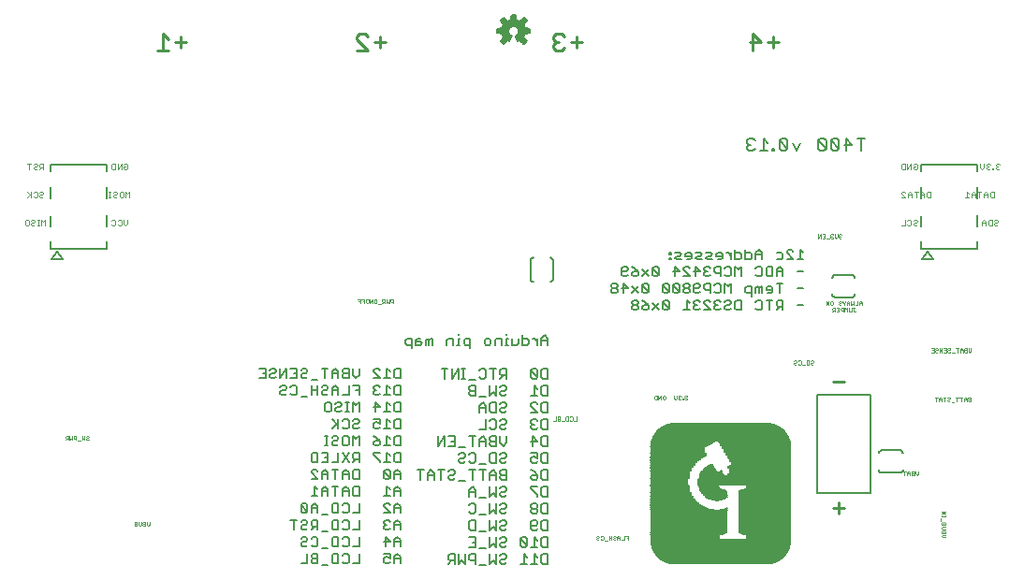
<source format=gbo>
G75*
%MOIN*%
%OFA0B0*%
%FSLAX25Y25*%
%IPPOS*%
%LPD*%
%AMOC8*
5,1,8,0,0,1.08239X$1,22.5*
%
%ADD10C,0.00800*%
%ADD11C,0.00600*%
%ADD12C,0.01100*%
%ADD13C,0.00200*%
%ADD14C,0.00400*%
%ADD15C,0.00500*%
%ADD16C,0.00591*%
%ADD17R,0.33700X0.00025*%
%ADD18R,0.34700X0.00025*%
%ADD19R,0.35275X0.00025*%
%ADD20R,0.35700X0.00025*%
%ADD21R,0.36050X0.00025*%
%ADD22R,0.36200X0.00025*%
%ADD23R,0.36525X0.00025*%
%ADD24R,0.36800X0.00025*%
%ADD25R,0.37050X0.00025*%
%ADD26R,0.37275X0.00025*%
%ADD27R,0.37375X0.00025*%
%ADD28R,0.37600X0.00025*%
%ADD29R,0.37800X0.00025*%
%ADD30R,0.37975X0.00025*%
%ADD31R,0.38175X0.00025*%
%ADD32R,0.38275X0.00025*%
%ADD33R,0.38425X0.00025*%
%ADD34R,0.38600X0.00025*%
%ADD35R,0.38775X0.00025*%
%ADD36R,0.38925X0.00025*%
%ADD37R,0.39025X0.00025*%
%ADD38R,0.39150X0.00025*%
%ADD39R,0.39300X0.00025*%
%ADD40R,0.39425X0.00025*%
%ADD41R,0.39575X0.00025*%
%ADD42R,0.39650X0.00025*%
%ADD43R,0.39800X0.00025*%
%ADD44R,0.39900X0.00025*%
%ADD45R,0.40050X0.00025*%
%ADD46R,0.40150X0.00025*%
%ADD47R,0.40200X0.00025*%
%ADD48R,0.40350X0.00025*%
%ADD49R,0.40450X0.00025*%
%ADD50R,0.40575X0.00025*%
%ADD51R,0.40675X0.00025*%
%ADD52R,0.40725X0.00025*%
%ADD53R,0.40850X0.00025*%
%ADD54R,0.40950X0.00025*%
%ADD55R,0.41075X0.00025*%
%ADD56R,0.41175X0.00025*%
%ADD57R,0.41200X0.00025*%
%ADD58R,0.41325X0.00025*%
%ADD59R,0.41425X0.00025*%
%ADD60R,0.41525X0.00025*%
%ADD61R,0.41625X0.00025*%
%ADD62R,0.41675X0.00025*%
%ADD63R,0.41775X0.00025*%
%ADD64R,0.41850X0.00025*%
%ADD65R,0.41950X0.00025*%
%ADD66R,0.42050X0.00025*%
%ADD67R,0.42100X0.00025*%
%ADD68R,0.42175X0.00025*%
%ADD69R,0.42275X0.00025*%
%ADD70R,0.42350X0.00025*%
%ADD71R,0.42425X0.00025*%
%ADD72R,0.42475X0.00025*%
%ADD73R,0.42575X0.00025*%
%ADD74R,0.42650X0.00025*%
%ADD75R,0.42700X0.00025*%
%ADD76R,0.42800X0.00025*%
%ADD77R,0.42850X0.00025*%
%ADD78R,0.42925X0.00025*%
%ADD79R,0.43000X0.00025*%
%ADD80R,0.43075X0.00025*%
%ADD81R,0.43150X0.00025*%
%ADD82R,0.43175X0.00025*%
%ADD83R,0.43275X0.00025*%
%ADD84R,0.43350X0.00025*%
%ADD85R,0.43400X0.00025*%
%ADD86R,0.43475X0.00025*%
%ADD87R,0.43525X0.00025*%
%ADD88R,0.43600X0.00025*%
%ADD89R,0.43650X0.00025*%
%ADD90R,0.43725X0.00025*%
%ADD91R,0.43800X0.00025*%
%ADD92R,0.43850X0.00025*%
%ADD93R,0.43900X0.00025*%
%ADD94R,0.43950X0.00025*%
%ADD95R,0.44050X0.00025*%
%ADD96R,0.44100X0.00025*%
%ADD97R,0.44125X0.00025*%
%ADD98R,0.44200X0.00025*%
%ADD99R,0.44275X0.00025*%
%ADD100R,0.44325X0.00025*%
%ADD101R,0.44400X0.00025*%
%ADD102R,0.44425X0.00025*%
%ADD103R,0.44475X0.00025*%
%ADD104R,0.44550X0.00025*%
%ADD105R,0.44600X0.00025*%
%ADD106R,0.44650X0.00025*%
%ADD107R,0.44700X0.00025*%
%ADD108R,0.44775X0.00025*%
%ADD109R,0.44825X0.00025*%
%ADD110R,0.44875X0.00025*%
%ADD111R,0.44925X0.00025*%
%ADD112R,0.44950X0.00025*%
%ADD113R,0.45025X0.00025*%
%ADD114R,0.45075X0.00025*%
%ADD115R,0.45125X0.00025*%
%ADD116R,0.45175X0.00025*%
%ADD117R,0.45200X0.00025*%
%ADD118R,0.45275X0.00025*%
%ADD119R,0.45325X0.00025*%
%ADD120R,0.45375X0.00025*%
%ADD121R,0.45425X0.00025*%
%ADD122R,0.45450X0.00025*%
%ADD123R,0.45525X0.00025*%
%ADD124R,0.45550X0.00025*%
%ADD125R,0.45600X0.00025*%
%ADD126R,0.45650X0.00025*%
%ADD127R,0.45675X0.00025*%
%ADD128R,0.45725X0.00025*%
%ADD129R,0.45800X0.00025*%
%ADD130R,0.45825X0.00025*%
%ADD131R,0.45875X0.00025*%
%ADD132R,0.45900X0.00025*%
%ADD133R,0.45950X0.00025*%
%ADD134R,0.45975X0.00025*%
%ADD135R,0.46050X0.00025*%
%ADD136R,0.46100X0.00025*%
%ADD137R,0.46125X0.00025*%
%ADD138R,0.46150X0.00025*%
%ADD139R,0.46200X0.00025*%
%ADD140R,0.46275X0.00025*%
%ADD141R,0.46300X0.00025*%
%ADD142R,0.46325X0.00025*%
%ADD143R,0.46375X0.00025*%
%ADD144R,0.46400X0.00025*%
%ADD145R,0.46450X0.00025*%
%ADD146R,0.46475X0.00025*%
%ADD147R,0.46525X0.00025*%
%ADD148R,0.46575X0.00025*%
%ADD149R,0.46600X0.00025*%
%ADD150R,0.46650X0.00025*%
%ADD151R,0.46675X0.00025*%
%ADD152R,0.46700X0.00025*%
%ADD153R,0.46725X0.00025*%
%ADD154R,0.46800X0.00025*%
%ADD155R,0.46825X0.00025*%
%ADD156R,0.46875X0.00025*%
%ADD157R,0.46900X0.00025*%
%ADD158R,0.46925X0.00025*%
%ADD159R,0.46950X0.00025*%
%ADD160R,0.47025X0.00025*%
%ADD161R,0.47050X0.00025*%
%ADD162R,0.47075X0.00025*%
%ADD163R,0.47100X0.00025*%
%ADD164R,0.47150X0.00025*%
%ADD165R,0.47175X0.00025*%
%ADD166R,0.47200X0.00025*%
%ADD167R,0.47225X0.00025*%
%ADD168R,0.47275X0.00025*%
%ADD169R,0.47300X0.00025*%
%ADD170R,0.47350X0.00025*%
%ADD171R,0.47375X0.00025*%
%ADD172R,0.47400X0.00025*%
%ADD173R,0.47425X0.00025*%
%ADD174R,0.47450X0.00025*%
%ADD175R,0.47500X0.00025*%
%ADD176R,0.47550X0.00025*%
%ADD177R,0.47600X0.00025*%
%ADD178R,0.47625X0.00025*%
%ADD179R,0.47650X0.00025*%
%ADD180R,0.47675X0.00025*%
%ADD181R,0.47700X0.00025*%
%ADD182R,0.47725X0.00025*%
%ADD183R,0.47775X0.00025*%
%ADD184R,0.47800X0.00025*%
%ADD185R,0.47825X0.00025*%
%ADD186R,0.47850X0.00025*%
%ADD187R,0.47875X0.00025*%
%ADD188R,0.47900X0.00025*%
%ADD189R,0.47925X0.00025*%
%ADD190R,0.47950X0.00025*%
%ADD191R,0.47975X0.00025*%
%ADD192R,0.48025X0.00025*%
%ADD193R,0.48050X0.00025*%
%ADD194R,0.48075X0.00025*%
%ADD195R,0.48100X0.00025*%
%ADD196R,0.48125X0.00025*%
%ADD197R,0.48150X0.00025*%
%ADD198R,0.48175X0.00025*%
%ADD199R,0.48200X0.00025*%
%ADD200R,0.48225X0.00025*%
%ADD201R,0.48275X0.00025*%
%ADD202R,0.48300X0.00025*%
%ADD203R,0.48325X0.00025*%
%ADD204R,0.48350X0.00025*%
%ADD205R,0.48375X0.00025*%
%ADD206R,0.48400X0.00025*%
%ADD207R,0.48425X0.00025*%
%ADD208R,0.48450X0.00025*%
%ADD209R,0.48475X0.00025*%
%ADD210R,0.48525X0.00025*%
%ADD211R,0.48550X0.00025*%
%ADD212R,0.48575X0.00025*%
%ADD213R,0.48600X0.00025*%
%ADD214R,0.48625X0.00025*%
%ADD215R,0.48650X0.00025*%
%ADD216R,0.48675X0.00025*%
%ADD217R,0.48700X0.00025*%
%ADD218R,0.48725X0.00025*%
%ADD219R,0.48775X0.00025*%
%ADD220R,0.48800X0.00025*%
%ADD221R,0.48825X0.00025*%
%ADD222R,0.48850X0.00025*%
%ADD223R,0.48875X0.00025*%
%ADD224R,0.48900X0.00025*%
%ADD225R,0.48925X0.00025*%
%ADD226R,0.48950X0.00025*%
%ADD227R,0.48975X0.00025*%
%ADD228R,0.49000X0.00025*%
%ADD229R,0.49025X0.00025*%
%ADD230R,0.49050X0.00025*%
%ADD231R,0.49075X0.00025*%
%ADD232R,0.49100X0.00025*%
%ADD233R,0.49125X0.00025*%
%ADD234R,0.49150X0.00025*%
%ADD235R,0.49175X0.00025*%
%ADD236R,0.49200X0.00025*%
%ADD237R,0.49225X0.00025*%
%ADD238R,0.49275X0.00025*%
%ADD239R,0.49300X0.00025*%
%ADD240R,0.49325X0.00025*%
%ADD241R,0.49350X0.00025*%
%ADD242R,0.49375X0.00025*%
%ADD243R,0.49400X0.00025*%
%ADD244R,0.49425X0.00025*%
%ADD245R,0.49450X0.00025*%
%ADD246R,0.49475X0.00025*%
%ADD247R,0.49525X0.00025*%
%ADD248R,0.49550X0.00025*%
%ADD249R,0.49575X0.00025*%
%ADD250R,0.49600X0.00025*%
%ADD251R,0.49625X0.00025*%
%ADD252R,0.49650X0.00025*%
%ADD253R,0.49675X0.00025*%
%ADD254R,0.49700X0.00025*%
%ADD255R,0.49725X0.00025*%
%ADD256R,0.49750X0.00025*%
%ADD257R,0.49775X0.00025*%
%ADD258R,0.49800X0.00025*%
%ADD259R,0.49825X0.00025*%
%ADD260R,0.49850X0.00025*%
%ADD261R,0.49875X0.00025*%
%ADD262R,0.49900X0.00025*%
%ADD263R,0.49925X0.00025*%
%ADD264R,0.49950X0.00025*%
%ADD265R,0.49975X0.00025*%
%ADD266R,0.50000X0.00025*%
%ADD267R,0.15950X0.00025*%
%ADD268R,0.24525X0.00025*%
%ADD269R,0.16325X0.00025*%
%ADD270R,0.24900X0.00025*%
%ADD271R,0.16650X0.00025*%
%ADD272R,0.25200X0.00025*%
%ADD273R,0.16925X0.00025*%
%ADD274R,0.25475X0.00025*%
%ADD275R,0.17125X0.00025*%
%ADD276R,0.25675X0.00025*%
%ADD277R,0.17200X0.00025*%
%ADD278R,0.25775X0.00025*%
%ADD279R,0.17375X0.00025*%
%ADD280R,0.25925X0.00025*%
%ADD281R,0.17500X0.00025*%
%ADD282R,0.26050X0.00025*%
%ADD283R,0.17625X0.00025*%
%ADD284R,0.26175X0.00025*%
%ADD285R,0.17725X0.00025*%
%ADD286R,0.26275X0.00025*%
%ADD287R,0.17775X0.00025*%
%ADD288R,0.26325X0.00025*%
%ADD289R,0.17850X0.00025*%
%ADD290R,0.26400X0.00025*%
%ADD291R,0.17925X0.00025*%
%ADD292R,0.26475X0.00025*%
%ADD293R,0.17975X0.00025*%
%ADD294R,0.26550X0.00025*%
%ADD295R,0.18050X0.00025*%
%ADD296R,0.26600X0.00025*%
%ADD297R,0.18075X0.00025*%
%ADD298R,0.26650X0.00025*%
%ADD299R,0.18150X0.00025*%
%ADD300R,0.26675X0.00025*%
%ADD301R,0.18175X0.00025*%
%ADD302R,0.26725X0.00025*%
%ADD303R,0.18225X0.00025*%
%ADD304R,0.26775X0.00025*%
%ADD305R,0.18275X0.00025*%
%ADD306R,0.26825X0.00025*%
%ADD307R,0.18300X0.00025*%
%ADD308R,0.18325X0.00025*%
%ADD309R,0.26875X0.00025*%
%ADD310R,0.18350X0.00025*%
%ADD311R,0.26900X0.00025*%
%ADD312R,0.18400X0.00025*%
%ADD313R,0.26925X0.00025*%
%ADD314R,0.18425X0.00025*%
%ADD315R,0.26950X0.00025*%
%ADD316R,0.26975X0.00025*%
%ADD317R,0.18450X0.00025*%
%ADD318R,0.27000X0.00025*%
%ADD319R,0.18475X0.00025*%
%ADD320R,0.27025X0.00025*%
%ADD321R,0.18500X0.00025*%
%ADD322R,0.27050X0.00025*%
%ADD323R,0.18525X0.00025*%
%ADD324R,0.27075X0.00025*%
%ADD325R,0.18550X0.00025*%
%ADD326R,0.27100X0.00025*%
%ADD327R,0.18575X0.00025*%
%ADD328R,0.27125X0.00025*%
%ADD329R,0.18600X0.00025*%
%ADD330R,0.27150X0.00025*%
%ADD331R,0.18625X0.00025*%
%ADD332R,0.27175X0.00025*%
%ADD333R,0.18650X0.00025*%
%ADD334R,0.27200X0.00025*%
%ADD335R,0.18675X0.00025*%
%ADD336R,0.27225X0.00025*%
%ADD337R,0.18700X0.00025*%
%ADD338R,0.27250X0.00025*%
%ADD339R,0.18725X0.00025*%
%ADD340R,0.27275X0.00025*%
%ADD341R,0.18750X0.00025*%
%ADD342R,0.27300X0.00025*%
%ADD343R,0.18775X0.00025*%
%ADD344R,0.27325X0.00025*%
%ADD345R,0.18800X0.00025*%
%ADD346R,0.27350X0.00025*%
%ADD347R,0.18825X0.00025*%
%ADD348R,0.27375X0.00025*%
%ADD349R,0.18850X0.00025*%
%ADD350R,0.27400X0.00025*%
%ADD351R,0.03725X0.00025*%
%ADD352R,0.23350X0.00025*%
%ADD353R,0.03100X0.00025*%
%ADD354R,0.22750X0.00025*%
%ADD355R,0.02825X0.00025*%
%ADD356R,0.22450X0.00025*%
%ADD357R,0.02700X0.00025*%
%ADD358R,0.22325X0.00025*%
%ADD359R,0.02475X0.00025*%
%ADD360R,0.22125X0.00025*%
%ADD361R,0.02300X0.00025*%
%ADD362R,0.21925X0.00025*%
%ADD363R,0.02125X0.00025*%
%ADD364R,0.21775X0.00025*%
%ADD365R,0.01975X0.00025*%
%ADD366R,0.21625X0.00025*%
%ADD367R,0.01925X0.00025*%
%ADD368R,0.21550X0.00025*%
%ADD369R,0.01775X0.00025*%
%ADD370R,0.21425X0.00025*%
%ADD371R,0.01650X0.00025*%
%ADD372R,0.21300X0.00025*%
%ADD373R,0.01550X0.00025*%
%ADD374R,0.21175X0.00025*%
%ADD375R,0.01425X0.00025*%
%ADD376R,0.21075X0.00025*%
%ADD377R,0.01375X0.00025*%
%ADD378R,0.21025X0.00025*%
%ADD379R,0.01250X0.00025*%
%ADD380R,0.20900X0.00025*%
%ADD381R,0.01175X0.00025*%
%ADD382R,0.20800X0.00025*%
%ADD383R,0.01075X0.00025*%
%ADD384R,0.20700X0.00025*%
%ADD385R,0.00975X0.00025*%
%ADD386R,0.20625X0.00025*%
%ADD387R,0.00950X0.00025*%
%ADD388R,0.20575X0.00025*%
%ADD389R,0.00850X0.00025*%
%ADD390R,0.20475X0.00025*%
%ADD391R,0.00750X0.00025*%
%ADD392R,0.20400X0.00025*%
%ADD393R,0.00675X0.00025*%
%ADD394R,0.20325X0.00025*%
%ADD395R,0.00600X0.00025*%
%ADD396R,0.20225X0.00025*%
%ADD397R,0.00575X0.00025*%
%ADD398R,0.20200X0.00025*%
%ADD399R,0.00475X0.00025*%
%ADD400R,0.20125X0.00025*%
%ADD401R,0.00425X0.00025*%
%ADD402R,0.20050X0.00025*%
%ADD403R,0.00325X0.00025*%
%ADD404R,0.19975X0.00025*%
%ADD405R,0.00250X0.00025*%
%ADD406R,0.19900X0.00025*%
%ADD407R,0.00225X0.00025*%
%ADD408R,0.19850X0.00025*%
%ADD409R,0.00175X0.00025*%
%ADD410R,0.19800X0.00025*%
%ADD411R,0.00100X0.00025*%
%ADD412R,0.19725X0.00025*%
%ADD413R,0.00025X0.00025*%
%ADD414R,0.19675X0.00025*%
%ADD415R,0.19600X0.00025*%
%ADD416R,0.19575X0.00025*%
%ADD417R,0.19500X0.00025*%
%ADD418R,0.19450X0.00025*%
%ADD419R,0.19375X0.00025*%
%ADD420R,0.19325X0.00025*%
%ADD421R,0.19300X0.00025*%
%ADD422R,0.19225X0.00025*%
%ADD423R,0.19175X0.00025*%
%ADD424R,0.19100X0.00025*%
%ADD425R,0.19050X0.00025*%
%ADD426R,0.18975X0.00025*%
%ADD427R,0.18925X0.00025*%
%ADD428R,0.18875X0.00025*%
%ADD429R,0.18125X0.00025*%
%ADD430R,0.18025X0.00025*%
%ADD431R,0.17900X0.00025*%
%ADD432R,0.17800X0.00025*%
%ADD433R,0.17750X0.00025*%
%ADD434R,0.17700X0.00025*%
%ADD435R,0.17675X0.00025*%
%ADD436R,0.17650X0.00025*%
%ADD437R,0.17575X0.00025*%
%ADD438R,0.17550X0.00025*%
%ADD439R,0.17525X0.00025*%
%ADD440R,0.17475X0.00025*%
%ADD441R,0.17450X0.00025*%
%ADD442R,0.17425X0.00025*%
%ADD443R,0.17350X0.00025*%
%ADD444R,0.17300X0.00025*%
%ADD445R,0.17275X0.00025*%
%ADD446R,0.17225X0.00025*%
%ADD447R,0.17150X0.00025*%
%ADD448R,0.17100X0.00025*%
%ADD449R,0.17075X0.00025*%
%ADD450R,0.17050X0.00025*%
%ADD451R,0.17025X0.00025*%
%ADD452R,0.17000X0.00025*%
%ADD453R,0.16950X0.00025*%
%ADD454R,0.16900X0.00025*%
%ADD455R,0.16875X0.00025*%
%ADD456R,0.16850X0.00025*%
%ADD457R,0.16825X0.00025*%
%ADD458R,0.16800X0.00025*%
%ADD459R,0.16775X0.00025*%
%ADD460R,0.16725X0.00025*%
%ADD461R,0.16700X0.00025*%
%ADD462R,0.16675X0.00025*%
%ADD463R,0.16625X0.00025*%
%ADD464R,0.16600X0.00025*%
%ADD465R,0.16575X0.00025*%
%ADD466R,0.16550X0.00025*%
%ADD467R,0.16525X0.00025*%
%ADD468R,0.16500X0.00025*%
%ADD469R,0.16475X0.00025*%
%ADD470R,0.16450X0.00025*%
%ADD471R,0.16425X0.00025*%
%ADD472R,0.16400X0.00025*%
%ADD473R,0.16375X0.00025*%
%ADD474R,0.16350X0.00025*%
%ADD475R,0.16300X0.00025*%
%ADD476R,0.16275X0.00025*%
%ADD477R,0.16225X0.00025*%
%ADD478R,0.16200X0.00025*%
%ADD479R,0.16175X0.00025*%
%ADD480R,0.16150X0.00025*%
%ADD481R,0.16125X0.00025*%
%ADD482R,0.16100X0.00025*%
%ADD483R,0.16075X0.00025*%
%ADD484R,0.16050X0.00025*%
%ADD485R,0.01750X0.00025*%
%ADD486R,0.16025X0.00025*%
%ADD487R,0.16000X0.00025*%
%ADD488R,0.02575X0.00025*%
%ADD489R,0.15975X0.00025*%
%ADD490R,0.02850X0.00025*%
%ADD491R,0.03075X0.00025*%
%ADD492R,0.15925X0.00025*%
%ADD493R,0.03300X0.00025*%
%ADD494R,0.15900X0.00025*%
%ADD495R,0.03400X0.00025*%
%ADD496R,0.03600X0.00025*%
%ADD497R,0.15875X0.00025*%
%ADD498R,0.03800X0.00025*%
%ADD499R,0.15850X0.00025*%
%ADD500R,0.03950X0.00025*%
%ADD501R,0.15825X0.00025*%
%ADD502R,0.04150X0.00025*%
%ADD503R,0.15800X0.00025*%
%ADD504R,0.04250X0.00025*%
%ADD505R,0.04375X0.00025*%
%ADD506R,0.15775X0.00025*%
%ADD507R,0.04550X0.00025*%
%ADD508R,0.15750X0.00025*%
%ADD509R,0.04675X0.00025*%
%ADD510R,0.15725X0.00025*%
%ADD511R,0.04825X0.00025*%
%ADD512R,0.15700X0.00025*%
%ADD513R,0.04900X0.00025*%
%ADD514R,0.05050X0.00025*%
%ADD515R,0.15675X0.00025*%
%ADD516R,0.05150X0.00025*%
%ADD517R,0.15650X0.00025*%
%ADD518R,0.05300X0.00025*%
%ADD519R,0.15625X0.00025*%
%ADD520R,0.05425X0.00025*%
%ADD521R,0.15600X0.00025*%
%ADD522R,0.05500X0.00025*%
%ADD523R,0.05600X0.00025*%
%ADD524R,0.15575X0.00025*%
%ADD525R,0.05700X0.00025*%
%ADD526R,0.15550X0.00025*%
%ADD527R,0.05825X0.00025*%
%ADD528R,0.15525X0.00025*%
%ADD529R,0.05925X0.00025*%
%ADD530R,0.06000X0.00025*%
%ADD531R,0.15500X0.00025*%
%ADD532R,0.06100X0.00025*%
%ADD533R,0.15475X0.00025*%
%ADD534R,0.06200X0.00025*%
%ADD535R,0.15450X0.00025*%
%ADD536R,0.06325X0.00025*%
%ADD537R,0.06400X0.00025*%
%ADD538R,0.15425X0.00025*%
%ADD539R,0.06450X0.00025*%
%ADD540R,0.06550X0.00025*%
%ADD541R,0.15400X0.00025*%
%ADD542R,0.06650X0.00025*%
%ADD543R,0.15375X0.00025*%
%ADD544R,0.06750X0.00025*%
%ADD545R,0.15350X0.00025*%
%ADD546R,0.06825X0.00025*%
%ADD547R,0.15325X0.00025*%
%ADD548R,0.06875X0.00025*%
%ADD549R,0.06950X0.00025*%
%ADD550R,0.15300X0.00025*%
%ADD551R,0.07075X0.00025*%
%ADD552R,0.07150X0.00025*%
%ADD553R,0.15275X0.00025*%
%ADD554R,0.07250X0.00025*%
%ADD555R,0.15250X0.00025*%
%ADD556R,0.15225X0.00025*%
%ADD557R,0.07350X0.00025*%
%ADD558R,0.07425X0.00025*%
%ADD559R,0.15200X0.00025*%
%ADD560R,0.07500X0.00025*%
%ADD561R,0.15175X0.00025*%
%ADD562R,0.07600X0.00025*%
%ADD563R,0.07625X0.00025*%
%ADD564R,0.07700X0.00025*%
%ADD565R,0.15150X0.00025*%
%ADD566R,0.07775X0.00025*%
%ADD567R,0.15125X0.00025*%
%ADD568R,0.07825X0.00025*%
%ADD569R,0.15100X0.00025*%
%ADD570R,0.07850X0.00025*%
%ADD571R,0.15075X0.00025*%
%ADD572R,0.07875X0.00025*%
%ADD573R,0.07900X0.00025*%
%ADD574R,0.07950X0.00025*%
%ADD575R,0.15050X0.00025*%
%ADD576R,0.07975X0.00025*%
%ADD577R,0.15025X0.00025*%
%ADD578R,0.08000X0.00025*%
%ADD579R,0.08025X0.00025*%
%ADD580R,0.15000X0.00025*%
%ADD581R,0.08050X0.00025*%
%ADD582R,0.14975X0.00025*%
%ADD583R,0.08100X0.00025*%
%ADD584R,0.08125X0.00025*%
%ADD585R,0.14950X0.00025*%
%ADD586R,0.08175X0.00025*%
%ADD587R,0.14925X0.00025*%
%ADD588R,0.08200X0.00025*%
%ADD589R,0.08250X0.00025*%
%ADD590R,0.14900X0.00025*%
%ADD591R,0.08275X0.00025*%
%ADD592R,0.08300X0.00025*%
%ADD593R,0.14850X0.00025*%
%ADD594R,0.08325X0.00025*%
%ADD595R,0.08350X0.00025*%
%ADD596R,0.08375X0.00025*%
%ADD597R,0.14825X0.00025*%
%ADD598R,0.08400X0.00025*%
%ADD599R,0.08450X0.00025*%
%ADD600R,0.14800X0.00025*%
%ADD601R,0.08475X0.00025*%
%ADD602R,0.14775X0.00025*%
%ADD603R,0.08500X0.00025*%
%ADD604R,0.08550X0.00025*%
%ADD605R,0.14750X0.00025*%
%ADD606R,0.08575X0.00025*%
%ADD607R,0.14725X0.00025*%
%ADD608R,0.08600X0.00025*%
%ADD609R,0.14700X0.00025*%
%ADD610R,0.08625X0.00025*%
%ADD611R,0.08650X0.00025*%
%ADD612R,0.14675X0.00025*%
%ADD613R,0.08675X0.00025*%
%ADD614R,0.08700X0.00025*%
%ADD615R,0.14650X0.00025*%
%ADD616R,0.08725X0.00025*%
%ADD617R,0.08750X0.00025*%
%ADD618R,0.14625X0.00025*%
%ADD619R,0.14600X0.00025*%
%ADD620R,0.08775X0.00025*%
%ADD621R,0.08800X0.00025*%
%ADD622R,0.14575X0.00025*%
%ADD623R,0.08825X0.00025*%
%ADD624R,0.08850X0.00025*%
%ADD625R,0.14550X0.00025*%
%ADD626R,0.08875X0.00025*%
%ADD627R,0.08900X0.00025*%
%ADD628R,0.14525X0.00025*%
%ADD629R,0.08925X0.00025*%
%ADD630R,0.14500X0.00025*%
%ADD631R,0.08950X0.00025*%
%ADD632R,0.14475X0.00025*%
%ADD633R,0.08975X0.00025*%
%ADD634R,0.09000X0.00025*%
%ADD635R,0.14450X0.00025*%
%ADD636R,0.09025X0.00025*%
%ADD637R,0.09050X0.00025*%
%ADD638R,0.14425X0.00025*%
%ADD639R,0.14400X0.00025*%
%ADD640R,0.09100X0.00025*%
%ADD641R,0.09125X0.00025*%
%ADD642R,0.14375X0.00025*%
%ADD643R,0.14350X0.00025*%
%ADD644R,0.09150X0.00025*%
%ADD645R,0.09175X0.00025*%
%ADD646R,0.14325X0.00025*%
%ADD647R,0.09200X0.00025*%
%ADD648R,0.09225X0.00025*%
%ADD649R,0.14300X0.00025*%
%ADD650R,0.14275X0.00025*%
%ADD651R,0.09250X0.00025*%
%ADD652R,0.14250X0.00025*%
%ADD653R,0.09275X0.00025*%
%ADD654R,0.14225X0.00025*%
%ADD655R,0.14200X0.00025*%
%ADD656R,0.09300X0.00025*%
%ADD657R,0.14175X0.00025*%
%ADD658R,0.14150X0.00025*%
%ADD659R,0.14125X0.00025*%
%ADD660R,0.14100X0.00025*%
%ADD661R,0.14075X0.00025*%
%ADD662R,0.18375X0.00025*%
%ADD663R,0.14050X0.00025*%
%ADD664R,0.18250X0.00025*%
%ADD665R,0.18200X0.00025*%
%ADD666R,0.14025X0.00025*%
%ADD667R,0.09075X0.00025*%
%ADD668R,0.18100X0.00025*%
%ADD669R,0.14000X0.00025*%
%ADD670R,0.13975X0.00025*%
%ADD671R,0.17825X0.00025*%
%ADD672R,0.13950X0.00025*%
%ADD673R,0.08525X0.00025*%
%ADD674R,0.17325X0.00025*%
%ADD675R,0.08425X0.00025*%
%ADD676R,0.17250X0.00025*%
%ADD677R,0.13925X0.00025*%
%ADD678R,0.07675X0.00025*%
%ADD679R,0.13900X0.00025*%
%ADD680R,0.07100X0.00025*%
%ADD681R,0.07125X0.00025*%
%ADD682R,0.13875X0.00025*%
%ADD683R,0.07175X0.00025*%
%ADD684R,0.13850X0.00025*%
%ADD685R,0.07200X0.00025*%
%ADD686R,0.13825X0.00025*%
%ADD687R,0.07225X0.00025*%
%ADD688R,0.13800X0.00025*%
%ADD689R,0.07275X0.00025*%
%ADD690R,0.07300X0.00025*%
%ADD691R,0.13775X0.00025*%
%ADD692R,0.07325X0.00025*%
%ADD693R,0.13750X0.00025*%
%ADD694R,0.13725X0.00025*%
%ADD695R,0.07375X0.00025*%
%ADD696R,0.07400X0.00025*%
%ADD697R,0.13700X0.00025*%
%ADD698R,0.07450X0.00025*%
%ADD699R,0.13675X0.00025*%
%ADD700R,0.07475X0.00025*%
%ADD701R,0.13650X0.00025*%
%ADD702R,0.07525X0.00025*%
%ADD703R,0.13625X0.00025*%
%ADD704R,0.33000X0.00025*%
%ADD705R,0.33025X0.00025*%
%ADD706R,0.13600X0.00025*%
%ADD707R,0.33050X0.00025*%
%ADD708R,0.13575X0.00025*%
%ADD709R,0.33075X0.00025*%
%ADD710R,0.32975X0.00025*%
%ADD711R,0.32950X0.00025*%
%ADD712R,0.32925X0.00025*%
%ADD713R,0.32900X0.00025*%
%ADD714R,0.32875X0.00025*%
%ADD715R,0.32850X0.00025*%
%ADD716R,0.32825X0.00025*%
%ADD717R,0.32800X0.00025*%
%ADD718R,0.32775X0.00025*%
%ADD719R,0.32750X0.00025*%
%ADD720R,0.32725X0.00025*%
%ADD721R,0.32700X0.00025*%
%ADD722R,0.23475X0.00025*%
%ADD723R,0.23425X0.00025*%
%ADD724R,0.23400X0.00025*%
%ADD725R,0.23325X0.00025*%
%ADD726R,0.23275X0.00025*%
%ADD727R,0.23225X0.00025*%
%ADD728R,0.23175X0.00025*%
%ADD729R,0.23125X0.00025*%
%ADD730R,0.23100X0.00025*%
%ADD731R,0.23050X0.00025*%
%ADD732R,0.23000X0.00025*%
%ADD733R,0.22950X0.00025*%
%ADD734R,0.22900X0.00025*%
%ADD735R,0.22825X0.00025*%
%ADD736R,0.22800X0.00025*%
%ADD737R,0.22725X0.00025*%
%ADD738R,0.22700X0.00025*%
%ADD739R,0.22675X0.00025*%
%ADD740R,0.22600X0.00025*%
%ADD741R,0.22575X0.00025*%
%ADD742R,0.22550X0.00025*%
%ADD743R,0.22475X0.00025*%
%ADD744R,0.22400X0.00025*%
%ADD745R,0.22350X0.00025*%
%ADD746R,0.22300X0.00025*%
%ADD747R,0.22250X0.00025*%
%ADD748R,0.22175X0.00025*%
%ADD749R,0.22150X0.00025*%
%ADD750R,0.22100X0.00025*%
%ADD751R,0.22050X0.00025*%
%ADD752R,0.22025X0.00025*%
%ADD753R,0.21975X0.00025*%
%ADD754R,0.08225X0.00025*%
%ADD755R,0.21900X0.00025*%
%ADD756R,0.21825X0.00025*%
%ADD757R,0.21725X0.00025*%
%ADD758R,0.08075X0.00025*%
%ADD759R,0.21675X0.00025*%
%ADD760R,0.21600X0.00025*%
%ADD761R,0.21500X0.00025*%
%ADD762R,0.21450X0.00025*%
%ADD763R,0.07925X0.00025*%
%ADD764R,0.21475X0.00025*%
%ADD765R,0.21525X0.00025*%
%ADD766R,0.07725X0.00025*%
%ADD767R,0.21575X0.00025*%
%ADD768R,0.07650X0.00025*%
%ADD769R,0.07575X0.00025*%
%ADD770R,0.21650X0.00025*%
%ADD771R,0.07550X0.00025*%
%ADD772R,0.01150X0.00025*%
%ADD773R,0.21700X0.00025*%
%ADD774R,0.01025X0.00025*%
%ADD775R,0.05725X0.00025*%
%ADD776R,0.05675X0.00025*%
%ADD777R,0.00900X0.00025*%
%ADD778R,0.05575X0.00025*%
%ADD779R,0.00800X0.00025*%
%ADD780R,0.05475X0.00025*%
%ADD781R,0.21750X0.00025*%
%ADD782R,0.00775X0.00025*%
%ADD783R,0.05375X0.00025*%
%ADD784R,0.05325X0.00025*%
%ADD785R,0.21800X0.00025*%
%ADD786R,0.05275X0.00025*%
%ADD787R,0.00550X0.00025*%
%ADD788R,0.05225X0.00025*%
%ADD789R,0.05100X0.00025*%
%ADD790R,0.21850X0.00025*%
%ADD791R,0.00375X0.00025*%
%ADD792R,0.00300X0.00025*%
%ADD793R,0.05025X0.00025*%
%ADD794R,0.21875X0.00025*%
%ADD795R,0.05000X0.00025*%
%ADD796R,0.04950X0.00025*%
%ADD797R,0.00125X0.00025*%
%ADD798R,0.00075X0.00025*%
%ADD799R,0.04850X0.00025*%
%ADD800R,0.21950X0.00025*%
%ADD801R,0.04800X0.00025*%
%ADD802R,0.04750X0.00025*%
%ADD803R,0.04725X0.00025*%
%ADD804R,0.04650X0.00025*%
%ADD805R,0.04625X0.00025*%
%ADD806R,0.04575X0.00025*%
%ADD807R,0.22075X0.00025*%
%ADD808R,0.04525X0.00025*%
%ADD809R,0.04475X0.00025*%
%ADD810R,0.04425X0.00025*%
%ADD811R,0.04350X0.00025*%
%ADD812R,0.04275X0.00025*%
%ADD813R,0.04225X0.00025*%
%ADD814R,0.04200X0.00025*%
%ADD815R,0.22200X0.00025*%
%ADD816R,0.04125X0.00025*%
%ADD817R,0.22225X0.00025*%
%ADD818R,0.04075X0.00025*%
%ADD819R,0.04025X0.00025*%
%ADD820R,0.04000X0.00025*%
%ADD821R,0.22275X0.00025*%
%ADD822R,0.03875X0.00025*%
%ADD823R,0.03850X0.00025*%
%ADD824R,0.03750X0.00025*%
%ADD825R,0.14875X0.00025*%
%ADD826R,0.03675X0.00025*%
%ADD827R,0.03650X0.00025*%
%ADD828R,0.22425X0.00025*%
%ADD829R,0.03525X0.00025*%
%ADD830R,0.03500X0.00025*%
%ADD831R,0.03475X0.00025*%
%ADD832R,0.03375X0.00025*%
%ADD833R,0.22500X0.00025*%
%ADD834R,0.03275X0.00025*%
%ADD835R,0.22525X0.00025*%
%ADD836R,0.03225X0.00025*%
%ADD837R,0.03200X0.00025*%
%ADD838R,0.03125X0.00025*%
%ADD839R,0.03050X0.00025*%
%ADD840R,0.03000X0.00025*%
%ADD841R,0.02950X0.00025*%
%ADD842R,0.02875X0.00025*%
%ADD843R,0.22625X0.00025*%
%ADD844R,0.02800X0.00025*%
%ADD845R,0.02750X0.00025*%
%ADD846R,0.02650X0.00025*%
%ADD847R,0.02525X0.00025*%
%ADD848R,0.02500X0.00025*%
%ADD849R,0.02425X0.00025*%
%ADD850R,0.02375X0.00025*%
%ADD851R,0.02325X0.00025*%
%ADD852R,0.02275X0.00025*%
%ADD853R,0.02225X0.00025*%
%ADD854R,0.02150X0.00025*%
%ADD855R,0.02075X0.00025*%
%ADD856R,0.02025X0.00025*%
%ADD857R,0.02000X0.00025*%
%ADD858R,0.01850X0.00025*%
%ADD859R,0.01700X0.00025*%
%ADD860R,0.01675X0.00025*%
%ADD861R,0.01600X0.00025*%
%ADD862R,0.01525X0.00025*%
%ADD863R,0.01450X0.00025*%
%ADD864R,0.01350X0.00025*%
%ADD865R,0.01200X0.00025*%
%ADD866R,0.01100X0.00025*%
%ADD867R,0.00875X0.00025*%
%ADD868R,0.00525X0.00025*%
%ADD869R,0.00450X0.00025*%
%ADD870R,0.00200X0.00025*%
%ADD871R,0.16250X0.00025*%
%ADD872R,0.16750X0.00025*%
%ADD873R,0.16975X0.00025*%
%ADD874R,0.17175X0.00025*%
%ADD875R,0.22000X0.00025*%
%ADD876R,0.17600X0.00025*%
%ADD877R,0.17950X0.00025*%
%ADD878R,0.18000X0.00025*%
%ADD879R,0.22375X0.00025*%
%ADD880R,0.19025X0.00025*%
%ADD881R,0.19075X0.00025*%
%ADD882R,0.19275X0.00025*%
%ADD883R,0.22650X0.00025*%
%ADD884R,0.19425X0.00025*%
%ADD885R,0.19475X0.00025*%
%ADD886R,0.19550X0.00025*%
%ADD887R,0.19650X0.00025*%
%ADD888R,0.19775X0.00025*%
%ADD889R,0.22775X0.00025*%
%ADD890R,0.19925X0.00025*%
%ADD891R,0.19950X0.00025*%
%ADD892R,0.20025X0.00025*%
%ADD893R,0.20100X0.00025*%
%ADD894R,0.22850X0.00025*%
%ADD895R,0.20175X0.00025*%
%ADD896R,0.20275X0.00025*%
%ADD897R,0.22875X0.00025*%
%ADD898R,0.20250X0.00025*%
%ADD899R,0.22925X0.00025*%
%ADD900R,0.20150X0.00025*%
%ADD901R,0.22975X0.00025*%
%ADD902R,0.23025X0.00025*%
%ADD903R,0.20075X0.00025*%
%ADD904R,0.23075X0.00025*%
%ADD905R,0.20000X0.00025*%
%ADD906R,0.23150X0.00025*%
%ADD907R,0.23200X0.00025*%
%ADD908R,0.23250X0.00025*%
%ADD909R,0.19875X0.00025*%
%ADD910R,0.19825X0.00025*%
%ADD911R,0.23300X0.00025*%
%ADD912R,0.19750X0.00025*%
%ADD913R,0.23375X0.00025*%
%ADD914R,0.19700X0.00025*%
%ADD915R,0.23450X0.00025*%
%ADD916R,0.23500X0.00025*%
%ADD917R,0.19625X0.00025*%
%ADD918R,0.23525X0.00025*%
%ADD919R,0.23550X0.00025*%
%ADD920R,0.23575X0.00025*%
%ADD921R,0.19525X0.00025*%
%ADD922R,0.23600X0.00025*%
%ADD923R,0.23625X0.00025*%
%ADD924R,0.23650X0.00025*%
%ADD925R,0.23675X0.00025*%
%ADD926R,0.23700X0.00025*%
%ADD927R,0.19400X0.00025*%
%ADD928R,0.23725X0.00025*%
%ADD929R,0.23750X0.00025*%
%ADD930R,0.19350X0.00025*%
%ADD931R,0.23775X0.00025*%
%ADD932R,0.23800X0.00025*%
%ADD933R,0.23825X0.00025*%
%ADD934R,0.23850X0.00025*%
%ADD935R,0.23875X0.00025*%
%ADD936R,0.19250X0.00025*%
%ADD937R,0.23900X0.00025*%
%ADD938R,0.23925X0.00025*%
%ADD939R,0.19200X0.00025*%
%ADD940R,0.23950X0.00025*%
%ADD941R,0.23975X0.00025*%
%ADD942R,0.24025X0.00025*%
%ADD943R,0.24050X0.00025*%
%ADD944R,0.24075X0.00025*%
%ADD945R,0.19150X0.00025*%
%ADD946R,0.24100X0.00025*%
%ADD947R,0.24125X0.00025*%
%ADD948R,0.24150X0.00025*%
%ADD949R,0.24175X0.00025*%
%ADD950R,0.24200X0.00025*%
%ADD951R,0.24225X0.00025*%
%ADD952R,0.24250X0.00025*%
%ADD953R,0.24275X0.00025*%
%ADD954R,0.24300X0.00025*%
%ADD955R,0.24325X0.00025*%
%ADD956R,0.24350X0.00025*%
%ADD957R,0.24375X0.00025*%
%ADD958R,0.24400X0.00025*%
%ADD959R,0.24425X0.00025*%
%ADD960R,0.24450X0.00025*%
%ADD961R,0.24475X0.00025*%
%ADD962R,0.24500X0.00025*%
%ADD963R,0.24550X0.00025*%
%ADD964R,0.24575X0.00025*%
%ADD965R,0.24600X0.00025*%
%ADD966R,0.24625X0.00025*%
%ADD967R,0.24650X0.00025*%
%ADD968R,0.24675X0.00025*%
%ADD969R,0.24700X0.00025*%
%ADD970R,0.24725X0.00025*%
%ADD971R,0.24750X0.00025*%
%ADD972R,0.24775X0.00025*%
%ADD973R,0.24800X0.00025*%
%ADD974R,0.24825X0.00025*%
%ADD975R,0.24850X0.00025*%
%ADD976R,0.24875X0.00025*%
%ADD977R,0.20300X0.00025*%
%ADD978R,0.24925X0.00025*%
%ADD979R,0.20375X0.00025*%
%ADD980R,0.24950X0.00025*%
%ADD981R,0.20450X0.00025*%
%ADD982R,0.20500X0.00025*%
%ADD983R,0.24975X0.00025*%
%ADD984R,0.20525X0.00025*%
%ADD985R,0.25000X0.00025*%
%ADD986R,0.20675X0.00025*%
%ADD987R,0.20725X0.00025*%
%ADD988R,0.25025X0.00025*%
%ADD989R,0.20750X0.00025*%
%ADD990R,0.25050X0.00025*%
%ADD991R,0.20825X0.00025*%
%ADD992R,0.25075X0.00025*%
%ADD993R,0.20925X0.00025*%
%ADD994R,0.25100X0.00025*%
%ADD995R,0.20975X0.00025*%
%ADD996R,0.25125X0.00025*%
%ADD997R,0.25150X0.00025*%
%ADD998R,0.21125X0.00025*%
%ADD999R,0.21150X0.00025*%
%ADD1000R,0.21200X0.00025*%
%ADD1001R,0.25175X0.00025*%
%ADD1002R,0.21250X0.00025*%
%ADD1003R,0.21350X0.00025*%
%ADD1004R,0.25225X0.00025*%
%ADD1005R,0.21375X0.00025*%
%ADD1006R,0.21400X0.00025*%
%ADD1007R,0.25250X0.00025*%
%ADD1008R,0.25275X0.00025*%
%ADD1009R,0.25300X0.00025*%
%ADD1010R,0.25325X0.00025*%
%ADD1011R,0.25350X0.00025*%
%ADD1012R,0.25375X0.00025*%
%ADD1013R,0.25400X0.00025*%
%ADD1014R,0.25425X0.00025*%
%ADD1015R,0.25450X0.00025*%
%ADD1016R,0.25500X0.00025*%
%ADD1017R,0.25525X0.00025*%
%ADD1018R,0.25550X0.00025*%
%ADD1019R,0.25600X0.00025*%
%ADD1020R,0.25625X0.00025*%
%ADD1021R,0.25700X0.00025*%
%ADD1022R,0.25750X0.00025*%
%ADD1023R,0.25800X0.00025*%
%ADD1024R,0.25825X0.00025*%
%ADD1025R,0.25900X0.00025*%
%ADD1026R,0.25950X0.00025*%
%ADD1027R,0.26075X0.00025*%
%ADD1028R,0.47575X0.00025*%
%ADD1029R,0.47525X0.00025*%
%ADD1030R,0.47475X0.00025*%
%ADD1031R,0.47325X0.00025*%
%ADD1032R,0.47125X0.00025*%
%ADD1033R,0.46975X0.00025*%
%ADD1034R,0.46850X0.00025*%
%ADD1035R,0.46775X0.00025*%
%ADD1036R,0.46625X0.00025*%
%ADD1037R,0.46550X0.00025*%
%ADD1038R,0.46425X0.00025*%
%ADD1039R,0.46350X0.00025*%
%ADD1040R,0.46225X0.00025*%
%ADD1041R,0.46175X0.00025*%
%ADD1042R,0.46075X0.00025*%
%ADD1043R,0.46025X0.00025*%
%ADD1044R,0.45925X0.00025*%
%ADD1045R,0.45850X0.00025*%
%ADD1046R,0.45775X0.00025*%
%ADD1047R,0.45700X0.00025*%
%ADD1048R,0.45625X0.00025*%
%ADD1049R,0.45575X0.00025*%
%ADD1050R,0.45400X0.00025*%
%ADD1051R,0.45350X0.00025*%
%ADD1052R,0.45300X0.00025*%
%ADD1053R,0.45225X0.00025*%
%ADD1054R,0.45150X0.00025*%
%ADD1055R,0.45100X0.00025*%
%ADD1056R,0.45050X0.00025*%
%ADD1057R,0.44975X0.00025*%
%ADD1058R,0.44900X0.00025*%
%ADD1059R,0.44850X0.00025*%
%ADD1060R,0.44800X0.00025*%
%ADD1061R,0.44675X0.00025*%
%ADD1062R,0.44625X0.00025*%
%ADD1063R,0.44575X0.00025*%
%ADD1064R,0.44525X0.00025*%
%ADD1065R,0.44450X0.00025*%
%ADD1066R,0.44350X0.00025*%
%ADD1067R,0.44300X0.00025*%
%ADD1068R,0.44225X0.00025*%
%ADD1069R,0.44150X0.00025*%
%ADD1070R,0.44075X0.00025*%
%ADD1071R,0.44000X0.00025*%
%ADD1072R,0.43925X0.00025*%
%ADD1073R,0.43875X0.00025*%
%ADD1074R,0.43775X0.00025*%
%ADD1075R,0.43700X0.00025*%
%ADD1076R,0.43625X0.00025*%
%ADD1077R,0.43550X0.00025*%
%ADD1078R,0.43450X0.00025*%
%ADD1079R,0.43375X0.00025*%
%ADD1080R,0.43300X0.00025*%
%ADD1081R,0.43225X0.00025*%
%ADD1082R,0.43100X0.00025*%
%ADD1083R,0.43050X0.00025*%
%ADD1084R,0.42950X0.00025*%
%ADD1085R,0.42875X0.00025*%
%ADD1086R,0.42775X0.00025*%
%ADD1087R,0.42675X0.00025*%
%ADD1088R,0.42600X0.00025*%
%ADD1089R,0.42525X0.00025*%
%ADD1090R,0.42450X0.00025*%
%ADD1091R,0.42375X0.00025*%
%ADD1092R,0.42300X0.00025*%
%ADD1093R,0.42200X0.00025*%
%ADD1094R,0.42125X0.00025*%
%ADD1095R,0.42075X0.00025*%
%ADD1096R,0.41975X0.00025*%
%ADD1097R,0.41900X0.00025*%
%ADD1098R,0.41800X0.00025*%
%ADD1099R,0.41700X0.00025*%
%ADD1100R,0.41650X0.00025*%
%ADD1101R,0.41575X0.00025*%
%ADD1102R,0.41450X0.00025*%
%ADD1103R,0.41375X0.00025*%
%ADD1104R,0.41275X0.00025*%
%ADD1105R,0.41125X0.00025*%
%ADD1106R,0.41025X0.00025*%
%ADD1107R,0.40900X0.00025*%
%ADD1108R,0.40800X0.00025*%
%ADD1109R,0.40625X0.00025*%
%ADD1110R,0.40525X0.00025*%
%ADD1111R,0.40400X0.00025*%
%ADD1112R,0.40275X0.00025*%
%ADD1113R,0.40100X0.00025*%
%ADD1114R,0.39950X0.00025*%
%ADD1115R,0.39850X0.00025*%
%ADD1116R,0.39700X0.00025*%
%ADD1117R,0.39625X0.00025*%
%ADD1118R,0.39500X0.00025*%
%ADD1119R,0.39350X0.00025*%
%ADD1120R,0.39200X0.00025*%
%ADD1121R,0.39075X0.00025*%
%ADD1122R,0.38975X0.00025*%
%ADD1123R,0.38850X0.00025*%
%ADD1124R,0.38675X0.00025*%
%ADD1125R,0.38525X0.00025*%
%ADD1126R,0.38350X0.00025*%
%ADD1127R,0.38075X0.00025*%
%ADD1128R,0.37875X0.00025*%
%ADD1129R,0.37675X0.00025*%
%ADD1130R,0.37450X0.00025*%
%ADD1131R,0.37125X0.00025*%
%ADD1132R,0.36900X0.00025*%
%ADD1133R,0.36625X0.00025*%
%ADD1134R,0.36350X0.00025*%
%ADD1135R,0.36175X0.00025*%
%ADD1136R,0.35850X0.00025*%
%ADD1137R,0.35450X0.00025*%
%ADD1138R,0.34975X0.00025*%
%ADD1139R,0.34300X0.00025*%
D10*
X0358595Y0268183D02*
X0358595Y0274683D01*
X0358597Y0274743D01*
X0358602Y0274804D01*
X0358611Y0274863D01*
X0358624Y0274922D01*
X0358640Y0274981D01*
X0358660Y0275038D01*
X0358683Y0275093D01*
X0358710Y0275148D01*
X0358739Y0275200D01*
X0358772Y0275251D01*
X0358808Y0275300D01*
X0358846Y0275346D01*
X0358888Y0275390D01*
X0358932Y0275432D01*
X0358978Y0275470D01*
X0359027Y0275506D01*
X0359078Y0275539D01*
X0359130Y0275568D01*
X0359185Y0275595D01*
X0359240Y0275618D01*
X0359297Y0275638D01*
X0359356Y0275654D01*
X0359415Y0275667D01*
X0359474Y0275676D01*
X0359535Y0275681D01*
X0359595Y0275683D01*
X0365595Y0275683D02*
X0365655Y0275681D01*
X0365716Y0275676D01*
X0365775Y0275667D01*
X0365834Y0275654D01*
X0365893Y0275638D01*
X0365950Y0275618D01*
X0366005Y0275595D01*
X0366060Y0275568D01*
X0366112Y0275539D01*
X0366163Y0275506D01*
X0366212Y0275470D01*
X0366258Y0275432D01*
X0366302Y0275390D01*
X0366344Y0275346D01*
X0366382Y0275300D01*
X0366418Y0275251D01*
X0366451Y0275200D01*
X0366480Y0275148D01*
X0366507Y0275093D01*
X0366530Y0275038D01*
X0366550Y0274981D01*
X0366566Y0274922D01*
X0366579Y0274863D01*
X0366588Y0274804D01*
X0366593Y0274743D01*
X0366595Y0274683D01*
X0366595Y0268183D01*
X0366593Y0268123D01*
X0366588Y0268062D01*
X0366579Y0268003D01*
X0366566Y0267944D01*
X0366550Y0267885D01*
X0366530Y0267828D01*
X0366507Y0267773D01*
X0366480Y0267718D01*
X0366451Y0267666D01*
X0366418Y0267615D01*
X0366382Y0267566D01*
X0366344Y0267520D01*
X0366302Y0267476D01*
X0366258Y0267434D01*
X0366212Y0267396D01*
X0366163Y0267360D01*
X0366112Y0267327D01*
X0366060Y0267298D01*
X0366005Y0267271D01*
X0365950Y0267248D01*
X0365893Y0267228D01*
X0365834Y0267212D01*
X0365775Y0267199D01*
X0365716Y0267190D01*
X0365655Y0267185D01*
X0365595Y0267183D01*
X0359595Y0267183D02*
X0359535Y0267185D01*
X0359474Y0267190D01*
X0359415Y0267199D01*
X0359356Y0267212D01*
X0359297Y0267228D01*
X0359240Y0267248D01*
X0359185Y0267271D01*
X0359130Y0267298D01*
X0359078Y0267327D01*
X0359027Y0267360D01*
X0358978Y0267396D01*
X0358932Y0267434D01*
X0358888Y0267476D01*
X0358846Y0267520D01*
X0358808Y0267566D01*
X0358772Y0267615D01*
X0358739Y0267666D01*
X0358710Y0267718D01*
X0358683Y0267773D01*
X0358660Y0267828D01*
X0358640Y0267885D01*
X0358624Y0267944D01*
X0358611Y0268003D01*
X0358602Y0268062D01*
X0358597Y0268123D01*
X0358595Y0268183D01*
X0435759Y0314534D02*
X0436460Y0313833D01*
X0437861Y0313833D01*
X0438562Y0314534D01*
X0440363Y0313833D02*
X0443166Y0313833D01*
X0441765Y0313833D02*
X0441765Y0318037D01*
X0443166Y0316635D01*
X0444767Y0314534D02*
X0444767Y0313833D01*
X0445468Y0313833D01*
X0445468Y0314534D01*
X0444767Y0314534D01*
X0447269Y0314534D02*
X0447970Y0313833D01*
X0449371Y0313833D01*
X0450072Y0314534D01*
X0447269Y0317336D01*
X0447269Y0314534D01*
X0447269Y0317336D02*
X0447970Y0318037D01*
X0449371Y0318037D01*
X0450072Y0317336D01*
X0450072Y0314534D01*
X0451873Y0316635D02*
X0453274Y0313833D01*
X0454676Y0316635D01*
X0461081Y0317336D02*
X0463883Y0314534D01*
X0463183Y0313833D01*
X0461782Y0313833D01*
X0461081Y0314534D01*
X0461081Y0317336D01*
X0461782Y0318037D01*
X0463183Y0318037D01*
X0463883Y0317336D01*
X0463883Y0314534D01*
X0465685Y0314534D02*
X0466385Y0313833D01*
X0467787Y0313833D01*
X0468487Y0314534D01*
X0465685Y0317336D01*
X0465685Y0314534D01*
X0465685Y0317336D02*
X0466385Y0318037D01*
X0467787Y0318037D01*
X0468487Y0317336D01*
X0468487Y0314534D01*
X0470289Y0315935D02*
X0473091Y0315935D01*
X0470989Y0318037D01*
X0470989Y0313833D01*
X0476294Y0313833D02*
X0476294Y0318037D01*
X0477695Y0318037D02*
X0474893Y0318037D01*
X0438562Y0317336D02*
X0437861Y0318037D01*
X0436460Y0318037D01*
X0435759Y0317336D01*
X0435759Y0316635D01*
X0436460Y0315935D01*
X0435759Y0315234D01*
X0435759Y0314534D01*
X0436460Y0315935D02*
X0437161Y0315935D01*
X0466946Y0269524D02*
X0473245Y0269524D01*
X0473304Y0269510D01*
X0473362Y0269493D01*
X0473419Y0269472D01*
X0473475Y0269448D01*
X0473529Y0269420D01*
X0473581Y0269390D01*
X0473632Y0269356D01*
X0473680Y0269319D01*
X0473726Y0269280D01*
X0473769Y0269237D01*
X0473810Y0269193D01*
X0473848Y0269145D01*
X0473883Y0269096D01*
X0473915Y0269044D01*
X0473944Y0268991D01*
X0473970Y0268936D01*
X0473992Y0268880D01*
X0474011Y0268822D01*
X0474027Y0268763D01*
X0474038Y0268704D01*
X0474047Y0268644D01*
X0474051Y0268583D01*
X0474052Y0268523D01*
X0474049Y0268462D01*
X0474043Y0268402D01*
X0474033Y0268342D01*
X0474033Y0262831D02*
X0474043Y0262771D01*
X0474049Y0262711D01*
X0474052Y0262650D01*
X0474051Y0262590D01*
X0474047Y0262529D01*
X0474038Y0262469D01*
X0474027Y0262410D01*
X0474011Y0262351D01*
X0473992Y0262293D01*
X0473970Y0262237D01*
X0473944Y0262182D01*
X0473915Y0262129D01*
X0473883Y0262077D01*
X0473848Y0262028D01*
X0473810Y0261980D01*
X0473769Y0261936D01*
X0473726Y0261893D01*
X0473680Y0261854D01*
X0473632Y0261817D01*
X0473581Y0261783D01*
X0473529Y0261753D01*
X0473475Y0261725D01*
X0473419Y0261701D01*
X0473362Y0261680D01*
X0473304Y0261663D01*
X0473245Y0261649D01*
X0473245Y0261650D02*
X0466946Y0261650D01*
X0466945Y0261649D02*
X0466886Y0261663D01*
X0466828Y0261680D01*
X0466771Y0261701D01*
X0466715Y0261725D01*
X0466661Y0261753D01*
X0466609Y0261783D01*
X0466558Y0261817D01*
X0466510Y0261854D01*
X0466464Y0261893D01*
X0466421Y0261936D01*
X0466380Y0261980D01*
X0466342Y0262028D01*
X0466307Y0262077D01*
X0466275Y0262129D01*
X0466246Y0262182D01*
X0466220Y0262237D01*
X0466198Y0262293D01*
X0466179Y0262351D01*
X0466163Y0262410D01*
X0466152Y0262469D01*
X0466143Y0262529D01*
X0466139Y0262590D01*
X0466138Y0262650D01*
X0466141Y0262711D01*
X0466147Y0262771D01*
X0466157Y0262831D01*
X0466157Y0268342D02*
X0466147Y0268402D01*
X0466141Y0268462D01*
X0466138Y0268523D01*
X0466139Y0268583D01*
X0466143Y0268644D01*
X0466152Y0268704D01*
X0466163Y0268763D01*
X0466179Y0268822D01*
X0466198Y0268880D01*
X0466220Y0268936D01*
X0466246Y0268991D01*
X0466275Y0269044D01*
X0466307Y0269096D01*
X0466342Y0269145D01*
X0466380Y0269193D01*
X0466421Y0269237D01*
X0466464Y0269280D01*
X0466510Y0269319D01*
X0466558Y0269356D01*
X0466609Y0269390D01*
X0466661Y0269420D01*
X0466715Y0269448D01*
X0466771Y0269472D01*
X0466828Y0269493D01*
X0466886Y0269510D01*
X0466945Y0269524D01*
X0483720Y0207087D02*
X0490220Y0207087D01*
X0490280Y0207085D01*
X0490341Y0207080D01*
X0490400Y0207071D01*
X0490459Y0207058D01*
X0490518Y0207042D01*
X0490575Y0207022D01*
X0490630Y0206999D01*
X0490685Y0206972D01*
X0490737Y0206943D01*
X0490788Y0206910D01*
X0490837Y0206874D01*
X0490883Y0206836D01*
X0490927Y0206794D01*
X0490969Y0206750D01*
X0491007Y0206704D01*
X0491043Y0206655D01*
X0491076Y0206604D01*
X0491105Y0206552D01*
X0491132Y0206497D01*
X0491155Y0206442D01*
X0491175Y0206385D01*
X0491191Y0206326D01*
X0491204Y0206267D01*
X0491213Y0206208D01*
X0491218Y0206147D01*
X0491220Y0206087D01*
X0483720Y0207087D02*
X0483660Y0207085D01*
X0483599Y0207080D01*
X0483540Y0207071D01*
X0483481Y0207058D01*
X0483422Y0207042D01*
X0483365Y0207022D01*
X0483310Y0206999D01*
X0483255Y0206972D01*
X0483203Y0206943D01*
X0483152Y0206910D01*
X0483103Y0206874D01*
X0483057Y0206836D01*
X0483013Y0206794D01*
X0482971Y0206750D01*
X0482933Y0206704D01*
X0482897Y0206655D01*
X0482864Y0206604D01*
X0482835Y0206552D01*
X0482808Y0206497D01*
X0482785Y0206442D01*
X0482765Y0206385D01*
X0482749Y0206326D01*
X0482736Y0206267D01*
X0482727Y0206208D01*
X0482722Y0206147D01*
X0482720Y0206087D01*
X0482720Y0200087D02*
X0482722Y0200027D01*
X0482727Y0199966D01*
X0482736Y0199907D01*
X0482749Y0199848D01*
X0482765Y0199789D01*
X0482785Y0199732D01*
X0482808Y0199677D01*
X0482835Y0199622D01*
X0482864Y0199570D01*
X0482897Y0199519D01*
X0482933Y0199470D01*
X0482971Y0199424D01*
X0483013Y0199380D01*
X0483057Y0199338D01*
X0483103Y0199300D01*
X0483152Y0199264D01*
X0483203Y0199231D01*
X0483255Y0199202D01*
X0483310Y0199175D01*
X0483365Y0199152D01*
X0483422Y0199132D01*
X0483481Y0199116D01*
X0483540Y0199103D01*
X0483599Y0199094D01*
X0483660Y0199089D01*
X0483720Y0199087D01*
X0490220Y0199087D01*
X0490280Y0199089D01*
X0490341Y0199094D01*
X0490400Y0199103D01*
X0490459Y0199116D01*
X0490518Y0199132D01*
X0490575Y0199152D01*
X0490630Y0199175D01*
X0490685Y0199202D01*
X0490737Y0199231D01*
X0490788Y0199264D01*
X0490837Y0199300D01*
X0490883Y0199338D01*
X0490927Y0199380D01*
X0490969Y0199424D01*
X0491007Y0199470D01*
X0491043Y0199519D01*
X0491076Y0199570D01*
X0491105Y0199622D01*
X0491132Y0199677D01*
X0491155Y0199732D01*
X0491175Y0199789D01*
X0491191Y0199848D01*
X0491204Y0199907D01*
X0491213Y0199966D01*
X0491218Y0200027D01*
X0491220Y0200087D01*
D11*
X0448492Y0257056D02*
X0448492Y0260459D01*
X0446790Y0260459D01*
X0446223Y0259892D01*
X0446223Y0258757D01*
X0446790Y0258190D01*
X0448492Y0258190D01*
X0447358Y0258190D02*
X0446223Y0257056D01*
X0443674Y0257056D02*
X0443674Y0260459D01*
X0442540Y0260459D02*
X0444809Y0260459D01*
X0444242Y0263056D02*
X0443107Y0263056D01*
X0444242Y0263056D02*
X0444809Y0263623D01*
X0444809Y0264757D01*
X0444242Y0265325D01*
X0443107Y0265325D01*
X0442540Y0264757D01*
X0442540Y0264190D01*
X0444809Y0264190D01*
X0446223Y0266459D02*
X0448492Y0266459D01*
X0447358Y0266459D02*
X0447358Y0263056D01*
X0448492Y0269056D02*
X0448492Y0271325D01*
X0447358Y0272459D01*
X0446223Y0271325D01*
X0446223Y0269056D01*
X0444809Y0269056D02*
X0443107Y0269056D01*
X0442540Y0269623D01*
X0442540Y0271892D01*
X0443107Y0272459D01*
X0444809Y0272459D01*
X0444809Y0269056D01*
X0446223Y0270757D02*
X0448492Y0270757D01*
X0447925Y0275056D02*
X0446223Y0275056D01*
X0447925Y0275056D02*
X0448492Y0275623D01*
X0448492Y0276757D01*
X0447925Y0277325D01*
X0446223Y0277325D01*
X0449906Y0277325D02*
X0449906Y0277892D01*
X0450474Y0278459D01*
X0451608Y0278459D01*
X0452175Y0277892D01*
X0449906Y0277325D02*
X0452175Y0275056D01*
X0449906Y0275056D01*
X0453590Y0275056D02*
X0455858Y0275056D01*
X0454724Y0275056D02*
X0454724Y0278459D01*
X0455858Y0277325D01*
X0455858Y0270757D02*
X0453590Y0270757D01*
X0453590Y0264757D02*
X0455858Y0264757D01*
X0455858Y0258757D02*
X0453590Y0258757D01*
X0441126Y0257623D02*
X0440558Y0257056D01*
X0439424Y0257056D01*
X0438857Y0257623D01*
X0441126Y0257623D02*
X0441126Y0259892D01*
X0440558Y0260459D01*
X0439424Y0260459D01*
X0438857Y0259892D01*
X0437442Y0261922D02*
X0437442Y0265325D01*
X0435741Y0265325D01*
X0435174Y0264757D01*
X0435174Y0263623D01*
X0435741Y0263056D01*
X0437442Y0263056D01*
X0438857Y0263056D02*
X0438857Y0264757D01*
X0439424Y0265325D01*
X0439991Y0264757D01*
X0439991Y0263056D01*
X0441126Y0263056D02*
X0441126Y0265325D01*
X0440558Y0265325D01*
X0439991Y0264757D01*
X0439424Y0269056D02*
X0438857Y0269623D01*
X0439424Y0269056D02*
X0440558Y0269056D01*
X0441126Y0269623D01*
X0441126Y0271892D01*
X0440558Y0272459D01*
X0439424Y0272459D01*
X0438857Y0271892D01*
X0438857Y0275056D02*
X0438857Y0277325D01*
X0439991Y0278459D01*
X0441126Y0277325D01*
X0441126Y0275056D01*
X0441126Y0276757D02*
X0438857Y0276757D01*
X0437442Y0276757D02*
X0436875Y0277325D01*
X0435174Y0277325D01*
X0435174Y0278459D02*
X0435174Y0275056D01*
X0436875Y0275056D01*
X0437442Y0275623D01*
X0437442Y0276757D01*
X0433759Y0276757D02*
X0433192Y0277325D01*
X0431491Y0277325D01*
X0431491Y0278459D02*
X0431491Y0275056D01*
X0433192Y0275056D01*
X0433759Y0275623D01*
X0433759Y0276757D01*
X0430076Y0276190D02*
X0428942Y0277325D01*
X0428375Y0277325D01*
X0427007Y0276757D02*
X0426440Y0277325D01*
X0425305Y0277325D01*
X0424738Y0276757D01*
X0424738Y0276190D01*
X0427007Y0276190D01*
X0427007Y0275623D02*
X0427007Y0276757D01*
X0427007Y0275623D02*
X0426440Y0275056D01*
X0425305Y0275056D01*
X0423324Y0275056D02*
X0421622Y0275056D01*
X0421055Y0275623D01*
X0421622Y0276190D01*
X0422757Y0276190D01*
X0423324Y0276757D01*
X0422757Y0277325D01*
X0421055Y0277325D01*
X0419641Y0276757D02*
X0419073Y0277325D01*
X0417372Y0277325D01*
X0417939Y0276190D02*
X0419073Y0276190D01*
X0419641Y0276757D01*
X0419641Y0275056D02*
X0417939Y0275056D01*
X0417372Y0275623D01*
X0417939Y0276190D01*
X0415957Y0276190D02*
X0413689Y0276190D01*
X0413689Y0276757D01*
X0414256Y0277325D01*
X0415390Y0277325D01*
X0415957Y0276757D01*
X0415957Y0275623D01*
X0415390Y0275056D01*
X0414256Y0275056D01*
X0412274Y0275056D02*
X0410573Y0275056D01*
X0410006Y0275623D01*
X0410573Y0276190D01*
X0411707Y0276190D01*
X0412274Y0276757D01*
X0411707Y0277325D01*
X0410006Y0277325D01*
X0408591Y0277325D02*
X0408591Y0276757D01*
X0408024Y0276757D01*
X0408024Y0277325D01*
X0408591Y0277325D01*
X0408591Y0275623D02*
X0408591Y0275056D01*
X0408024Y0275056D01*
X0408024Y0275623D01*
X0408591Y0275623D01*
X0409959Y0272459D02*
X0411660Y0270757D01*
X0409392Y0270757D01*
X0409959Y0269056D02*
X0409959Y0272459D01*
X0413075Y0271892D02*
X0413642Y0272459D01*
X0414776Y0272459D01*
X0415344Y0271892D01*
X0416758Y0270757D02*
X0419027Y0270757D01*
X0417325Y0272459D01*
X0417325Y0269056D01*
X0415344Y0269056D02*
X0413075Y0271325D01*
X0413075Y0271892D01*
X0413075Y0269056D02*
X0415344Y0269056D01*
X0414776Y0266459D02*
X0413642Y0266459D01*
X0413075Y0265892D01*
X0413075Y0265325D01*
X0413642Y0264757D01*
X0414776Y0264757D01*
X0415344Y0265325D01*
X0415344Y0265892D01*
X0414776Y0266459D01*
X0414776Y0264757D02*
X0415344Y0264190D01*
X0415344Y0263623D01*
X0414776Y0263056D01*
X0413642Y0263056D01*
X0413075Y0263623D01*
X0413075Y0264190D01*
X0413642Y0264757D01*
X0411660Y0263623D02*
X0409392Y0265892D01*
X0409392Y0263623D01*
X0409959Y0263056D01*
X0411093Y0263056D01*
X0411660Y0263623D01*
X0411660Y0265892D01*
X0411093Y0266459D01*
X0409959Y0266459D01*
X0409392Y0265892D01*
X0407977Y0265892D02*
X0407410Y0266459D01*
X0406276Y0266459D01*
X0405709Y0265892D01*
X0407977Y0263623D01*
X0407410Y0263056D01*
X0406276Y0263056D01*
X0405709Y0263623D01*
X0405709Y0265892D01*
X0407977Y0265892D02*
X0407977Y0263623D01*
X0407410Y0260459D02*
X0406276Y0260459D01*
X0405709Y0259892D01*
X0407977Y0257623D01*
X0407410Y0257056D01*
X0406276Y0257056D01*
X0405709Y0257623D01*
X0405709Y0259892D01*
X0404294Y0259325D02*
X0402026Y0257056D01*
X0400611Y0257623D02*
X0400044Y0257056D01*
X0398910Y0257056D01*
X0398342Y0257623D01*
X0398342Y0258190D01*
X0398910Y0258757D01*
X0400611Y0258757D01*
X0400611Y0257623D01*
X0400611Y0258757D02*
X0399477Y0259892D01*
X0398342Y0260459D01*
X0396928Y0259892D02*
X0396928Y0259325D01*
X0396361Y0258757D01*
X0395226Y0258757D01*
X0394659Y0258190D01*
X0394659Y0257623D01*
X0395226Y0257056D01*
X0396361Y0257056D01*
X0396928Y0257623D01*
X0396928Y0258190D01*
X0396361Y0258757D01*
X0395226Y0258757D02*
X0394659Y0259325D01*
X0394659Y0259892D01*
X0395226Y0260459D01*
X0396361Y0260459D01*
X0396928Y0259892D01*
X0396928Y0263056D02*
X0394659Y0265325D01*
X0393245Y0264757D02*
X0391543Y0266459D01*
X0391543Y0263056D01*
X0390976Y0264757D02*
X0393245Y0264757D01*
X0394659Y0263056D02*
X0396928Y0265325D01*
X0398342Y0265892D02*
X0400611Y0263623D01*
X0400044Y0263056D01*
X0398910Y0263056D01*
X0398342Y0263623D01*
X0398342Y0265892D01*
X0398910Y0266459D01*
X0400044Y0266459D01*
X0400611Y0265892D01*
X0400611Y0263623D01*
X0402026Y0259325D02*
X0404294Y0257056D01*
X0407977Y0257623D02*
X0407977Y0259892D01*
X0407410Y0260459D01*
X0413075Y0257056D02*
X0415344Y0257056D01*
X0414209Y0257056D02*
X0414209Y0260459D01*
X0415344Y0259325D01*
X0416758Y0259325D02*
X0417325Y0258757D01*
X0416758Y0258190D01*
X0416758Y0257623D01*
X0417325Y0257056D01*
X0418460Y0257056D01*
X0419027Y0257623D01*
X0420441Y0257056D02*
X0422710Y0257056D01*
X0420441Y0259325D01*
X0420441Y0259892D01*
X0421008Y0260459D01*
X0422143Y0260459D01*
X0422710Y0259892D01*
X0424124Y0259892D02*
X0424124Y0259325D01*
X0424692Y0258757D01*
X0424124Y0258190D01*
X0424124Y0257623D01*
X0424692Y0257056D01*
X0425826Y0257056D01*
X0426393Y0257623D01*
X0427808Y0257623D02*
X0428375Y0257056D01*
X0429509Y0257056D01*
X0430076Y0257623D01*
X0429509Y0258757D02*
X0428375Y0258757D01*
X0427808Y0258190D01*
X0427808Y0257623D01*
X0429509Y0258757D02*
X0430076Y0259325D01*
X0430076Y0259892D01*
X0429509Y0260459D01*
X0428375Y0260459D01*
X0427808Y0259892D01*
X0426393Y0259892D02*
X0425826Y0260459D01*
X0424692Y0260459D01*
X0424124Y0259892D01*
X0424692Y0258757D02*
X0425259Y0258757D01*
X0425826Y0263056D02*
X0424692Y0263056D01*
X0424124Y0263623D01*
X0422710Y0263056D02*
X0422710Y0266459D01*
X0421008Y0266459D01*
X0420441Y0265892D01*
X0420441Y0264757D01*
X0421008Y0264190D01*
X0422710Y0264190D01*
X0424124Y0265892D02*
X0424692Y0266459D01*
X0425826Y0266459D01*
X0426393Y0265892D01*
X0426393Y0263623D01*
X0425826Y0263056D01*
X0427808Y0263056D02*
X0427808Y0266459D01*
X0428942Y0265325D01*
X0430076Y0266459D01*
X0430076Y0263056D01*
X0432058Y0260459D02*
X0431491Y0259892D01*
X0431491Y0257623D01*
X0432058Y0257056D01*
X0433759Y0257056D01*
X0433759Y0260459D01*
X0432058Y0260459D01*
X0431491Y0269056D02*
X0431491Y0272459D01*
X0432625Y0271325D01*
X0433759Y0272459D01*
X0433759Y0269056D01*
X0430076Y0269623D02*
X0430076Y0271892D01*
X0429509Y0272459D01*
X0428375Y0272459D01*
X0427808Y0271892D01*
X0426393Y0272459D02*
X0424692Y0272459D01*
X0424124Y0271892D01*
X0424124Y0270757D01*
X0424692Y0270190D01*
X0426393Y0270190D01*
X0426393Y0269056D02*
X0426393Y0272459D01*
X0427808Y0269623D02*
X0428375Y0269056D01*
X0429509Y0269056D01*
X0430076Y0269623D01*
X0422710Y0269623D02*
X0422143Y0269056D01*
X0421008Y0269056D01*
X0420441Y0269623D01*
X0420441Y0270190D01*
X0421008Y0270757D01*
X0421576Y0270757D01*
X0421008Y0270757D02*
X0420441Y0271325D01*
X0420441Y0271892D01*
X0421008Y0272459D01*
X0422143Y0272459D01*
X0422710Y0271892D01*
X0418460Y0266459D02*
X0419027Y0265892D01*
X0419027Y0265325D01*
X0418460Y0264757D01*
X0416758Y0264757D01*
X0416758Y0263623D02*
X0416758Y0265892D01*
X0417325Y0266459D01*
X0418460Y0266459D01*
X0419027Y0263623D02*
X0418460Y0263056D01*
X0417325Y0263056D01*
X0416758Y0263623D01*
X0417325Y0260459D02*
X0416758Y0259892D01*
X0416758Y0259325D01*
X0417325Y0258757D02*
X0417892Y0258757D01*
X0419027Y0259892D02*
X0418460Y0260459D01*
X0417325Y0260459D01*
X0404294Y0269623D02*
X0402026Y0271892D01*
X0402026Y0269623D01*
X0402593Y0269056D01*
X0403727Y0269056D01*
X0404294Y0269623D01*
X0404294Y0271892D01*
X0403727Y0272459D01*
X0402593Y0272459D01*
X0402026Y0271892D01*
X0400611Y0271325D02*
X0398342Y0269056D01*
X0396928Y0269623D02*
X0396361Y0269056D01*
X0395226Y0269056D01*
X0394659Y0269623D01*
X0394659Y0270190D01*
X0395226Y0270757D01*
X0396928Y0270757D01*
X0396928Y0269623D01*
X0396928Y0270757D02*
X0395794Y0271892D01*
X0394659Y0272459D01*
X0393245Y0271892D02*
X0393245Y0271325D01*
X0392678Y0270757D01*
X0390976Y0270757D01*
X0390976Y0269623D02*
X0390976Y0271892D01*
X0391543Y0272459D01*
X0392678Y0272459D01*
X0393245Y0271892D01*
X0393245Y0269623D02*
X0392678Y0269056D01*
X0391543Y0269056D01*
X0390976Y0269623D01*
X0388994Y0266459D02*
X0387860Y0266459D01*
X0387293Y0265892D01*
X0387293Y0265325D01*
X0387860Y0264757D01*
X0388994Y0264757D01*
X0389562Y0265325D01*
X0389562Y0265892D01*
X0388994Y0266459D01*
X0388994Y0264757D02*
X0389562Y0264190D01*
X0389562Y0263623D01*
X0388994Y0263056D01*
X0387860Y0263056D01*
X0387293Y0263623D01*
X0387293Y0264190D01*
X0387860Y0264757D01*
X0398342Y0271325D02*
X0400611Y0269056D01*
X0430076Y0275056D02*
X0430076Y0277325D01*
X0364795Y0246877D02*
X0363661Y0248011D01*
X0362527Y0246877D01*
X0362527Y0244608D01*
X0361112Y0244608D02*
X0361112Y0246877D01*
X0359978Y0246877D02*
X0359411Y0246877D01*
X0359978Y0246877D02*
X0361112Y0245742D01*
X0362527Y0246310D02*
X0364795Y0246310D01*
X0364795Y0246877D02*
X0364795Y0244608D01*
X0358043Y0245175D02*
X0358043Y0246310D01*
X0357476Y0246877D01*
X0355774Y0246877D01*
X0355774Y0248011D02*
X0355774Y0244608D01*
X0357476Y0244608D01*
X0358043Y0245175D01*
X0354360Y0245175D02*
X0353792Y0244608D01*
X0352091Y0244608D01*
X0352091Y0246877D01*
X0350676Y0246877D02*
X0350109Y0246877D01*
X0350109Y0244608D01*
X0350676Y0244608D02*
X0349542Y0244608D01*
X0348221Y0244608D02*
X0348221Y0246877D01*
X0346520Y0246877D01*
X0345952Y0246310D01*
X0345952Y0244608D01*
X0344538Y0245175D02*
X0343971Y0244608D01*
X0342836Y0244608D01*
X0342269Y0245175D01*
X0342269Y0246310D01*
X0342836Y0246877D01*
X0343971Y0246877D01*
X0344538Y0246310D01*
X0344538Y0245175D01*
X0350109Y0248011D02*
X0350109Y0248578D01*
X0354360Y0246877D02*
X0354360Y0245175D01*
X0350063Y0236011D02*
X0348361Y0236011D01*
X0347794Y0235444D01*
X0347794Y0234310D01*
X0348361Y0233742D01*
X0350063Y0233742D01*
X0350063Y0232608D02*
X0350063Y0236011D01*
X0348928Y0233742D02*
X0347794Y0232608D01*
X0345245Y0232608D02*
X0345245Y0236011D01*
X0346379Y0236011D02*
X0344111Y0236011D01*
X0342696Y0235444D02*
X0342129Y0236011D01*
X0340995Y0236011D01*
X0340428Y0235444D01*
X0342696Y0235444D02*
X0342696Y0233175D01*
X0342129Y0232608D01*
X0340995Y0232608D01*
X0340428Y0233175D01*
X0339013Y0232041D02*
X0336745Y0232041D01*
X0335330Y0232608D02*
X0334196Y0232608D01*
X0334763Y0232608D02*
X0334763Y0236011D01*
X0335330Y0236011D02*
X0334196Y0236011D01*
X0332875Y0236011D02*
X0330606Y0232608D01*
X0330606Y0236011D01*
X0329191Y0236011D02*
X0326923Y0236011D01*
X0328057Y0236011D02*
X0328057Y0232608D01*
X0332875Y0232608D02*
X0332875Y0236011D01*
X0337172Y0243474D02*
X0337172Y0246877D01*
X0335470Y0246877D01*
X0334903Y0246310D01*
X0334903Y0245175D01*
X0335470Y0244608D01*
X0337172Y0244608D01*
X0333488Y0244608D02*
X0332354Y0244608D01*
X0332921Y0244608D02*
X0332921Y0246877D01*
X0333488Y0246877D01*
X0332921Y0248011D02*
X0332921Y0248578D01*
X0331033Y0246877D02*
X0329332Y0246877D01*
X0328764Y0246310D01*
X0328764Y0244608D01*
X0331033Y0244608D02*
X0331033Y0246877D01*
X0323667Y0246877D02*
X0323100Y0246877D01*
X0322532Y0246310D01*
X0321965Y0246877D01*
X0321398Y0246310D01*
X0321398Y0244608D01*
X0322532Y0244608D02*
X0322532Y0246310D01*
X0323667Y0246877D02*
X0323667Y0244608D01*
X0319984Y0245175D02*
X0319416Y0245742D01*
X0317715Y0245742D01*
X0317715Y0246310D02*
X0317715Y0244608D01*
X0319416Y0244608D01*
X0319984Y0245175D01*
X0319416Y0246877D02*
X0318282Y0246877D01*
X0317715Y0246310D01*
X0316300Y0246877D02*
X0314599Y0246877D01*
X0314032Y0246310D01*
X0314032Y0245175D01*
X0314599Y0244608D01*
X0316300Y0244608D01*
X0316300Y0243474D02*
X0316300Y0246877D01*
X0312295Y0236136D02*
X0310594Y0236136D01*
X0310027Y0235569D01*
X0310027Y0233300D01*
X0310594Y0232733D01*
X0312295Y0232733D01*
X0312295Y0236136D01*
X0308612Y0235002D02*
X0307478Y0236136D01*
X0307478Y0232733D01*
X0308612Y0232733D02*
X0306343Y0232733D01*
X0304929Y0232733D02*
X0302660Y0235002D01*
X0302660Y0235569D01*
X0303227Y0236136D01*
X0304362Y0236136D01*
X0304929Y0235569D01*
X0304929Y0232733D02*
X0302660Y0232733D01*
X0303227Y0230136D02*
X0302660Y0229569D01*
X0302660Y0229002D01*
X0303227Y0228435D01*
X0302660Y0227867D01*
X0302660Y0227300D01*
X0303227Y0226733D01*
X0304362Y0226733D01*
X0304929Y0227300D01*
X0306343Y0226733D02*
X0308612Y0226733D01*
X0307478Y0226733D02*
X0307478Y0230136D01*
X0308612Y0229002D01*
X0310027Y0229569D02*
X0310594Y0230136D01*
X0312295Y0230136D01*
X0312295Y0226733D01*
X0310594Y0226733D01*
X0310027Y0227300D01*
X0310027Y0229569D01*
X0304929Y0229569D02*
X0304362Y0230136D01*
X0303227Y0230136D01*
X0303227Y0228435D02*
X0303795Y0228435D01*
X0303227Y0224136D02*
X0304929Y0222435D01*
X0302660Y0222435D01*
X0303227Y0220733D02*
X0303227Y0224136D01*
X0307478Y0224136D02*
X0307478Y0220733D01*
X0308612Y0220733D02*
X0306343Y0220733D01*
X0307478Y0218136D02*
X0307478Y0214733D01*
X0308612Y0214733D02*
X0306343Y0214733D01*
X0304929Y0215300D02*
X0304362Y0214733D01*
X0303227Y0214733D01*
X0302660Y0215300D01*
X0302660Y0216435D01*
X0303227Y0217002D01*
X0303795Y0217002D01*
X0304929Y0216435D01*
X0304929Y0218136D01*
X0302660Y0218136D01*
X0307478Y0218136D02*
X0308612Y0217002D01*
X0310027Y0217569D02*
X0310594Y0218136D01*
X0312295Y0218136D01*
X0312295Y0214733D01*
X0310594Y0214733D01*
X0310027Y0215300D01*
X0310027Y0217569D01*
X0310594Y0220733D02*
X0310027Y0221300D01*
X0310027Y0223569D01*
X0310594Y0224136D01*
X0312295Y0224136D01*
X0312295Y0220733D01*
X0310594Y0220733D01*
X0308612Y0223002D02*
X0307478Y0224136D01*
X0297563Y0224136D02*
X0297563Y0220733D01*
X0295294Y0220733D02*
X0295294Y0224136D01*
X0296428Y0223002D01*
X0297563Y0224136D01*
X0297563Y0226733D02*
X0297563Y0230136D01*
X0295294Y0230136D01*
X0293879Y0230136D02*
X0293879Y0226733D01*
X0291611Y0226733D01*
X0290196Y0226733D02*
X0290196Y0229002D01*
X0289062Y0230136D01*
X0287928Y0229002D01*
X0287928Y0226733D01*
X0286513Y0227300D02*
X0285946Y0226733D01*
X0284812Y0226733D01*
X0284245Y0227300D01*
X0284245Y0227867D01*
X0284812Y0228435D01*
X0285946Y0228435D01*
X0286513Y0229002D01*
X0286513Y0229569D01*
X0285946Y0230136D01*
X0284812Y0230136D01*
X0284245Y0229569D01*
X0282830Y0230136D02*
X0282830Y0226733D01*
X0282830Y0228435D02*
X0280561Y0228435D01*
X0280561Y0230136D02*
X0280561Y0226733D01*
X0279147Y0226166D02*
X0276878Y0226166D01*
X0275464Y0227300D02*
X0274897Y0226733D01*
X0273762Y0226733D01*
X0273195Y0227300D01*
X0271781Y0227300D02*
X0271213Y0226733D01*
X0270079Y0226733D01*
X0269512Y0227300D01*
X0269512Y0227867D01*
X0270079Y0228435D01*
X0271213Y0228435D01*
X0271781Y0229002D01*
X0271781Y0229569D01*
X0271213Y0230136D01*
X0270079Y0230136D01*
X0269512Y0229569D01*
X0269512Y0232733D02*
X0269512Y0236136D01*
X0268097Y0235569D02*
X0267530Y0236136D01*
X0266396Y0236136D01*
X0265829Y0235569D01*
X0266396Y0234435D02*
X0265829Y0233867D01*
X0265829Y0233300D01*
X0266396Y0232733D01*
X0267530Y0232733D01*
X0268097Y0233300D01*
X0267530Y0234435D02*
X0266396Y0234435D01*
X0267530Y0234435D02*
X0268097Y0235002D01*
X0268097Y0235569D01*
X0269512Y0232733D02*
X0271781Y0236136D01*
X0271781Y0232733D01*
X0273195Y0232733D02*
X0275464Y0232733D01*
X0275464Y0236136D01*
X0273195Y0236136D01*
X0274329Y0234435D02*
X0275464Y0234435D01*
X0276878Y0233867D02*
X0276878Y0233300D01*
X0277445Y0232733D01*
X0278580Y0232733D01*
X0279147Y0233300D01*
X0278580Y0234435D02*
X0277445Y0234435D01*
X0276878Y0233867D01*
X0276878Y0235569D02*
X0277445Y0236136D01*
X0278580Y0236136D01*
X0279147Y0235569D01*
X0279147Y0235002D01*
X0278580Y0234435D01*
X0280561Y0232166D02*
X0282830Y0232166D01*
X0285379Y0232733D02*
X0285379Y0236136D01*
X0286513Y0236136D02*
X0284245Y0236136D01*
X0287928Y0235002D02*
X0289062Y0236136D01*
X0290196Y0235002D01*
X0290196Y0232733D01*
X0291611Y0233300D02*
X0292178Y0232733D01*
X0293879Y0232733D01*
X0293879Y0236136D01*
X0292178Y0236136D01*
X0291611Y0235569D01*
X0291611Y0235002D01*
X0292178Y0234435D01*
X0293879Y0234435D01*
X0295294Y0233867D02*
X0295294Y0236136D01*
X0297563Y0236136D02*
X0297563Y0233867D01*
X0296428Y0232733D01*
X0295294Y0233867D01*
X0292178Y0234435D02*
X0291611Y0233867D01*
X0291611Y0233300D01*
X0290196Y0234435D02*
X0287928Y0234435D01*
X0287928Y0235002D02*
X0287928Y0232733D01*
X0287928Y0228435D02*
X0290196Y0228435D01*
X0289723Y0224136D02*
X0290857Y0224136D01*
X0291424Y0223569D01*
X0291424Y0223002D01*
X0290857Y0222435D01*
X0289723Y0222435D01*
X0289155Y0221867D01*
X0289155Y0221300D01*
X0289723Y0220733D01*
X0290857Y0220733D01*
X0291424Y0221300D01*
X0292745Y0220733D02*
X0293879Y0220733D01*
X0293312Y0220733D02*
X0293312Y0224136D01*
X0293879Y0224136D02*
X0292745Y0224136D01*
X0289723Y0224136D02*
X0289155Y0223569D01*
X0287741Y0223569D02*
X0287741Y0221300D01*
X0287174Y0220733D01*
X0286039Y0220733D01*
X0285472Y0221300D01*
X0285472Y0223569D01*
X0286039Y0224136D01*
X0287174Y0224136D01*
X0287741Y0223569D01*
X0287928Y0218136D02*
X0290196Y0215867D01*
X0289629Y0216435D02*
X0287928Y0214733D01*
X0290196Y0214733D02*
X0290196Y0218136D01*
X0291611Y0217569D02*
X0292178Y0218136D01*
X0293312Y0218136D01*
X0293879Y0217569D01*
X0293879Y0215300D01*
X0293312Y0214733D01*
X0292178Y0214733D01*
X0291611Y0215300D01*
X0292178Y0212136D02*
X0291611Y0211569D01*
X0291611Y0209300D01*
X0292178Y0208733D01*
X0293312Y0208733D01*
X0293879Y0209300D01*
X0293879Y0211569D01*
X0293312Y0212136D01*
X0292178Y0212136D01*
X0290196Y0211569D02*
X0290196Y0211002D01*
X0289629Y0210435D01*
X0288495Y0210435D01*
X0287928Y0209867D01*
X0287928Y0209300D01*
X0288495Y0208733D01*
X0289629Y0208733D01*
X0290196Y0209300D01*
X0290196Y0211569D02*
X0289629Y0212136D01*
X0288495Y0212136D01*
X0287928Y0211569D01*
X0286513Y0212136D02*
X0285379Y0212136D01*
X0285946Y0212136D02*
X0285946Y0208733D01*
X0286513Y0208733D02*
X0285379Y0208733D01*
X0286513Y0206136D02*
X0286513Y0202733D01*
X0284245Y0202733D01*
X0282830Y0202733D02*
X0282830Y0206136D01*
X0281129Y0206136D01*
X0280561Y0205569D01*
X0280561Y0203300D01*
X0281129Y0202733D01*
X0282830Y0202733D01*
X0282263Y0200136D02*
X0282830Y0199569D01*
X0282263Y0200136D02*
X0281129Y0200136D01*
X0280561Y0199569D01*
X0280561Y0199002D01*
X0282830Y0196733D01*
X0280561Y0196733D01*
X0281696Y0194136D02*
X0281696Y0190733D01*
X0282830Y0190733D02*
X0280561Y0190733D01*
X0281696Y0188136D02*
X0280561Y0187002D01*
X0280561Y0184733D01*
X0279147Y0185300D02*
X0276878Y0187569D01*
X0276878Y0185300D01*
X0277445Y0184733D01*
X0278580Y0184733D01*
X0279147Y0185300D01*
X0279147Y0187569D01*
X0278580Y0188136D01*
X0277445Y0188136D01*
X0276878Y0187569D01*
X0280561Y0186435D02*
X0282830Y0186435D01*
X0282830Y0187002D02*
X0281696Y0188136D01*
X0282830Y0187002D02*
X0282830Y0184733D01*
X0284245Y0184166D02*
X0286513Y0184166D01*
X0287928Y0185300D02*
X0287928Y0187569D01*
X0288495Y0188136D01*
X0290196Y0188136D01*
X0290196Y0184733D01*
X0288495Y0184733D01*
X0287928Y0185300D01*
X0288495Y0182136D02*
X0290196Y0182136D01*
X0290196Y0178733D01*
X0288495Y0178733D01*
X0287928Y0179300D01*
X0287928Y0181569D01*
X0288495Y0182136D01*
X0291611Y0181569D02*
X0292178Y0182136D01*
X0293312Y0182136D01*
X0293879Y0181569D01*
X0293879Y0179300D01*
X0293312Y0178733D01*
X0292178Y0178733D01*
X0291611Y0179300D01*
X0292178Y0176136D02*
X0293312Y0176136D01*
X0293879Y0175569D01*
X0293879Y0173300D01*
X0293312Y0172733D01*
X0292178Y0172733D01*
X0291611Y0173300D01*
X0290196Y0172733D02*
X0288495Y0172733D01*
X0287928Y0173300D01*
X0287928Y0175569D01*
X0288495Y0176136D01*
X0290196Y0176136D01*
X0290196Y0172733D01*
X0290196Y0170136D02*
X0288495Y0170136D01*
X0287928Y0169569D01*
X0287928Y0167300D01*
X0288495Y0166733D01*
X0290196Y0166733D01*
X0290196Y0170136D01*
X0291611Y0169569D02*
X0292178Y0170136D01*
X0293312Y0170136D01*
X0293879Y0169569D01*
X0293879Y0167300D01*
X0293312Y0166733D01*
X0292178Y0166733D01*
X0291611Y0167300D01*
X0295294Y0166733D02*
X0297563Y0166733D01*
X0297563Y0170136D01*
X0297563Y0172733D02*
X0295294Y0172733D01*
X0297563Y0172733D02*
X0297563Y0176136D01*
X0297563Y0178733D02*
X0295294Y0178733D01*
X0297563Y0178733D02*
X0297563Y0182136D01*
X0297563Y0184733D02*
X0295294Y0184733D01*
X0293879Y0185300D02*
X0293312Y0184733D01*
X0292178Y0184733D01*
X0291611Y0185300D01*
X0293879Y0185300D02*
X0293879Y0187569D01*
X0293312Y0188136D01*
X0292178Y0188136D01*
X0291611Y0187569D01*
X0291611Y0190733D02*
X0291611Y0193002D01*
X0292745Y0194136D01*
X0293879Y0193002D01*
X0293879Y0190733D01*
X0295294Y0191300D02*
X0295294Y0193569D01*
X0295861Y0194136D01*
X0297563Y0194136D01*
X0297563Y0190733D01*
X0295861Y0190733D01*
X0295294Y0191300D01*
X0293879Y0192435D02*
X0291611Y0192435D01*
X0290196Y0194136D02*
X0287928Y0194136D01*
X0289062Y0194136D02*
X0289062Y0190733D01*
X0286513Y0190733D02*
X0286513Y0193002D01*
X0285379Y0194136D01*
X0284245Y0193002D01*
X0284245Y0190733D01*
X0284245Y0192435D02*
X0286513Y0192435D01*
X0282830Y0193002D02*
X0281696Y0194136D01*
X0284245Y0196733D02*
X0284245Y0199002D01*
X0285379Y0200136D01*
X0286513Y0199002D01*
X0286513Y0196733D01*
X0286513Y0198435D02*
X0284245Y0198435D01*
X0287928Y0200136D02*
X0290196Y0200136D01*
X0289062Y0200136D02*
X0289062Y0196733D01*
X0291611Y0196733D02*
X0291611Y0199002D01*
X0292745Y0200136D01*
X0293879Y0199002D01*
X0293879Y0196733D01*
X0295294Y0197300D02*
X0295294Y0199569D01*
X0295861Y0200136D01*
X0297563Y0200136D01*
X0297563Y0196733D01*
X0295861Y0196733D01*
X0295294Y0197300D01*
X0293879Y0198435D02*
X0291611Y0198435D01*
X0291611Y0202733D02*
X0293879Y0206136D01*
X0295294Y0205569D02*
X0295294Y0204435D01*
X0295861Y0203867D01*
X0297563Y0203867D01*
X0297563Y0202733D02*
X0297563Y0206136D01*
X0295861Y0206136D01*
X0295294Y0205569D01*
X0296428Y0203867D02*
X0295294Y0202733D01*
X0293879Y0202733D02*
X0291611Y0206136D01*
X0290196Y0206136D02*
X0290196Y0202733D01*
X0287928Y0202733D01*
X0286513Y0204435D02*
X0285379Y0204435D01*
X0284245Y0206136D02*
X0286513Y0206136D01*
X0295294Y0208733D02*
X0295294Y0212136D01*
X0296428Y0211002D01*
X0297563Y0212136D01*
X0297563Y0208733D01*
X0302660Y0209300D02*
X0302660Y0209867D01*
X0303227Y0210435D01*
X0304929Y0210435D01*
X0304929Y0209300D01*
X0304362Y0208733D01*
X0303227Y0208733D01*
X0302660Y0209300D01*
X0303795Y0211569D02*
X0304929Y0210435D01*
X0303795Y0211569D02*
X0302660Y0212136D01*
X0307478Y0212136D02*
X0307478Y0208733D01*
X0308612Y0208733D02*
X0306343Y0208733D01*
X0307478Y0206136D02*
X0307478Y0202733D01*
X0308612Y0202733D02*
X0306343Y0202733D01*
X0304929Y0202733D02*
X0304929Y0203300D01*
X0302660Y0205569D01*
X0302660Y0206136D01*
X0304929Y0206136D01*
X0307478Y0206136D02*
X0308612Y0205002D01*
X0310027Y0205569D02*
X0310027Y0203300D01*
X0310594Y0202733D01*
X0312295Y0202733D01*
X0312295Y0206136D01*
X0310594Y0206136D01*
X0310027Y0205569D01*
X0310594Y0208733D02*
X0310027Y0209300D01*
X0310027Y0211569D01*
X0310594Y0212136D01*
X0312295Y0212136D01*
X0312295Y0208733D01*
X0310594Y0208733D01*
X0308612Y0211002D02*
X0307478Y0212136D01*
X0297563Y0215300D02*
X0296995Y0214733D01*
X0295861Y0214733D01*
X0295294Y0215300D01*
X0295294Y0215867D01*
X0295861Y0216435D01*
X0296995Y0216435D01*
X0297563Y0217002D01*
X0297563Y0217569D01*
X0296995Y0218136D01*
X0295861Y0218136D01*
X0295294Y0217569D01*
X0296428Y0228435D02*
X0297563Y0228435D01*
X0275464Y0229569D02*
X0275464Y0227300D01*
X0275464Y0229569D02*
X0274897Y0230136D01*
X0273762Y0230136D01*
X0273195Y0229569D01*
X0264414Y0232733D02*
X0264414Y0236136D01*
X0262146Y0236136D01*
X0263280Y0234435D02*
X0264414Y0234435D01*
X0264414Y0232733D02*
X0262146Y0232733D01*
X0306343Y0199569D02*
X0308612Y0197300D01*
X0308045Y0196733D01*
X0306911Y0196733D01*
X0306343Y0197300D01*
X0306343Y0199569D01*
X0306911Y0200136D01*
X0308045Y0200136D01*
X0308612Y0199569D01*
X0308612Y0197300D01*
X0310027Y0196733D02*
X0310027Y0199002D01*
X0311161Y0200136D01*
X0312295Y0199002D01*
X0312295Y0196733D01*
X0312295Y0198435D02*
X0310027Y0198435D01*
X0311161Y0194136D02*
X0310027Y0193002D01*
X0310027Y0190733D01*
X0308612Y0190733D02*
X0306343Y0190733D01*
X0307478Y0190733D02*
X0307478Y0194136D01*
X0308612Y0193002D01*
X0310027Y0192435D02*
X0312295Y0192435D01*
X0312295Y0193002D02*
X0311161Y0194136D01*
X0312295Y0193002D02*
X0312295Y0190733D01*
X0311161Y0188136D02*
X0310027Y0187002D01*
X0310027Y0184733D01*
X0308612Y0184733D02*
X0306343Y0187002D01*
X0306343Y0187569D01*
X0306911Y0188136D01*
X0308045Y0188136D01*
X0308612Y0187569D01*
X0310027Y0186435D02*
X0312295Y0186435D01*
X0312295Y0187002D02*
X0311161Y0188136D01*
X0312295Y0187002D02*
X0312295Y0184733D01*
X0311161Y0182136D02*
X0310027Y0181002D01*
X0310027Y0178733D01*
X0308612Y0179300D02*
X0308045Y0178733D01*
X0306911Y0178733D01*
X0306343Y0179300D01*
X0306343Y0179867D01*
X0306911Y0180435D01*
X0307478Y0180435D01*
X0306911Y0180435D02*
X0306343Y0181002D01*
X0306343Y0181569D01*
X0306911Y0182136D01*
X0308045Y0182136D01*
X0308612Y0181569D01*
X0310027Y0180435D02*
X0312295Y0180435D01*
X0312295Y0181002D02*
X0311161Y0182136D01*
X0312295Y0181002D02*
X0312295Y0178733D01*
X0311161Y0176136D02*
X0310027Y0175002D01*
X0310027Y0172733D01*
X0310027Y0174435D02*
X0312295Y0174435D01*
X0312295Y0175002D02*
X0312295Y0172733D01*
X0312295Y0175002D02*
X0311161Y0176136D01*
X0308612Y0174435D02*
X0306343Y0174435D01*
X0306911Y0176136D02*
X0306911Y0172733D01*
X0308612Y0174435D02*
X0306911Y0176136D01*
X0306343Y0170136D02*
X0308612Y0170136D01*
X0308612Y0168435D01*
X0307478Y0169002D01*
X0306911Y0169002D01*
X0306343Y0168435D01*
X0306343Y0167300D01*
X0306911Y0166733D01*
X0308045Y0166733D01*
X0308612Y0167300D01*
X0310027Y0166733D02*
X0310027Y0169002D01*
X0311161Y0170136D01*
X0312295Y0169002D01*
X0312295Y0166733D01*
X0312295Y0168435D02*
X0310027Y0168435D01*
X0329378Y0168310D02*
X0329945Y0167742D01*
X0331647Y0167742D01*
X0331647Y0166608D02*
X0331647Y0170011D01*
X0329945Y0170011D01*
X0329378Y0169444D01*
X0329378Y0168310D01*
X0330513Y0167742D02*
X0329378Y0166608D01*
X0333061Y0166608D02*
X0333061Y0170011D01*
X0335330Y0170011D02*
X0335330Y0166608D01*
X0334196Y0167742D01*
X0333061Y0166608D01*
X0336745Y0168310D02*
X0337312Y0167742D01*
X0339013Y0167742D01*
X0339013Y0166608D02*
X0339013Y0170011D01*
X0337312Y0170011D01*
X0336745Y0169444D01*
X0336745Y0168310D01*
X0336745Y0172608D02*
X0339013Y0172608D01*
X0339013Y0176011D01*
X0336745Y0176011D01*
X0337879Y0174310D02*
X0339013Y0174310D01*
X0340428Y0172041D02*
X0342696Y0172041D01*
X0344111Y0172608D02*
X0344111Y0176011D01*
X0346379Y0176011D02*
X0346379Y0172608D01*
X0345245Y0173742D01*
X0344111Y0172608D01*
X0344111Y0170011D02*
X0344111Y0166608D01*
X0345245Y0167742D01*
X0346379Y0166608D01*
X0346379Y0170011D01*
X0347794Y0169444D02*
X0348361Y0170011D01*
X0349495Y0170011D01*
X0350063Y0169444D01*
X0350063Y0168877D01*
X0349495Y0168310D01*
X0348361Y0168310D01*
X0347794Y0167742D01*
X0347794Y0167175D01*
X0348361Y0166608D01*
X0349495Y0166608D01*
X0350063Y0167175D01*
X0355160Y0166608D02*
X0357429Y0166608D01*
X0356295Y0166608D02*
X0356295Y0170011D01*
X0357429Y0168877D01*
X0358843Y0166608D02*
X0361112Y0166608D01*
X0359978Y0166608D02*
X0359978Y0170011D01*
X0361112Y0168877D01*
X0362527Y0169444D02*
X0363094Y0170011D01*
X0364795Y0170011D01*
X0364795Y0166608D01*
X0363094Y0166608D01*
X0362527Y0167175D01*
X0362527Y0169444D01*
X0363094Y0172608D02*
X0362527Y0173175D01*
X0362527Y0175444D01*
X0363094Y0176011D01*
X0364795Y0176011D01*
X0364795Y0172608D01*
X0363094Y0172608D01*
X0361112Y0172608D02*
X0358843Y0172608D01*
X0359978Y0172608D02*
X0359978Y0176011D01*
X0361112Y0174877D01*
X0357429Y0175444D02*
X0357429Y0173175D01*
X0355160Y0175444D01*
X0355160Y0173175D01*
X0355727Y0172608D01*
X0356862Y0172608D01*
X0357429Y0173175D01*
X0357429Y0175444D02*
X0356862Y0176011D01*
X0355727Y0176011D01*
X0355160Y0175444D01*
X0350063Y0175444D02*
X0350063Y0174877D01*
X0349495Y0174310D01*
X0348361Y0174310D01*
X0347794Y0173742D01*
X0347794Y0173175D01*
X0348361Y0172608D01*
X0349495Y0172608D01*
X0350063Y0173175D01*
X0350063Y0175444D02*
X0349495Y0176011D01*
X0348361Y0176011D01*
X0347794Y0175444D01*
X0348361Y0178608D02*
X0349495Y0178608D01*
X0350063Y0179175D01*
X0349495Y0180310D02*
X0348361Y0180310D01*
X0347794Y0179742D01*
X0347794Y0179175D01*
X0348361Y0178608D01*
X0346379Y0178608D02*
X0345245Y0179742D01*
X0344111Y0178608D01*
X0344111Y0182011D01*
X0346379Y0182011D02*
X0346379Y0178608D01*
X0347794Y0181444D02*
X0348361Y0182011D01*
X0349495Y0182011D01*
X0350063Y0181444D01*
X0350063Y0180877D01*
X0349495Y0180310D01*
X0349495Y0184608D02*
X0350063Y0185175D01*
X0349495Y0184608D02*
X0348361Y0184608D01*
X0347794Y0185175D01*
X0347794Y0185742D01*
X0348361Y0186310D01*
X0349495Y0186310D01*
X0350063Y0186877D01*
X0350063Y0187444D01*
X0349495Y0188011D01*
X0348361Y0188011D01*
X0347794Y0187444D01*
X0346379Y0188011D02*
X0346379Y0184608D01*
X0345245Y0185742D01*
X0344111Y0184608D01*
X0344111Y0188011D01*
X0342696Y0190041D02*
X0340428Y0190041D01*
X0339013Y0190608D02*
X0339013Y0192877D01*
X0337879Y0194011D01*
X0336745Y0192877D01*
X0336745Y0190608D01*
X0336745Y0192310D02*
X0339013Y0192310D01*
X0338446Y0188011D02*
X0339013Y0187444D01*
X0339013Y0185175D01*
X0338446Y0184608D01*
X0337312Y0184608D01*
X0336745Y0185175D01*
X0336745Y0187444D02*
X0337312Y0188011D01*
X0338446Y0188011D01*
X0340428Y0184041D02*
X0342696Y0184041D01*
X0339013Y0182011D02*
X0337312Y0182011D01*
X0336745Y0181444D01*
X0336745Y0179175D01*
X0337312Y0178608D01*
X0339013Y0178608D01*
X0339013Y0182011D01*
X0340428Y0178041D02*
X0342696Y0178041D01*
X0342696Y0166041D02*
X0340428Y0166041D01*
X0358843Y0179175D02*
X0358843Y0181444D01*
X0359411Y0182011D01*
X0360545Y0182011D01*
X0361112Y0181444D01*
X0361112Y0180877D01*
X0360545Y0180310D01*
X0358843Y0180310D01*
X0358843Y0179175D02*
X0359411Y0178608D01*
X0360545Y0178608D01*
X0361112Y0179175D01*
X0362527Y0179175D02*
X0362527Y0181444D01*
X0363094Y0182011D01*
X0364795Y0182011D01*
X0364795Y0178608D01*
X0363094Y0178608D01*
X0362527Y0179175D01*
X0363094Y0184608D02*
X0362527Y0185175D01*
X0362527Y0187444D01*
X0363094Y0188011D01*
X0364795Y0188011D01*
X0364795Y0184608D01*
X0363094Y0184608D01*
X0361112Y0185175D02*
X0361112Y0185742D01*
X0360545Y0186310D01*
X0359411Y0186310D01*
X0358843Y0185742D01*
X0358843Y0185175D01*
X0359411Y0184608D01*
X0360545Y0184608D01*
X0361112Y0185175D01*
X0360545Y0186310D02*
X0361112Y0186877D01*
X0361112Y0187444D01*
X0360545Y0188011D01*
X0359411Y0188011D01*
X0358843Y0187444D01*
X0358843Y0186877D01*
X0359411Y0186310D01*
X0361112Y0190608D02*
X0361112Y0191175D01*
X0358843Y0193444D01*
X0358843Y0194011D01*
X0361112Y0194011D01*
X0362527Y0193444D02*
X0363094Y0194011D01*
X0364795Y0194011D01*
X0364795Y0190608D01*
X0363094Y0190608D01*
X0362527Y0191175D01*
X0362527Y0193444D01*
X0363094Y0196608D02*
X0362527Y0197175D01*
X0362527Y0199444D01*
X0363094Y0200011D01*
X0364795Y0200011D01*
X0364795Y0196608D01*
X0363094Y0196608D01*
X0361112Y0197175D02*
X0360545Y0196608D01*
X0359411Y0196608D01*
X0358843Y0197175D01*
X0358843Y0197742D01*
X0359411Y0198310D01*
X0361112Y0198310D01*
X0361112Y0197175D01*
X0361112Y0198310D02*
X0359978Y0199444D01*
X0358843Y0200011D01*
X0359411Y0202608D02*
X0360545Y0202608D01*
X0361112Y0203175D01*
X0361112Y0204310D02*
X0359978Y0204877D01*
X0359411Y0204877D01*
X0358843Y0204310D01*
X0358843Y0203175D01*
X0359411Y0202608D01*
X0361112Y0204310D02*
X0361112Y0206011D01*
X0358843Y0206011D01*
X0359411Y0208608D02*
X0359411Y0212011D01*
X0361112Y0210310D01*
X0358843Y0210310D01*
X0362527Y0211444D02*
X0363094Y0212011D01*
X0364795Y0212011D01*
X0364795Y0208608D01*
X0363094Y0208608D01*
X0362527Y0209175D01*
X0362527Y0211444D01*
X0363094Y0214608D02*
X0362527Y0215175D01*
X0362527Y0217444D01*
X0363094Y0218011D01*
X0364795Y0218011D01*
X0364795Y0214608D01*
X0363094Y0214608D01*
X0361112Y0215175D02*
X0360545Y0214608D01*
X0359411Y0214608D01*
X0358843Y0215175D01*
X0358843Y0215742D01*
X0359411Y0216310D01*
X0359978Y0216310D01*
X0359411Y0216310D02*
X0358843Y0216877D01*
X0358843Y0217444D01*
X0359411Y0218011D01*
X0360545Y0218011D01*
X0361112Y0217444D01*
X0361112Y0220608D02*
X0358843Y0222877D01*
X0358843Y0223444D01*
X0359411Y0224011D01*
X0360545Y0224011D01*
X0361112Y0223444D01*
X0362527Y0223444D02*
X0363094Y0224011D01*
X0364795Y0224011D01*
X0364795Y0220608D01*
X0363094Y0220608D01*
X0362527Y0221175D01*
X0362527Y0223444D01*
X0361112Y0220608D02*
X0358843Y0220608D01*
X0358843Y0226608D02*
X0361112Y0226608D01*
X0359978Y0226608D02*
X0359978Y0230011D01*
X0361112Y0228877D01*
X0362527Y0229444D02*
X0363094Y0230011D01*
X0364795Y0230011D01*
X0364795Y0226608D01*
X0363094Y0226608D01*
X0362527Y0227175D01*
X0362527Y0229444D01*
X0363094Y0232608D02*
X0362527Y0233175D01*
X0362527Y0235444D01*
X0363094Y0236011D01*
X0364795Y0236011D01*
X0364795Y0232608D01*
X0363094Y0232608D01*
X0361112Y0233175D02*
X0358843Y0235444D01*
X0358843Y0233175D01*
X0359411Y0232608D01*
X0360545Y0232608D01*
X0361112Y0233175D01*
X0361112Y0235444D01*
X0360545Y0236011D01*
X0359411Y0236011D01*
X0358843Y0235444D01*
X0350063Y0229444D02*
X0350063Y0228877D01*
X0349495Y0228310D01*
X0348361Y0228310D01*
X0347794Y0227742D01*
X0347794Y0227175D01*
X0348361Y0226608D01*
X0349495Y0226608D01*
X0350063Y0227175D01*
X0350063Y0229444D02*
X0349495Y0230011D01*
X0348361Y0230011D01*
X0347794Y0229444D01*
X0346379Y0230011D02*
X0346379Y0226608D01*
X0345245Y0227742D01*
X0344111Y0226608D01*
X0344111Y0230011D01*
X0342696Y0226041D02*
X0340428Y0226041D01*
X0339013Y0226608D02*
X0339013Y0230011D01*
X0337312Y0230011D01*
X0336745Y0229444D01*
X0336745Y0228877D01*
X0337312Y0228310D01*
X0339013Y0228310D01*
X0337312Y0228310D02*
X0336745Y0227742D01*
X0336745Y0227175D01*
X0337312Y0226608D01*
X0339013Y0226608D01*
X0341562Y0224011D02*
X0340428Y0222877D01*
X0340428Y0220608D01*
X0340428Y0222310D02*
X0342696Y0222310D01*
X0342696Y0222877D02*
X0342696Y0220608D01*
X0344111Y0221175D02*
X0344111Y0223444D01*
X0344678Y0224011D01*
X0346379Y0224011D01*
X0346379Y0220608D01*
X0344678Y0220608D01*
X0344111Y0221175D01*
X0342696Y0222877D02*
X0341562Y0224011D01*
X0347794Y0223444D02*
X0348361Y0224011D01*
X0349495Y0224011D01*
X0350063Y0223444D01*
X0350063Y0222877D01*
X0349495Y0222310D01*
X0348361Y0222310D01*
X0347794Y0221742D01*
X0347794Y0221175D01*
X0348361Y0220608D01*
X0349495Y0220608D01*
X0350063Y0221175D01*
X0349495Y0218011D02*
X0350063Y0217444D01*
X0350063Y0216877D01*
X0349495Y0216310D01*
X0348361Y0216310D01*
X0347794Y0215742D01*
X0347794Y0215175D01*
X0348361Y0214608D01*
X0349495Y0214608D01*
X0350063Y0215175D01*
X0349495Y0218011D02*
X0348361Y0218011D01*
X0347794Y0217444D01*
X0346379Y0217444D02*
X0346379Y0215175D01*
X0345812Y0214608D01*
X0344678Y0214608D01*
X0344111Y0215175D01*
X0342696Y0214608D02*
X0340428Y0214608D01*
X0342696Y0214608D02*
X0342696Y0218011D01*
X0344111Y0217444D02*
X0344678Y0218011D01*
X0345812Y0218011D01*
X0346379Y0217444D01*
X0346379Y0212011D02*
X0344678Y0212011D01*
X0344111Y0211444D01*
X0344111Y0210877D01*
X0344678Y0210310D01*
X0346379Y0210310D01*
X0347794Y0209742D02*
X0347794Y0212011D01*
X0346379Y0212011D02*
X0346379Y0208608D01*
X0344678Y0208608D01*
X0344111Y0209175D01*
X0344111Y0209742D01*
X0344678Y0210310D01*
X0342696Y0210310D02*
X0340428Y0210310D01*
X0340428Y0210877D02*
X0340428Y0208608D01*
X0342696Y0208608D02*
X0342696Y0210877D01*
X0341562Y0212011D01*
X0340428Y0210877D01*
X0339013Y0212011D02*
X0336745Y0212011D01*
X0337879Y0212011D02*
X0337879Y0208608D01*
X0335330Y0208041D02*
X0333061Y0208041D01*
X0331647Y0208608D02*
X0331647Y0212011D01*
X0329378Y0212011D01*
X0327964Y0212011D02*
X0325695Y0208608D01*
X0325695Y0212011D01*
X0327964Y0212011D02*
X0327964Y0208608D01*
X0329378Y0208608D02*
X0331647Y0208608D01*
X0331647Y0210310D02*
X0330513Y0210310D01*
X0333629Y0206011D02*
X0334763Y0206011D01*
X0335330Y0205444D01*
X0335330Y0204877D01*
X0334763Y0204310D01*
X0333629Y0204310D01*
X0333061Y0203742D01*
X0333061Y0203175D01*
X0333629Y0202608D01*
X0334763Y0202608D01*
X0335330Y0203175D01*
X0336745Y0203175D02*
X0337312Y0202608D01*
X0338446Y0202608D01*
X0339013Y0203175D01*
X0339013Y0205444D01*
X0338446Y0206011D01*
X0337312Y0206011D01*
X0336745Y0205444D01*
X0333629Y0206011D02*
X0333061Y0205444D01*
X0340428Y0202041D02*
X0342696Y0202041D01*
X0344111Y0203175D02*
X0344111Y0205444D01*
X0344678Y0206011D01*
X0346379Y0206011D01*
X0346379Y0202608D01*
X0344678Y0202608D01*
X0344111Y0203175D01*
X0345245Y0200011D02*
X0344111Y0198877D01*
X0344111Y0196608D01*
X0344111Y0198310D02*
X0346379Y0198310D01*
X0346379Y0198877D02*
X0345245Y0200011D01*
X0346379Y0198877D02*
X0346379Y0196608D01*
X0347794Y0197175D02*
X0348361Y0196608D01*
X0350063Y0196608D01*
X0350063Y0200011D01*
X0348361Y0200011D01*
X0347794Y0199444D01*
X0347794Y0198877D01*
X0348361Y0198310D01*
X0350063Y0198310D01*
X0348361Y0198310D02*
X0347794Y0197742D01*
X0347794Y0197175D01*
X0348361Y0194011D02*
X0349495Y0194011D01*
X0350063Y0193444D01*
X0350063Y0192877D01*
X0349495Y0192310D01*
X0348361Y0192310D01*
X0347794Y0191742D01*
X0347794Y0191175D01*
X0348361Y0190608D01*
X0349495Y0190608D01*
X0350063Y0191175D01*
X0347794Y0193444D02*
X0348361Y0194011D01*
X0346379Y0194011D02*
X0346379Y0190608D01*
X0345245Y0191742D01*
X0344111Y0190608D01*
X0344111Y0194011D01*
X0341562Y0196608D02*
X0341562Y0200011D01*
X0342696Y0200011D02*
X0340428Y0200011D01*
X0339013Y0200011D02*
X0336745Y0200011D01*
X0337879Y0200011D02*
X0337879Y0196608D01*
X0335330Y0196041D02*
X0333061Y0196041D01*
X0331647Y0197175D02*
X0331080Y0196608D01*
X0329945Y0196608D01*
X0329378Y0197175D01*
X0329378Y0197742D01*
X0329945Y0198310D01*
X0331080Y0198310D01*
X0331647Y0198877D01*
X0331647Y0199444D01*
X0331080Y0200011D01*
X0329945Y0200011D01*
X0329378Y0199444D01*
X0327964Y0200011D02*
X0325695Y0200011D01*
X0326829Y0200011D02*
X0326829Y0196608D01*
X0324281Y0196608D02*
X0324281Y0198877D01*
X0323146Y0200011D01*
X0322012Y0198877D01*
X0322012Y0196608D01*
X0322012Y0198310D02*
X0324281Y0198310D01*
X0320597Y0200011D02*
X0318329Y0200011D01*
X0319463Y0200011D02*
X0319463Y0196608D01*
X0308612Y0184733D02*
X0306343Y0184733D01*
X0297563Y0184733D02*
X0297563Y0188136D01*
X0292178Y0176136D02*
X0291611Y0175569D01*
X0286513Y0178166D02*
X0284245Y0178166D01*
X0282830Y0178733D02*
X0282830Y0182136D01*
X0281129Y0182136D01*
X0280561Y0181569D01*
X0280561Y0180435D01*
X0281129Y0179867D01*
X0282830Y0179867D01*
X0281696Y0179867D02*
X0280561Y0178733D01*
X0279147Y0179300D02*
X0278580Y0178733D01*
X0277445Y0178733D01*
X0276878Y0179300D01*
X0276878Y0179867D01*
X0277445Y0180435D01*
X0278580Y0180435D01*
X0279147Y0181002D01*
X0279147Y0181569D01*
X0278580Y0182136D01*
X0277445Y0182136D01*
X0276878Y0181569D01*
X0275464Y0182136D02*
X0273195Y0182136D01*
X0274329Y0182136D02*
X0274329Y0178733D01*
X0277445Y0176136D02*
X0276878Y0175569D01*
X0277445Y0176136D02*
X0278580Y0176136D01*
X0279147Y0175569D01*
X0279147Y0175002D01*
X0278580Y0174435D01*
X0277445Y0174435D01*
X0276878Y0173867D01*
X0276878Y0173300D01*
X0277445Y0172733D01*
X0278580Y0172733D01*
X0279147Y0173300D01*
X0280561Y0173300D02*
X0281129Y0172733D01*
X0282263Y0172733D01*
X0282830Y0173300D01*
X0282830Y0175569D01*
X0282263Y0176136D01*
X0281129Y0176136D01*
X0280561Y0175569D01*
X0284245Y0172166D02*
X0286513Y0172166D01*
X0282830Y0170136D02*
X0281129Y0170136D01*
X0280561Y0169569D01*
X0280561Y0169002D01*
X0281129Y0168435D01*
X0282830Y0168435D01*
X0282830Y0170136D02*
X0282830Y0166733D01*
X0281129Y0166733D01*
X0280561Y0167300D01*
X0280561Y0167867D01*
X0281129Y0168435D01*
X0279147Y0170136D02*
X0279147Y0166733D01*
X0276878Y0166733D01*
X0284245Y0166166D02*
X0286513Y0166166D01*
X0347794Y0203175D02*
X0348361Y0202608D01*
X0349495Y0202608D01*
X0350063Y0203175D01*
X0349495Y0204310D02*
X0348361Y0204310D01*
X0347794Y0203742D01*
X0347794Y0203175D01*
X0349495Y0204310D02*
X0350063Y0204877D01*
X0350063Y0205444D01*
X0349495Y0206011D01*
X0348361Y0206011D01*
X0347794Y0205444D01*
X0348928Y0208608D02*
X0347794Y0209742D01*
X0348928Y0208608D02*
X0350063Y0209742D01*
X0350063Y0212011D01*
X0362527Y0205444D02*
X0362527Y0203175D01*
X0363094Y0202608D01*
X0364795Y0202608D01*
X0364795Y0206011D01*
X0363094Y0206011D01*
X0362527Y0205444D01*
D12*
X0466331Y0186436D02*
X0470268Y0186436D01*
X0468300Y0188404D02*
X0468300Y0184467D01*
X0470268Y0231436D02*
X0466331Y0231436D01*
X0445077Y0350467D02*
X0445077Y0354404D01*
X0447045Y0352436D02*
X0443108Y0352436D01*
X0440600Y0352436D02*
X0436663Y0352436D01*
X0437647Y0355388D02*
X0437647Y0349483D01*
X0440600Y0352436D02*
X0437647Y0355388D01*
X0377045Y0352436D02*
X0373108Y0352436D01*
X0375077Y0354404D02*
X0375077Y0350467D01*
X0370600Y0350467D02*
X0369615Y0349483D01*
X0367647Y0349483D01*
X0366663Y0350467D01*
X0366663Y0351451D01*
X0367647Y0352436D01*
X0368631Y0352436D01*
X0367647Y0352436D02*
X0366663Y0353420D01*
X0366663Y0354404D01*
X0367647Y0355388D01*
X0369615Y0355388D01*
X0370600Y0354404D01*
X0307045Y0352436D02*
X0303108Y0352436D01*
X0305077Y0354404D02*
X0305077Y0350467D01*
X0300600Y0349483D02*
X0296663Y0353420D01*
X0296663Y0354404D01*
X0297647Y0355388D01*
X0299615Y0355388D01*
X0300600Y0354404D01*
X0300600Y0349483D02*
X0296663Y0349483D01*
X0236045Y0352436D02*
X0232108Y0352436D01*
X0229600Y0353420D02*
X0227631Y0355388D01*
X0227631Y0349483D01*
X0225663Y0349483D02*
X0229600Y0349483D01*
X0234077Y0350467D02*
X0234077Y0354404D01*
D13*
X0217588Y0180342D02*
X0217821Y0180108D01*
X0218288Y0180108D01*
X0218522Y0180342D01*
X0218288Y0180809D02*
X0217821Y0180809D01*
X0217588Y0180575D01*
X0217588Y0180342D01*
X0218288Y0180809D02*
X0218522Y0181042D01*
X0218522Y0181276D01*
X0218288Y0181509D01*
X0217821Y0181509D01*
X0217588Y0181276D01*
X0219061Y0181509D02*
X0219061Y0180342D01*
X0219295Y0180108D01*
X0219762Y0180108D01*
X0219995Y0180342D01*
X0219995Y0181509D01*
X0220534Y0181276D02*
X0220534Y0181042D01*
X0220768Y0180809D01*
X0221468Y0180809D01*
X0222008Y0180575D02*
X0222008Y0181509D01*
X0221468Y0181509D02*
X0220768Y0181509D01*
X0220534Y0181276D01*
X0220768Y0180809D02*
X0220534Y0180575D01*
X0220534Y0180342D01*
X0220768Y0180108D01*
X0221468Y0180108D01*
X0221468Y0181509D01*
X0222008Y0180575D02*
X0222475Y0180108D01*
X0222942Y0180575D01*
X0222942Y0181509D01*
X0201056Y0210733D02*
X0201290Y0210967D01*
X0201056Y0210733D02*
X0200589Y0210733D01*
X0200356Y0210967D01*
X0200356Y0211200D01*
X0200589Y0211434D01*
X0201056Y0211434D01*
X0201290Y0211667D01*
X0201290Y0211901D01*
X0201056Y0212134D01*
X0200589Y0212134D01*
X0200356Y0211901D01*
X0199817Y0212134D02*
X0199817Y0210733D01*
X0199350Y0211200D01*
X0198883Y0210733D01*
X0198883Y0212134D01*
X0198343Y0210500D02*
X0197409Y0210500D01*
X0196870Y0210733D02*
X0196870Y0212134D01*
X0196170Y0212134D01*
X0195936Y0211901D01*
X0195936Y0211434D01*
X0196170Y0211200D01*
X0196870Y0211200D01*
X0195397Y0210733D02*
X0194930Y0211200D01*
X0194463Y0210733D01*
X0194463Y0212134D01*
X0193924Y0212134D02*
X0193223Y0212134D01*
X0192990Y0211901D01*
X0192990Y0211434D01*
X0193223Y0211200D01*
X0193924Y0211200D01*
X0193924Y0210733D02*
X0193924Y0212134D01*
X0193457Y0211200D02*
X0192990Y0210733D01*
X0195397Y0210733D02*
X0195397Y0212134D01*
X0297030Y0260884D02*
X0297964Y0260884D01*
X0297964Y0259483D01*
X0297964Y0260184D02*
X0297497Y0260184D01*
X0298503Y0260884D02*
X0299437Y0260884D01*
X0299437Y0259483D01*
X0299976Y0259717D02*
X0299976Y0260651D01*
X0300210Y0260884D01*
X0300677Y0260884D01*
X0300910Y0260651D01*
X0300910Y0259717D01*
X0300677Y0259483D01*
X0300210Y0259483D01*
X0299976Y0259717D01*
X0299437Y0260184D02*
X0298970Y0260184D01*
X0301449Y0260884D02*
X0301449Y0259483D01*
X0302384Y0260884D01*
X0302384Y0259483D01*
X0302923Y0259717D02*
X0302923Y0260651D01*
X0303156Y0260884D01*
X0303623Y0260884D01*
X0303857Y0260651D01*
X0303857Y0259717D01*
X0303623Y0259483D01*
X0303156Y0259483D01*
X0302923Y0259717D01*
X0304396Y0259250D02*
X0305330Y0259250D01*
X0305869Y0259483D02*
X0306336Y0259950D01*
X0306103Y0259950D02*
X0306803Y0259950D01*
X0306803Y0259483D02*
X0306803Y0260884D01*
X0306103Y0260884D01*
X0305869Y0260651D01*
X0305869Y0260184D01*
X0306103Y0259950D01*
X0307342Y0259483D02*
X0307342Y0260884D01*
X0308277Y0260884D02*
X0308277Y0259483D01*
X0307809Y0259950D01*
X0307342Y0259483D01*
X0308816Y0260184D02*
X0309049Y0259950D01*
X0309750Y0259950D01*
X0309750Y0259483D02*
X0309750Y0260884D01*
X0309049Y0260884D01*
X0308816Y0260651D01*
X0308816Y0260184D01*
X0367674Y0219009D02*
X0367674Y0217608D01*
X0366740Y0217608D01*
X0368213Y0217842D02*
X0368446Y0217608D01*
X0369147Y0217608D01*
X0369147Y0219009D01*
X0368446Y0219009D01*
X0368213Y0218776D01*
X0368213Y0218542D01*
X0368446Y0218309D01*
X0369147Y0218309D01*
X0368446Y0218309D02*
X0368213Y0218075D01*
X0368213Y0217842D01*
X0369686Y0217375D02*
X0370620Y0217375D01*
X0371159Y0217842D02*
X0371159Y0218776D01*
X0371393Y0219009D01*
X0372093Y0219009D01*
X0372093Y0217608D01*
X0371393Y0217608D01*
X0371159Y0217842D01*
X0372633Y0217842D02*
X0372866Y0217608D01*
X0373333Y0217608D01*
X0373567Y0217842D01*
X0373567Y0218776D01*
X0373333Y0219009D01*
X0372866Y0219009D01*
X0372633Y0218776D01*
X0374106Y0217608D02*
X0375040Y0217608D01*
X0375040Y0219009D01*
X0402699Y0225342D02*
X0402699Y0226276D01*
X0402933Y0226509D01*
X0403634Y0226509D01*
X0403634Y0225108D01*
X0402933Y0225108D01*
X0402699Y0225342D01*
X0404173Y0225108D02*
X0404173Y0226509D01*
X0405107Y0226509D02*
X0404173Y0225108D01*
X0405107Y0225108D02*
X0405107Y0226509D01*
X0405646Y0226276D02*
X0405879Y0226509D01*
X0406346Y0226509D01*
X0406580Y0226276D01*
X0406580Y0225342D01*
X0406346Y0225108D01*
X0405879Y0225108D01*
X0405646Y0225342D01*
X0405646Y0225809D01*
X0406113Y0225809D01*
X0409831Y0225575D02*
X0409831Y0226509D01*
X0409831Y0225575D02*
X0410298Y0225108D01*
X0410765Y0225575D01*
X0410765Y0226509D01*
X0411304Y0226276D02*
X0411304Y0226042D01*
X0411538Y0225809D01*
X0411304Y0225575D01*
X0411304Y0225342D01*
X0411538Y0225108D01*
X0412005Y0225108D01*
X0412238Y0225342D01*
X0412742Y0225342D02*
X0412742Y0225108D01*
X0412975Y0225108D01*
X0412975Y0225342D01*
X0412742Y0225342D01*
X0413514Y0225342D02*
X0413748Y0225108D01*
X0414215Y0225108D01*
X0414448Y0225342D01*
X0413981Y0225809D02*
X0413748Y0225809D01*
X0413514Y0225575D01*
X0413514Y0225342D01*
X0413748Y0225809D02*
X0413514Y0226042D01*
X0413514Y0226276D01*
X0413748Y0226509D01*
X0414215Y0226509D01*
X0414448Y0226276D01*
X0412238Y0226276D02*
X0412005Y0226509D01*
X0411538Y0226509D01*
X0411304Y0226276D01*
X0411538Y0225809D02*
X0411771Y0225809D01*
X0452476Y0237842D02*
X0452710Y0237608D01*
X0453177Y0237608D01*
X0453410Y0237842D01*
X0453177Y0238309D02*
X0452710Y0238309D01*
X0452476Y0238075D01*
X0452476Y0237842D01*
X0453177Y0238309D02*
X0453410Y0238542D01*
X0453410Y0238776D01*
X0453177Y0239009D01*
X0452710Y0239009D01*
X0452476Y0238776D01*
X0453949Y0238776D02*
X0454183Y0239009D01*
X0454650Y0239009D01*
X0454884Y0238776D01*
X0454884Y0237842D01*
X0454650Y0237608D01*
X0454183Y0237608D01*
X0453949Y0237842D01*
X0455423Y0237375D02*
X0456357Y0237375D01*
X0456896Y0237842D02*
X0456896Y0238776D01*
X0457129Y0239009D01*
X0457830Y0239009D01*
X0457830Y0237608D01*
X0457129Y0237608D01*
X0456896Y0237842D01*
X0458369Y0237842D02*
X0458603Y0237608D01*
X0459070Y0237608D01*
X0459303Y0237842D01*
X0459070Y0238309D02*
X0458603Y0238309D01*
X0458369Y0238075D01*
X0458369Y0237842D01*
X0459070Y0238309D02*
X0459303Y0238542D01*
X0459303Y0238776D01*
X0459070Y0239009D01*
X0458603Y0239009D01*
X0458369Y0238776D01*
X0466115Y0256408D02*
X0466582Y0256875D01*
X0466348Y0256875D02*
X0467049Y0256875D01*
X0467049Y0256408D02*
X0467049Y0257809D01*
X0466348Y0257809D01*
X0466115Y0257576D01*
X0466115Y0257109D01*
X0466348Y0256875D01*
X0467588Y0256408D02*
X0468522Y0256408D01*
X0468522Y0257809D01*
X0467588Y0257809D01*
X0468055Y0257109D02*
X0468522Y0257109D01*
X0469061Y0257109D02*
X0469061Y0257576D01*
X0469295Y0257809D01*
X0469995Y0257809D01*
X0469995Y0256408D01*
X0469995Y0256875D02*
X0469295Y0256875D01*
X0469061Y0257109D01*
X0470534Y0257809D02*
X0470534Y0256408D01*
X0471468Y0256408D02*
X0471468Y0257809D01*
X0471001Y0257342D01*
X0470534Y0257809D01*
X0470265Y0258808D02*
X0470265Y0259509D01*
X0469798Y0259976D01*
X0469798Y0260209D01*
X0469259Y0259976D02*
X0469259Y0259742D01*
X0469025Y0259509D01*
X0468558Y0259509D01*
X0468324Y0259275D01*
X0468324Y0259042D01*
X0468558Y0258808D01*
X0469025Y0258808D01*
X0469259Y0259042D01*
X0469259Y0259976D02*
X0469025Y0260209D01*
X0468558Y0260209D01*
X0468324Y0259976D01*
X0470265Y0259509D02*
X0470732Y0259976D01*
X0470732Y0260209D01*
X0471271Y0259742D02*
X0471271Y0258808D01*
X0471271Y0259509D02*
X0472205Y0259509D01*
X0472205Y0259742D02*
X0471738Y0260209D01*
X0471271Y0259742D01*
X0472205Y0259742D02*
X0472205Y0258808D01*
X0472744Y0258808D02*
X0472744Y0260209D01*
X0473678Y0260209D02*
X0473678Y0258808D01*
X0473211Y0259275D01*
X0472744Y0258808D01*
X0472942Y0257809D02*
X0472942Y0256642D01*
X0472708Y0256408D01*
X0472241Y0256408D01*
X0472008Y0256642D01*
X0472008Y0257809D01*
X0473481Y0257809D02*
X0473948Y0257809D01*
X0473714Y0257809D02*
X0473714Y0256642D01*
X0473948Y0256408D01*
X0474181Y0256408D01*
X0474415Y0256642D01*
X0474217Y0258808D02*
X0475152Y0258808D01*
X0475152Y0260209D01*
X0475691Y0259742D02*
X0475691Y0258808D01*
X0475691Y0259509D02*
X0476625Y0259509D01*
X0476625Y0259742D02*
X0476158Y0260209D01*
X0475691Y0259742D01*
X0476625Y0259742D02*
X0476625Y0258808D01*
X0466312Y0259042D02*
X0466079Y0258808D01*
X0465611Y0258808D01*
X0465378Y0259042D01*
X0465378Y0259976D01*
X0465611Y0260209D01*
X0466079Y0260209D01*
X0466312Y0259976D01*
X0466312Y0259042D01*
X0464839Y0258808D02*
X0464839Y0260209D01*
X0463905Y0258808D01*
X0463905Y0260209D01*
X0464061Y0282375D02*
X0464995Y0282375D01*
X0465534Y0282842D02*
X0465768Y0282608D01*
X0466235Y0282608D01*
X0466468Y0282842D01*
X0467008Y0283075D02*
X0467008Y0284009D01*
X0466468Y0283776D02*
X0466235Y0284009D01*
X0465768Y0284009D01*
X0465534Y0283776D01*
X0465534Y0283542D01*
X0465768Y0283309D01*
X0465534Y0283075D01*
X0465534Y0282842D01*
X0465768Y0283309D02*
X0466001Y0283309D01*
X0467008Y0283075D02*
X0467475Y0282608D01*
X0467942Y0283075D01*
X0467942Y0284009D01*
X0468481Y0283776D02*
X0468481Y0283542D01*
X0468714Y0283309D01*
X0468481Y0283075D01*
X0468481Y0282842D01*
X0468714Y0282608D01*
X0469181Y0282608D01*
X0469415Y0282842D01*
X0468948Y0283309D02*
X0468714Y0283309D01*
X0468481Y0283776D02*
X0468714Y0284009D01*
X0469181Y0284009D01*
X0469415Y0283776D01*
X0463522Y0284009D02*
X0463522Y0282608D01*
X0462588Y0282608D01*
X0462049Y0282608D02*
X0462049Y0284009D01*
X0461115Y0282608D01*
X0461115Y0284009D01*
X0462588Y0284009D02*
X0463522Y0284009D01*
X0463522Y0283309D02*
X0463055Y0283309D01*
X0501293Y0243384D02*
X0502227Y0243384D01*
X0502227Y0241983D01*
X0501293Y0241983D01*
X0501760Y0242684D02*
X0502227Y0242684D01*
X0502766Y0242450D02*
X0502766Y0242217D01*
X0503000Y0241983D01*
X0503467Y0241983D01*
X0503700Y0242217D01*
X0503467Y0242684D02*
X0503000Y0242684D01*
X0502766Y0242450D01*
X0502766Y0243151D02*
X0503000Y0243384D01*
X0503467Y0243384D01*
X0503700Y0243151D01*
X0503700Y0242917D01*
X0503467Y0242684D01*
X0504240Y0243384D02*
X0504240Y0241983D01*
X0505174Y0243384D01*
X0505174Y0241983D01*
X0505713Y0241983D02*
X0506647Y0241983D01*
X0506647Y0243384D01*
X0505713Y0243384D01*
X0506180Y0242684D02*
X0506647Y0242684D01*
X0507186Y0242450D02*
X0507186Y0242217D01*
X0507420Y0241983D01*
X0507887Y0241983D01*
X0508120Y0242217D01*
X0507887Y0242684D02*
X0507420Y0242684D01*
X0507186Y0242450D01*
X0507186Y0243151D02*
X0507420Y0243384D01*
X0507887Y0243384D01*
X0508120Y0243151D01*
X0508120Y0242917D01*
X0507887Y0242684D01*
X0508659Y0241750D02*
X0509593Y0241750D01*
X0510600Y0241983D02*
X0510600Y0243384D01*
X0511067Y0243384D02*
X0510133Y0243384D01*
X0511606Y0242917D02*
X0511606Y0241983D01*
X0511606Y0242684D02*
X0512540Y0242684D01*
X0512540Y0242917D02*
X0512073Y0243384D01*
X0511606Y0242917D01*
X0512540Y0242917D02*
X0512540Y0241983D01*
X0513079Y0242217D02*
X0513313Y0241983D01*
X0514013Y0241983D01*
X0514013Y0243384D01*
X0513313Y0243384D01*
X0513079Y0243151D01*
X0513079Y0242917D01*
X0513313Y0242684D01*
X0514013Y0242684D01*
X0514552Y0242450D02*
X0514552Y0243384D01*
X0514552Y0242450D02*
X0515019Y0241983D01*
X0515486Y0242450D01*
X0515486Y0243384D01*
X0513313Y0242684D02*
X0513079Y0242450D01*
X0513079Y0242217D01*
X0513434Y0225884D02*
X0512967Y0225417D01*
X0512967Y0224483D01*
X0512967Y0225184D02*
X0513902Y0225184D01*
X0513902Y0225417D02*
X0513434Y0225884D01*
X0513902Y0225417D02*
X0513902Y0224483D01*
X0514441Y0224717D02*
X0514674Y0224483D01*
X0515375Y0224483D01*
X0515375Y0225884D01*
X0514674Y0225884D01*
X0514441Y0225651D01*
X0514441Y0225417D01*
X0514674Y0225184D01*
X0515375Y0225184D01*
X0514674Y0225184D02*
X0514441Y0224950D01*
X0514441Y0224717D01*
X0512428Y0225884D02*
X0511494Y0225884D01*
X0511961Y0225884D02*
X0511961Y0224483D01*
X0510488Y0224483D02*
X0510488Y0225884D01*
X0510955Y0225884D02*
X0510021Y0225884D01*
X0509482Y0224250D02*
X0508548Y0224250D01*
X0508009Y0224717D02*
X0507775Y0224483D01*
X0507308Y0224483D01*
X0507074Y0224717D01*
X0507074Y0224950D01*
X0507308Y0225184D01*
X0507775Y0225184D01*
X0508009Y0225417D01*
X0508009Y0225651D01*
X0507775Y0225884D01*
X0507308Y0225884D01*
X0507074Y0225651D01*
X0506535Y0225884D02*
X0505601Y0225884D01*
X0506068Y0225884D02*
X0506068Y0224483D01*
X0505062Y0224483D02*
X0505062Y0225417D01*
X0504595Y0225884D01*
X0504128Y0225417D01*
X0504128Y0224483D01*
X0504128Y0225184D02*
X0505062Y0225184D01*
X0503589Y0225884D02*
X0502655Y0225884D01*
X0503122Y0225884D02*
X0503122Y0224483D01*
X0496692Y0199634D02*
X0496692Y0198700D01*
X0496225Y0198233D01*
X0495758Y0198700D01*
X0495758Y0199634D01*
X0495218Y0199634D02*
X0494518Y0199634D01*
X0494284Y0199401D01*
X0494284Y0199167D01*
X0494518Y0198934D01*
X0495218Y0198934D01*
X0494518Y0198934D02*
X0494284Y0198700D01*
X0494284Y0198467D01*
X0494518Y0198233D01*
X0495218Y0198233D01*
X0495218Y0199634D01*
X0493745Y0199167D02*
X0493278Y0199634D01*
X0492811Y0199167D01*
X0492811Y0198233D01*
X0492811Y0198934D02*
X0493745Y0198934D01*
X0493745Y0199167D02*
X0493745Y0198233D01*
X0491805Y0198233D02*
X0491805Y0199634D01*
X0492272Y0199634D02*
X0491338Y0199634D01*
X0505020Y0185280D02*
X0506421Y0185280D01*
X0506421Y0184346D02*
X0505020Y0185280D01*
X0505020Y0184346D02*
X0506421Y0184346D01*
X0506421Y0183831D02*
X0506421Y0183363D01*
X0506421Y0183597D02*
X0505020Y0183597D01*
X0505020Y0183363D02*
X0505020Y0183831D01*
X0504787Y0182824D02*
X0504787Y0181890D01*
X0505254Y0181351D02*
X0505020Y0181118D01*
X0505020Y0180650D01*
X0505254Y0180417D01*
X0505721Y0180650D02*
X0505721Y0181118D01*
X0505487Y0181351D01*
X0505254Y0181351D01*
X0505721Y0180650D02*
X0505954Y0180417D01*
X0506188Y0180417D01*
X0506421Y0180650D01*
X0506421Y0181118D01*
X0506188Y0181351D01*
X0506421Y0179878D02*
X0505254Y0179878D01*
X0505020Y0179644D01*
X0505020Y0179177D01*
X0505254Y0178944D01*
X0506421Y0178944D01*
X0506188Y0178405D02*
X0505954Y0178405D01*
X0505721Y0178171D01*
X0505721Y0177470D01*
X0505487Y0176931D02*
X0506421Y0176931D01*
X0506421Y0177470D02*
X0506421Y0178171D01*
X0506188Y0178405D01*
X0505721Y0178171D02*
X0505487Y0178405D01*
X0505254Y0178405D01*
X0505020Y0178171D01*
X0505020Y0177470D01*
X0506421Y0177470D01*
X0505487Y0176931D02*
X0505020Y0176464D01*
X0505487Y0175997D01*
X0506421Y0175997D01*
X0393388Y0175809D02*
X0392921Y0175809D01*
X0393388Y0176509D02*
X0392454Y0176509D01*
X0391915Y0176509D02*
X0391915Y0175108D01*
X0390981Y0175108D01*
X0390442Y0175108D02*
X0390442Y0176042D01*
X0389975Y0176509D01*
X0389508Y0176042D01*
X0389508Y0175108D01*
X0388968Y0175342D02*
X0388735Y0175108D01*
X0388268Y0175108D01*
X0388034Y0175342D01*
X0388034Y0175575D01*
X0388268Y0175809D01*
X0388735Y0175809D01*
X0388968Y0176042D01*
X0388968Y0176276D01*
X0388735Y0176509D01*
X0388268Y0176509D01*
X0388034Y0176276D01*
X0387495Y0176509D02*
X0387495Y0175108D01*
X0387495Y0175809D02*
X0386561Y0175809D01*
X0386561Y0176509D02*
X0386561Y0175108D01*
X0386022Y0174875D02*
X0385088Y0174875D01*
X0384549Y0175342D02*
X0384315Y0175108D01*
X0383848Y0175108D01*
X0383615Y0175342D01*
X0383075Y0175342D02*
X0382842Y0175108D01*
X0382375Y0175108D01*
X0382141Y0175342D01*
X0382141Y0175575D01*
X0382375Y0175809D01*
X0382842Y0175809D01*
X0383075Y0176042D01*
X0383075Y0176276D01*
X0382842Y0176509D01*
X0382375Y0176509D01*
X0382141Y0176276D01*
X0383615Y0176276D02*
X0383848Y0176509D01*
X0384315Y0176509D01*
X0384549Y0176276D01*
X0384549Y0175342D01*
X0389508Y0175809D02*
X0390442Y0175809D01*
X0393388Y0175108D02*
X0393388Y0176509D01*
D14*
X0490581Y0287308D02*
X0491915Y0287308D01*
X0491915Y0289310D01*
X0492791Y0288976D02*
X0493124Y0289310D01*
X0493791Y0289310D01*
X0494125Y0288976D01*
X0494125Y0287642D01*
X0493791Y0287308D01*
X0493124Y0287308D01*
X0492791Y0287642D01*
X0495000Y0287642D02*
X0495334Y0287308D01*
X0496001Y0287308D01*
X0496335Y0287642D01*
X0496001Y0288309D02*
X0495334Y0288309D01*
X0495000Y0287975D01*
X0495000Y0287642D01*
X0496001Y0288309D02*
X0496335Y0288643D01*
X0496335Y0288976D01*
X0496001Y0289310D01*
X0495334Y0289310D01*
X0495000Y0288976D01*
X0494415Y0297308D02*
X0494415Y0298643D01*
X0493748Y0299310D01*
X0493081Y0298643D01*
X0493081Y0297308D01*
X0492205Y0297308D02*
X0490871Y0298643D01*
X0490871Y0298976D01*
X0491204Y0299310D01*
X0491872Y0299310D01*
X0492205Y0298976D01*
X0493081Y0298309D02*
X0494415Y0298309D01*
X0495291Y0299310D02*
X0496625Y0299310D01*
X0495958Y0299310D02*
X0495958Y0297308D01*
X0497501Y0297308D02*
X0497501Y0298643D01*
X0498168Y0299310D01*
X0498835Y0298643D01*
X0498835Y0297308D01*
X0499710Y0297642D02*
X0499710Y0298976D01*
X0500044Y0299310D01*
X0501045Y0299310D01*
X0501045Y0297308D01*
X0500044Y0297308D01*
X0499710Y0297642D01*
X0498835Y0298309D02*
X0497501Y0298309D01*
X0492205Y0297308D02*
X0490871Y0297308D01*
X0490914Y0307308D02*
X0490581Y0307642D01*
X0490581Y0308976D01*
X0490914Y0309310D01*
X0491915Y0309310D01*
X0491915Y0307308D01*
X0490914Y0307308D01*
X0492791Y0307308D02*
X0492791Y0309310D01*
X0494125Y0309310D02*
X0492791Y0307308D01*
X0494125Y0307308D02*
X0494125Y0309310D01*
X0495000Y0308976D02*
X0495334Y0309310D01*
X0496001Y0309310D01*
X0496335Y0308976D01*
X0496335Y0307642D01*
X0496001Y0307308D01*
X0495334Y0307308D01*
X0495000Y0307642D01*
X0495000Y0308309D01*
X0495668Y0308309D01*
X0514038Y0299310D02*
X0514038Y0297308D01*
X0514705Y0297308D02*
X0513371Y0297308D01*
X0514705Y0298643D02*
X0514038Y0299310D01*
X0515581Y0298643D02*
X0515581Y0297308D01*
X0515581Y0298309D02*
X0516915Y0298309D01*
X0516915Y0298643D02*
X0516248Y0299310D01*
X0515581Y0298643D01*
X0516915Y0298643D02*
X0516915Y0297308D01*
X0518458Y0297308D02*
X0518458Y0299310D01*
X0519125Y0299310D02*
X0517791Y0299310D01*
X0520001Y0298643D02*
X0520001Y0297308D01*
X0520001Y0298309D02*
X0521335Y0298309D01*
X0521335Y0298643D02*
X0520668Y0299310D01*
X0520001Y0298643D01*
X0521335Y0298643D02*
X0521335Y0297308D01*
X0522210Y0297642D02*
X0522210Y0298976D01*
X0522544Y0299310D01*
X0523545Y0299310D01*
X0523545Y0297308D01*
X0522544Y0297308D01*
X0522210Y0297642D01*
X0521874Y0289310D02*
X0522875Y0289310D01*
X0522875Y0287308D01*
X0521874Y0287308D01*
X0521541Y0287642D01*
X0521541Y0288976D01*
X0521874Y0289310D01*
X0520665Y0288643D02*
X0519998Y0289310D01*
X0519331Y0288643D01*
X0519331Y0287308D01*
X0519331Y0288309D02*
X0520665Y0288309D01*
X0520665Y0288643D02*
X0520665Y0287308D01*
X0523750Y0287642D02*
X0524084Y0287308D01*
X0524751Y0287308D01*
X0525085Y0287642D01*
X0524751Y0288309D02*
X0524084Y0288309D01*
X0523750Y0287975D01*
X0523750Y0287642D01*
X0524751Y0288309D02*
X0525085Y0288643D01*
X0525085Y0288976D01*
X0524751Y0289310D01*
X0524084Y0289310D01*
X0523750Y0288976D01*
X0523428Y0307308D02*
X0523094Y0307308D01*
X0523094Y0307642D01*
X0523428Y0307642D01*
X0523428Y0307308D01*
X0524303Y0307642D02*
X0524637Y0307308D01*
X0525304Y0307308D01*
X0525637Y0307642D01*
X0524970Y0308309D02*
X0524637Y0308309D01*
X0524303Y0307975D01*
X0524303Y0307642D01*
X0524637Y0308309D02*
X0524303Y0308643D01*
X0524303Y0308976D01*
X0524637Y0309310D01*
X0525304Y0309310D01*
X0525637Y0308976D01*
X0522323Y0308976D02*
X0521989Y0309310D01*
X0521322Y0309310D01*
X0520988Y0308976D01*
X0520988Y0308643D01*
X0521322Y0308309D01*
X0520988Y0307975D01*
X0520988Y0307642D01*
X0521322Y0307308D01*
X0521989Y0307308D01*
X0522323Y0307642D01*
X0521655Y0308309D02*
X0521322Y0308309D01*
X0520113Y0307975D02*
X0519446Y0307308D01*
X0518778Y0307975D01*
X0518778Y0309310D01*
X0520113Y0309310D02*
X0520113Y0307975D01*
X0215822Y0299310D02*
X0215154Y0298643D01*
X0214487Y0299310D01*
X0214487Y0297308D01*
X0213612Y0297642D02*
X0213278Y0297308D01*
X0212611Y0297308D01*
X0212277Y0297642D01*
X0212277Y0298976D01*
X0212611Y0299310D01*
X0213278Y0299310D01*
X0213612Y0298976D01*
X0213612Y0297642D01*
X0211402Y0297642D02*
X0211068Y0297308D01*
X0210401Y0297308D01*
X0210067Y0297642D01*
X0210067Y0297975D01*
X0210401Y0298309D01*
X0211068Y0298309D01*
X0211402Y0298643D01*
X0211402Y0298976D01*
X0211068Y0299310D01*
X0210401Y0299310D01*
X0210067Y0298976D01*
X0209192Y0299310D02*
X0208525Y0299310D01*
X0208858Y0299310D02*
X0208858Y0297308D01*
X0208525Y0297308D02*
X0209192Y0297308D01*
X0215822Y0297308D02*
X0215822Y0299310D01*
X0214751Y0307308D02*
X0214084Y0307308D01*
X0213750Y0307642D01*
X0213750Y0308309D01*
X0214418Y0308309D01*
X0215085Y0308976D02*
X0215085Y0307642D01*
X0214751Y0307308D01*
X0215085Y0308976D02*
X0214751Y0309310D01*
X0214084Y0309310D01*
X0213750Y0308976D01*
X0212875Y0309310D02*
X0211541Y0307308D01*
X0211541Y0309310D01*
X0210665Y0309310D02*
X0209664Y0309310D01*
X0209331Y0308976D01*
X0209331Y0307642D01*
X0209664Y0307308D01*
X0210665Y0307308D01*
X0210665Y0309310D01*
X0212875Y0309310D02*
X0212875Y0307308D01*
X0212541Y0289310D02*
X0212875Y0288976D01*
X0212875Y0287642D01*
X0212541Y0287308D01*
X0211874Y0287308D01*
X0211541Y0287642D01*
X0210665Y0287642D02*
X0210332Y0287308D01*
X0209664Y0287308D01*
X0209331Y0287642D01*
X0209331Y0288976D02*
X0209664Y0289310D01*
X0210332Y0289310D01*
X0210665Y0288976D01*
X0210665Y0287642D01*
X0211541Y0288976D02*
X0211874Y0289310D01*
X0212541Y0289310D01*
X0213750Y0289310D02*
X0213750Y0287975D01*
X0214418Y0287308D01*
X0215085Y0287975D01*
X0215085Y0289310D01*
X0185822Y0289310D02*
X0185822Y0287308D01*
X0184487Y0287308D02*
X0184487Y0289310D01*
X0185154Y0288643D01*
X0185822Y0289310D01*
X0183612Y0289310D02*
X0182944Y0289310D01*
X0183278Y0289310D02*
X0183278Y0287308D01*
X0183612Y0287308D02*
X0182944Y0287308D01*
X0182138Y0287642D02*
X0181805Y0287308D01*
X0181138Y0287308D01*
X0180804Y0287642D01*
X0180804Y0287975D01*
X0181138Y0288309D01*
X0181805Y0288309D01*
X0182138Y0288643D01*
X0182138Y0288976D01*
X0181805Y0289310D01*
X0181138Y0289310D01*
X0180804Y0288976D01*
X0179929Y0288976D02*
X0179929Y0287642D01*
X0179595Y0287308D01*
X0178928Y0287308D01*
X0178594Y0287642D01*
X0178594Y0288976D01*
X0178928Y0289310D01*
X0179595Y0289310D01*
X0179929Y0288976D01*
X0179331Y0297308D02*
X0180332Y0298309D01*
X0180665Y0297975D02*
X0179331Y0299310D01*
X0180665Y0299310D02*
X0180665Y0297308D01*
X0181541Y0297642D02*
X0181874Y0297308D01*
X0182541Y0297308D01*
X0182875Y0297642D01*
X0182875Y0298976D01*
X0182541Y0299310D01*
X0181874Y0299310D01*
X0181541Y0298976D01*
X0183750Y0298976D02*
X0184084Y0299310D01*
X0184751Y0299310D01*
X0185085Y0298976D01*
X0185085Y0298643D01*
X0184751Y0298309D01*
X0184084Y0298309D01*
X0183750Y0297975D01*
X0183750Y0297642D01*
X0184084Y0297308D01*
X0184751Y0297308D01*
X0185085Y0297642D01*
X0185085Y0307308D02*
X0185085Y0309310D01*
X0184084Y0309310D01*
X0183750Y0308976D01*
X0183750Y0308309D01*
X0184084Y0307975D01*
X0185085Y0307975D01*
X0184418Y0307975D02*
X0183750Y0307308D01*
X0182875Y0307642D02*
X0182541Y0307308D01*
X0181874Y0307308D01*
X0181541Y0307642D01*
X0181541Y0307975D01*
X0181874Y0308309D01*
X0182541Y0308309D01*
X0182875Y0308643D01*
X0182875Y0308976D01*
X0182541Y0309310D01*
X0181874Y0309310D01*
X0181541Y0308976D01*
X0180665Y0309310D02*
X0179331Y0309310D01*
X0179998Y0309310D02*
X0179998Y0307308D01*
D15*
X0187595Y0306433D02*
X0187595Y0308933D01*
X0207595Y0308933D01*
X0207595Y0306433D01*
X0207595Y0300933D02*
X0207595Y0296933D01*
X0207595Y0290933D02*
X0207595Y0286933D01*
X0207595Y0281433D02*
X0207595Y0278933D01*
X0187595Y0278933D01*
X0187595Y0281433D01*
X0190095Y0277683D02*
X0192095Y0275183D01*
X0188095Y0275183D01*
X0190095Y0277683D01*
X0187595Y0286933D02*
X0187595Y0290433D01*
X0187595Y0296933D02*
X0187595Y0300933D01*
X0460705Y0226728D02*
X0460705Y0191689D01*
X0479603Y0191689D01*
X0479603Y0226728D01*
X0460705Y0226728D01*
X0498095Y0275183D02*
X0502095Y0275183D01*
X0500095Y0277683D01*
X0498095Y0275183D01*
X0497595Y0278933D02*
X0497595Y0281433D01*
X0497595Y0278933D02*
X0517595Y0278933D01*
X0517595Y0281433D01*
X0517595Y0286933D02*
X0517595Y0290933D01*
X0517595Y0296933D02*
X0517595Y0300933D01*
X0517595Y0306433D02*
X0517595Y0308933D01*
X0497595Y0308933D01*
X0497595Y0306433D01*
X0497595Y0300933D02*
X0497595Y0296933D01*
X0497595Y0290433D02*
X0497595Y0286933D01*
D16*
X0358457Y0355713D02*
X0356551Y0355520D01*
X0356346Y0354879D01*
X0356038Y0354281D01*
X0357249Y0352797D01*
X0356231Y0351780D01*
X0354747Y0352990D01*
X0354149Y0352682D01*
X0353301Y0354728D01*
X0353680Y0354940D01*
X0353999Y0355234D01*
X0354240Y0355595D01*
X0354390Y0356002D01*
X0354441Y0356433D01*
X0354388Y0356872D01*
X0354232Y0357285D01*
X0353983Y0357650D01*
X0353654Y0357944D01*
X0353264Y0358153D01*
X0352836Y0358262D01*
X0352394Y0358267D01*
X0351964Y0358167D01*
X0351570Y0357967D01*
X0351235Y0357679D01*
X0350978Y0357320D01*
X0350813Y0356910D01*
X0350751Y0356473D01*
X0350794Y0356034D01*
X0350940Y0355617D01*
X0351182Y0355247D01*
X0351504Y0354945D01*
X0351889Y0354728D01*
X0351041Y0352682D01*
X0350444Y0352990D01*
X0348959Y0351780D01*
X0347942Y0352797D01*
X0349152Y0354281D01*
X0348844Y0354879D01*
X0348639Y0355520D01*
X0346734Y0355713D01*
X0346734Y0357153D01*
X0348639Y0357346D01*
X0348844Y0357987D01*
X0349152Y0358585D01*
X0347942Y0360069D01*
X0348959Y0361087D01*
X0350444Y0359876D01*
X0351041Y0360184D01*
X0351682Y0360389D01*
X0351875Y0362294D01*
X0353315Y0362294D01*
X0353509Y0360389D01*
X0354149Y0360184D01*
X0354747Y0359876D01*
X0356231Y0361087D01*
X0357249Y0360069D01*
X0356038Y0358585D01*
X0356346Y0357987D01*
X0356551Y0357346D01*
X0358457Y0357153D01*
X0358457Y0355713D01*
X0358457Y0355967D02*
X0354377Y0355967D01*
X0354426Y0356557D02*
X0358457Y0356557D01*
X0358457Y0357146D02*
X0354285Y0357146D01*
X0353888Y0357735D02*
X0356427Y0357735D01*
X0356173Y0358324D02*
X0349017Y0358324D01*
X0348884Y0358913D02*
X0356306Y0358913D01*
X0356786Y0359502D02*
X0348404Y0359502D01*
X0347964Y0360091D02*
X0350180Y0360091D01*
X0350860Y0360091D02*
X0354330Y0360091D01*
X0355010Y0360091D02*
X0357227Y0360091D01*
X0356638Y0360680D02*
X0355732Y0360680D01*
X0353479Y0360680D02*
X0351711Y0360680D01*
X0351771Y0361269D02*
X0353419Y0361269D01*
X0353359Y0361858D02*
X0351831Y0361858D01*
X0349458Y0360680D02*
X0348553Y0360680D01*
X0348763Y0357735D02*
X0351299Y0357735D01*
X0350907Y0357146D02*
X0346734Y0357146D01*
X0346734Y0356557D02*
X0350762Y0356557D01*
X0350817Y0355967D02*
X0346734Y0355967D01*
X0348684Y0355378D02*
X0351096Y0355378D01*
X0351780Y0354789D02*
X0348890Y0354789D01*
X0349086Y0354200D02*
X0351670Y0354200D01*
X0351426Y0353611D02*
X0348605Y0353611D01*
X0348125Y0353022D02*
X0351182Y0353022D01*
X0349761Y0352433D02*
X0348306Y0352433D01*
X0348895Y0351844D02*
X0349038Y0351844D01*
X0353764Y0353611D02*
X0356585Y0353611D01*
X0357065Y0353022D02*
X0354008Y0353022D01*
X0353520Y0354200D02*
X0356105Y0354200D01*
X0356300Y0354789D02*
X0353411Y0354789D01*
X0354095Y0355378D02*
X0356506Y0355378D01*
X0356885Y0352433D02*
X0355429Y0352433D01*
X0356152Y0351844D02*
X0356295Y0351844D01*
D17*
X0426358Y0166433D03*
D18*
X0426358Y0166458D03*
D19*
X0426370Y0166483D03*
D20*
X0426358Y0166508D03*
D21*
X0426358Y0166533D03*
D22*
X0426358Y0166558D03*
D23*
X0426370Y0166583D03*
D24*
X0426358Y0166608D03*
D25*
X0426358Y0166633D03*
D26*
X0426370Y0166658D03*
D27*
X0426370Y0166683D03*
X0426370Y0216183D03*
D28*
X0426358Y0166708D03*
D29*
X0426358Y0166733D03*
D30*
X0426370Y0166758D03*
D31*
X0426370Y0166783D03*
D32*
X0426370Y0166808D03*
X0426370Y0216058D03*
D33*
X0426370Y0166833D03*
D34*
X0426358Y0166858D03*
D35*
X0426370Y0166883D03*
D36*
X0426370Y0166908D03*
D37*
X0426370Y0166933D03*
D38*
X0426358Y0166958D03*
D39*
X0426358Y0166983D03*
D40*
X0426370Y0167008D03*
D41*
X0426370Y0167033D03*
D42*
X0426358Y0167058D03*
D43*
X0426358Y0167083D03*
D44*
X0426358Y0167108D03*
D45*
X0426358Y0167133D03*
D46*
X0426358Y0167158D03*
D47*
X0426358Y0167183D03*
X0426358Y0215683D03*
D48*
X0426358Y0167208D03*
D49*
X0426358Y0167233D03*
D50*
X0426370Y0167258D03*
D51*
X0426370Y0167283D03*
D52*
X0426370Y0167308D03*
X0426370Y0215558D03*
D53*
X0426358Y0167333D03*
D54*
X0426358Y0167358D03*
D55*
X0426370Y0167383D03*
D56*
X0426370Y0167408D03*
D57*
X0426358Y0167433D03*
X0426358Y0215433D03*
D58*
X0426370Y0167458D03*
D59*
X0426370Y0167483D03*
D60*
X0426370Y0167508D03*
D61*
X0426370Y0167533D03*
D62*
X0426370Y0167558D03*
D63*
X0426370Y0167583D03*
D64*
X0426358Y0167608D03*
D65*
X0426358Y0167633D03*
D66*
X0426358Y0167658D03*
D67*
X0426358Y0167683D03*
D68*
X0426370Y0167708D03*
D69*
X0426370Y0167733D03*
D70*
X0426358Y0167758D03*
D71*
X0426370Y0167783D03*
D72*
X0426370Y0167808D03*
D73*
X0426370Y0167833D03*
D74*
X0426358Y0167858D03*
D75*
X0426358Y0167883D03*
D76*
X0426358Y0167908D03*
D77*
X0426358Y0167933D03*
X0426358Y0214933D03*
D78*
X0426370Y0167958D03*
D79*
X0426358Y0167983D03*
D80*
X0426370Y0168008D03*
D81*
X0426358Y0168033D03*
D82*
X0426370Y0168058D03*
X0426370Y0214808D03*
D83*
X0426370Y0168083D03*
D84*
X0426358Y0168108D03*
D85*
X0426358Y0168133D03*
D86*
X0426370Y0168158D03*
D87*
X0426370Y0168183D03*
X0426370Y0214683D03*
D88*
X0426358Y0168208D03*
D89*
X0426358Y0168233D03*
D90*
X0426370Y0168258D03*
D91*
X0426358Y0168283D03*
D92*
X0426358Y0168308D03*
X0426358Y0214558D03*
D93*
X0426358Y0168333D03*
D94*
X0426358Y0168358D03*
D95*
X0426358Y0168383D03*
D96*
X0426358Y0168408D03*
D97*
X0426370Y0168433D03*
X0426370Y0214433D03*
D98*
X0426358Y0168458D03*
D99*
X0426370Y0168483D03*
D100*
X0426370Y0168508D03*
D101*
X0426358Y0168533D03*
D102*
X0426370Y0168558D03*
X0426370Y0214308D03*
D103*
X0426370Y0168583D03*
D104*
X0426358Y0168608D03*
D105*
X0426358Y0168633D03*
D106*
X0426358Y0168658D03*
D107*
X0426358Y0168683D03*
X0426358Y0214158D03*
D108*
X0426370Y0168708D03*
D109*
X0426370Y0168733D03*
D110*
X0426370Y0168758D03*
D111*
X0426370Y0168783D03*
D112*
X0426358Y0168808D03*
X0426358Y0214058D03*
D113*
X0426370Y0168833D03*
D114*
X0426370Y0168858D03*
D115*
X0426370Y0168883D03*
D116*
X0426370Y0168908D03*
D117*
X0426358Y0168933D03*
X0426358Y0213933D03*
D118*
X0426370Y0168958D03*
D119*
X0426370Y0168983D03*
D120*
X0426370Y0169008D03*
D121*
X0426370Y0169033D03*
D122*
X0426358Y0169058D03*
X0426358Y0213783D03*
X0426358Y0213808D03*
D123*
X0426370Y0213758D03*
X0426370Y0169083D03*
D124*
X0426358Y0169108D03*
D125*
X0426358Y0169133D03*
D126*
X0426358Y0169158D03*
D127*
X0426370Y0169183D03*
X0426370Y0213683D03*
D128*
X0426370Y0169208D03*
D129*
X0426358Y0169233D03*
X0426358Y0213608D03*
D130*
X0426370Y0169258D03*
D131*
X0426370Y0169283D03*
D132*
X0426358Y0169308D03*
X0426358Y0213558D03*
D133*
X0426358Y0213508D03*
X0426358Y0169333D03*
D134*
X0426370Y0169358D03*
D135*
X0426358Y0169383D03*
D136*
X0426358Y0169408D03*
X0426358Y0213433D03*
D137*
X0426370Y0213408D03*
X0426370Y0169433D03*
D138*
X0426358Y0169458D03*
D139*
X0426358Y0169483D03*
D140*
X0426370Y0169508D03*
X0426370Y0213333D03*
D141*
X0426358Y0169533D03*
D142*
X0426370Y0169558D03*
X0426370Y0213308D03*
D143*
X0426370Y0213258D03*
X0426370Y0169583D03*
D144*
X0426358Y0169608D03*
D145*
X0426358Y0169633D03*
X0426358Y0213208D03*
D146*
X0426370Y0169658D03*
D147*
X0426370Y0169683D03*
X0426370Y0213183D03*
D148*
X0426370Y0213133D03*
X0426370Y0169708D03*
D149*
X0426358Y0169733D03*
D150*
X0426358Y0169758D03*
X0426358Y0213083D03*
D151*
X0426370Y0169783D03*
D152*
X0426358Y0169808D03*
X0426358Y0213058D03*
D153*
X0426370Y0213033D03*
X0426370Y0169833D03*
D154*
X0426358Y0169858D03*
X0426358Y0212983D03*
D155*
X0426370Y0169883D03*
D156*
X0426370Y0169908D03*
X0426370Y0212933D03*
D157*
X0426358Y0212908D03*
X0426358Y0169933D03*
D158*
X0426370Y0169958D03*
D159*
X0426358Y0169983D03*
X0426358Y0212883D03*
D160*
X0426370Y0212833D03*
X0426370Y0170008D03*
D161*
X0426358Y0170033D03*
D162*
X0426370Y0170058D03*
X0426370Y0212783D03*
X0426370Y0212808D03*
D163*
X0426358Y0170083D03*
D164*
X0426358Y0170108D03*
X0426358Y0212733D03*
D165*
X0426370Y0170133D03*
D166*
X0426358Y0170158D03*
X0426358Y0212708D03*
D167*
X0426370Y0212683D03*
X0426370Y0212658D03*
X0426370Y0170183D03*
D168*
X0426370Y0170208D03*
D169*
X0426358Y0170233D03*
X0426358Y0212633D03*
D170*
X0426358Y0212583D03*
X0426358Y0170258D03*
D171*
X0426370Y0170283D03*
D172*
X0426358Y0170308D03*
X0426358Y0212533D03*
X0426358Y0212558D03*
D173*
X0426370Y0170333D03*
D174*
X0426358Y0170358D03*
X0426358Y0212508D03*
D175*
X0426358Y0170383D03*
D176*
X0426358Y0170408D03*
X0426358Y0170433D03*
X0426358Y0212433D03*
D177*
X0426358Y0212383D03*
X0426358Y0170458D03*
D178*
X0426370Y0170483D03*
X0426370Y0212358D03*
D179*
X0426358Y0212333D03*
X0426358Y0170508D03*
D180*
X0426370Y0170533D03*
D181*
X0426358Y0170558D03*
X0426358Y0212283D03*
X0426358Y0212308D03*
D182*
X0426370Y0212258D03*
X0426370Y0170583D03*
D183*
X0426370Y0170608D03*
D184*
X0426358Y0170633D03*
X0426358Y0212233D03*
D185*
X0426370Y0212208D03*
X0426370Y0170658D03*
D186*
X0426358Y0170683D03*
X0426358Y0212158D03*
X0426358Y0212183D03*
D187*
X0426370Y0170708D03*
D188*
X0426358Y0170733D03*
X0426358Y0212133D03*
D189*
X0426370Y0212108D03*
X0426370Y0170758D03*
D190*
X0426358Y0170783D03*
X0426358Y0212083D03*
D191*
X0426370Y0212058D03*
X0426370Y0212033D03*
X0426370Y0170808D03*
D192*
X0426370Y0170833D03*
D193*
X0426358Y0170858D03*
X0426358Y0211983D03*
X0426358Y0212008D03*
D194*
X0426370Y0170883D03*
D195*
X0426358Y0170908D03*
X0426358Y0211958D03*
D196*
X0426370Y0211933D03*
X0426370Y0211908D03*
X0426370Y0170933D03*
D197*
X0426358Y0170958D03*
X0426358Y0211883D03*
D198*
X0426370Y0211858D03*
X0426370Y0170983D03*
D199*
X0426358Y0171008D03*
X0426358Y0211833D03*
D200*
X0426370Y0211808D03*
X0426370Y0171058D03*
X0426370Y0171033D03*
D201*
X0426370Y0171083D03*
X0426370Y0211783D03*
D202*
X0426358Y0211758D03*
X0426358Y0171108D03*
D203*
X0426370Y0171133D03*
X0426370Y0211733D03*
D204*
X0426358Y0211708D03*
X0426358Y0171158D03*
D205*
X0426370Y0171183D03*
X0426370Y0211658D03*
X0426370Y0211683D03*
D206*
X0426358Y0211633D03*
X0426358Y0171208D03*
D207*
X0426370Y0171233D03*
X0426370Y0211608D03*
D208*
X0426358Y0211583D03*
X0426358Y0171283D03*
X0426358Y0171258D03*
D209*
X0426370Y0171308D03*
X0426370Y0211533D03*
X0426370Y0211558D03*
D210*
X0426370Y0211508D03*
X0426370Y0171333D03*
D211*
X0426358Y0171358D03*
X0426358Y0211483D03*
D212*
X0426370Y0211458D03*
X0426370Y0171383D03*
D213*
X0426358Y0171408D03*
X0426358Y0171433D03*
X0426358Y0211408D03*
X0426358Y0211433D03*
D214*
X0426370Y0211383D03*
X0426370Y0171458D03*
D215*
X0426358Y0171483D03*
X0426358Y0211358D03*
D216*
X0426370Y0211333D03*
X0426370Y0171508D03*
D217*
X0426358Y0171533D03*
X0426358Y0171558D03*
X0426358Y0211283D03*
X0426358Y0211308D03*
D218*
X0426370Y0211258D03*
X0426370Y0171583D03*
D219*
X0426370Y0171608D03*
X0426370Y0171633D03*
X0426370Y0211233D03*
D220*
X0426358Y0211208D03*
X0426358Y0211183D03*
X0426358Y0171658D03*
D221*
X0426370Y0171683D03*
X0426370Y0171708D03*
X0426370Y0211158D03*
D222*
X0426358Y0211133D03*
X0426358Y0211108D03*
X0426358Y0171733D03*
D223*
X0426370Y0171758D03*
X0426370Y0211083D03*
D224*
X0426358Y0211058D03*
X0426358Y0211033D03*
X0426358Y0171808D03*
X0426358Y0171783D03*
D225*
X0426370Y0171833D03*
X0426370Y0211008D03*
D226*
X0426358Y0210983D03*
X0426358Y0171883D03*
X0426358Y0171858D03*
D227*
X0426370Y0171908D03*
X0426370Y0210933D03*
X0426370Y0210958D03*
D228*
X0426358Y0171933D03*
D229*
X0426370Y0171958D03*
X0426370Y0210908D03*
D230*
X0426358Y0210883D03*
X0426358Y0210858D03*
X0426358Y0171983D03*
D231*
X0426370Y0172008D03*
X0426370Y0172033D03*
X0426370Y0210833D03*
D232*
X0426358Y0210808D03*
X0426358Y0210783D03*
X0426358Y0172083D03*
X0426358Y0172058D03*
D233*
X0426370Y0172108D03*
X0426370Y0210733D03*
X0426370Y0210758D03*
D234*
X0426358Y0210708D03*
X0426358Y0172158D03*
X0426358Y0172133D03*
D235*
X0426370Y0172183D03*
X0426370Y0172208D03*
X0426370Y0210658D03*
X0426370Y0210683D03*
D236*
X0426358Y0210633D03*
X0426358Y0210608D03*
X0426358Y0172233D03*
D237*
X0426370Y0172258D03*
X0426370Y0172283D03*
X0426370Y0210583D03*
D238*
X0426370Y0210558D03*
X0426370Y0210533D03*
X0426370Y0172333D03*
X0426370Y0172308D03*
D239*
X0426358Y0172358D03*
X0426358Y0172383D03*
X0426358Y0210483D03*
X0426358Y0210508D03*
D240*
X0426370Y0210458D03*
X0426370Y0210433D03*
X0426370Y0172433D03*
X0426370Y0172408D03*
D241*
X0426358Y0172458D03*
X0426358Y0172483D03*
X0426358Y0210383D03*
X0426358Y0210408D03*
D242*
X0426370Y0210358D03*
X0426370Y0210333D03*
X0426370Y0172508D03*
D243*
X0426358Y0172533D03*
X0426358Y0172558D03*
X0426358Y0172583D03*
X0426358Y0210283D03*
X0426358Y0210308D03*
D244*
X0426370Y0210258D03*
X0426370Y0210233D03*
X0426370Y0172608D03*
D245*
X0426358Y0172633D03*
X0426358Y0172658D03*
X0426358Y0172683D03*
X0426358Y0210158D03*
X0426358Y0210183D03*
X0426358Y0210208D03*
D246*
X0426370Y0210133D03*
X0426370Y0172733D03*
X0426370Y0172708D03*
D247*
X0426370Y0172758D03*
X0426370Y0172783D03*
X0426370Y0210108D03*
D248*
X0426358Y0172858D03*
X0426358Y0172833D03*
X0426358Y0172808D03*
D249*
X0426370Y0172883D03*
D250*
X0426358Y0172908D03*
X0426358Y0172933D03*
X0426358Y0172958D03*
D251*
X0426370Y0172983D03*
X0426370Y0173008D03*
D252*
X0426358Y0173033D03*
X0426358Y0173058D03*
X0426358Y0173083D03*
X0426358Y0173108D03*
D253*
X0426370Y0173133D03*
X0426370Y0173158D03*
D254*
X0426358Y0173183D03*
X0426358Y0173208D03*
X0426358Y0173233D03*
D255*
X0426370Y0173258D03*
X0426370Y0173283D03*
X0426370Y0173308D03*
D256*
X0426358Y0173333D03*
D257*
X0426370Y0173358D03*
X0426370Y0173383D03*
D258*
X0426358Y0173408D03*
X0426358Y0173433D03*
X0426358Y0173458D03*
X0426358Y0173483D03*
D259*
X0426370Y0173508D03*
X0426370Y0173533D03*
X0426370Y0173558D03*
X0426370Y0173583D03*
D260*
X0426358Y0173608D03*
X0426358Y0173633D03*
X0426358Y0173658D03*
X0426358Y0173683D03*
D261*
X0426370Y0173708D03*
X0426370Y0173733D03*
X0426370Y0173758D03*
X0426370Y0173783D03*
D262*
X0426358Y0173808D03*
X0426358Y0173833D03*
X0426358Y0173858D03*
X0426358Y0173883D03*
X0426358Y0173908D03*
X0426358Y0173933D03*
D263*
X0426370Y0173958D03*
X0426370Y0173983D03*
X0426370Y0174008D03*
X0426370Y0174033D03*
X0426370Y0174058D03*
D264*
X0426358Y0174083D03*
X0426358Y0174108D03*
X0426358Y0174133D03*
X0426358Y0174158D03*
X0426358Y0174183D03*
X0426358Y0174208D03*
X0426358Y0174233D03*
X0426358Y0174258D03*
D265*
X0426370Y0174283D03*
X0426370Y0174308D03*
X0426370Y0174333D03*
X0426370Y0174358D03*
X0426370Y0174383D03*
X0426370Y0174408D03*
X0426370Y0174433D03*
X0426370Y0174458D03*
X0426370Y0174483D03*
X0426370Y0174508D03*
X0426370Y0174533D03*
X0426370Y0174558D03*
X0426370Y0174583D03*
D266*
X0426358Y0174608D03*
X0426358Y0174633D03*
X0426358Y0174658D03*
X0426358Y0174683D03*
X0426358Y0174708D03*
X0426358Y0174733D03*
X0426358Y0174758D03*
X0426358Y0174783D03*
X0426358Y0174808D03*
X0426358Y0174833D03*
X0426358Y0174858D03*
X0426358Y0174883D03*
X0426358Y0174908D03*
X0426358Y0174933D03*
X0426358Y0174958D03*
X0426358Y0174983D03*
X0426358Y0175008D03*
X0426358Y0175033D03*
X0426358Y0175058D03*
X0426358Y0175083D03*
X0426358Y0175108D03*
X0426358Y0175133D03*
X0426358Y0175158D03*
X0426358Y0175183D03*
X0426358Y0175208D03*
X0426358Y0175233D03*
X0426358Y0175258D03*
D267*
X0443383Y0175283D03*
X0443383Y0175308D03*
X0443383Y0175333D03*
X0443383Y0175358D03*
X0443383Y0175383D03*
X0443383Y0175408D03*
X0443383Y0175433D03*
X0443383Y0175458D03*
X0443383Y0175483D03*
X0443383Y0175508D03*
X0443383Y0175533D03*
X0443383Y0175558D03*
X0443383Y0175583D03*
X0443383Y0175608D03*
X0443383Y0175633D03*
X0443383Y0175658D03*
X0443383Y0175683D03*
X0443383Y0175708D03*
X0443383Y0175733D03*
X0443383Y0175758D03*
X0443383Y0175783D03*
X0443383Y0175808D03*
X0443383Y0175833D03*
X0443383Y0175858D03*
X0443383Y0175883D03*
X0443383Y0175908D03*
X0443383Y0175933D03*
X0443383Y0175958D03*
X0443383Y0175983D03*
X0443383Y0176008D03*
X0443383Y0176033D03*
X0443383Y0176058D03*
X0443383Y0176083D03*
X0443383Y0176108D03*
X0443383Y0176133D03*
X0443383Y0176158D03*
X0443383Y0176183D03*
X0443383Y0176208D03*
X0443383Y0176233D03*
X0443383Y0176258D03*
X0443383Y0176283D03*
X0443383Y0176308D03*
X0443383Y0176333D03*
X0443383Y0176358D03*
X0443383Y0176383D03*
X0443383Y0176408D03*
X0443383Y0176433D03*
X0443383Y0176458D03*
X0443383Y0176483D03*
X0443383Y0176508D03*
X0443383Y0176533D03*
X0443383Y0176558D03*
X0443383Y0176583D03*
X0443383Y0176608D03*
X0443383Y0176633D03*
X0443383Y0176658D03*
X0443383Y0176683D03*
X0443383Y0176708D03*
X0443383Y0176733D03*
X0443383Y0176758D03*
X0443383Y0176783D03*
X0443383Y0176808D03*
X0443383Y0193083D03*
X0443383Y0193108D03*
X0443383Y0193133D03*
X0443383Y0193158D03*
X0443383Y0193183D03*
X0443383Y0193208D03*
X0443383Y0193233D03*
X0443383Y0193258D03*
X0443383Y0193283D03*
X0443383Y0193308D03*
X0443383Y0193333D03*
X0443383Y0193358D03*
X0443383Y0193383D03*
X0443383Y0193408D03*
X0443383Y0193433D03*
X0443383Y0193458D03*
X0443383Y0193483D03*
X0443383Y0193508D03*
X0443383Y0193533D03*
X0443383Y0193558D03*
X0443383Y0193583D03*
X0443383Y0193608D03*
X0443383Y0193633D03*
X0443383Y0193658D03*
X0443383Y0193683D03*
X0443383Y0193708D03*
X0443383Y0193733D03*
X0443383Y0193758D03*
X0443383Y0193783D03*
X0443383Y0193808D03*
X0443383Y0193833D03*
X0443383Y0193858D03*
X0443383Y0193883D03*
X0443383Y0193908D03*
X0443383Y0193933D03*
X0443383Y0193958D03*
X0443383Y0193983D03*
X0443383Y0194008D03*
X0443383Y0194033D03*
X0443383Y0194058D03*
X0443383Y0194083D03*
X0443383Y0194108D03*
X0443383Y0194133D03*
X0443383Y0194158D03*
X0443383Y0194183D03*
X0443383Y0194208D03*
X0443383Y0194233D03*
X0443383Y0194258D03*
X0443383Y0194283D03*
X0443383Y0194308D03*
X0443383Y0194333D03*
X0443383Y0194358D03*
X0443383Y0194383D03*
X0443383Y0194408D03*
X0443383Y0194433D03*
X0443383Y0194458D03*
X0443383Y0194483D03*
X0443383Y0194508D03*
X0443383Y0194533D03*
X0443383Y0194558D03*
X0443383Y0194583D03*
X0409333Y0189108D03*
X0409333Y0201958D03*
D268*
X0439095Y0207758D03*
X0439095Y0207783D03*
X0413620Y0176808D03*
X0413620Y0176783D03*
X0413620Y0176758D03*
X0413620Y0176733D03*
X0413620Y0176708D03*
X0413620Y0176683D03*
X0413620Y0176658D03*
X0413620Y0176633D03*
X0413620Y0176608D03*
X0413620Y0176583D03*
X0413620Y0176558D03*
X0413620Y0176533D03*
X0413620Y0176508D03*
X0413620Y0176483D03*
X0413620Y0176458D03*
X0413620Y0176433D03*
X0413620Y0176408D03*
X0413620Y0176383D03*
X0413620Y0176358D03*
X0413620Y0176333D03*
X0413620Y0176308D03*
X0413620Y0176283D03*
X0413620Y0176258D03*
X0413620Y0176233D03*
X0413620Y0176208D03*
X0413620Y0176183D03*
X0413620Y0176158D03*
X0413620Y0176133D03*
X0413620Y0176108D03*
X0413620Y0176083D03*
X0413620Y0176058D03*
X0413620Y0176033D03*
X0413620Y0176008D03*
X0413620Y0175983D03*
X0413620Y0175958D03*
X0413620Y0175933D03*
X0413620Y0175908D03*
X0413620Y0175883D03*
X0413620Y0175858D03*
X0413620Y0175833D03*
X0413620Y0175808D03*
X0413620Y0175783D03*
X0413620Y0175758D03*
X0413620Y0175733D03*
X0413620Y0175708D03*
X0413620Y0175683D03*
X0413620Y0175658D03*
X0413620Y0175633D03*
X0413620Y0175608D03*
X0413620Y0175583D03*
X0413620Y0175558D03*
X0413620Y0175533D03*
X0413620Y0175508D03*
X0413620Y0175483D03*
X0413620Y0175458D03*
X0413620Y0175433D03*
X0413620Y0175408D03*
X0413620Y0175383D03*
X0413620Y0175358D03*
X0413620Y0175333D03*
X0413620Y0175308D03*
X0413620Y0175283D03*
D269*
X0409520Y0188708D03*
X0409520Y0202383D03*
X0443195Y0176833D03*
D270*
X0413808Y0176833D03*
X0438908Y0208408D03*
X0438908Y0208433D03*
D271*
X0409683Y0202708D03*
X0443033Y0176858D03*
D272*
X0413958Y0176858D03*
X0438708Y0209033D03*
D273*
X0409820Y0202958D03*
X0409820Y0188108D03*
X0442895Y0176883D03*
D274*
X0414095Y0176883D03*
X0438470Y0209658D03*
X0438470Y0209683D03*
D275*
X0442795Y0176908D03*
D276*
X0414195Y0176908D03*
X0438320Y0209908D03*
D277*
X0409958Y0187883D03*
X0442758Y0176933D03*
D278*
X0414245Y0176933D03*
D279*
X0410045Y0187733D03*
X0410045Y0203333D03*
X0442670Y0176958D03*
D280*
X0414320Y0176958D03*
D281*
X0442608Y0176983D03*
X0410108Y0203433D03*
D282*
X0414383Y0176983D03*
D283*
X0410170Y0187558D03*
X0442545Y0177008D03*
D284*
X0414445Y0177008D03*
D285*
X0442495Y0177033D03*
D286*
X0414495Y0177033D03*
D287*
X0442470Y0177058D03*
X0410245Y0203633D03*
D288*
X0414520Y0177058D03*
D289*
X0410283Y0187383D03*
X0410283Y0203683D03*
X0442433Y0177083D03*
D290*
X0414558Y0177083D03*
D291*
X0410320Y0187333D03*
X0410320Y0203733D03*
X0442395Y0177108D03*
D292*
X0414595Y0177108D03*
D293*
X0410345Y0187283D03*
X0410345Y0187308D03*
X0442370Y0192733D03*
X0442370Y0177133D03*
D294*
X0414633Y0177133D03*
D295*
X0442333Y0177158D03*
X0442333Y0192708D03*
D296*
X0414658Y0177158D03*
D297*
X0410395Y0187233D03*
X0410395Y0203833D03*
X0442320Y0177183D03*
D298*
X0414683Y0177183D03*
D299*
X0442283Y0177208D03*
X0410433Y0203883D03*
D300*
X0414695Y0177208D03*
D301*
X0410445Y0187158D03*
X0410445Y0187183D03*
X0442270Y0192633D03*
X0442270Y0177233D03*
D302*
X0414720Y0177233D03*
D303*
X0410470Y0187133D03*
X0410470Y0203933D03*
X0442245Y0177258D03*
D304*
X0414745Y0177258D03*
D305*
X0410495Y0187108D03*
X0410495Y0203958D03*
X0442220Y0177283D03*
D306*
X0414770Y0177308D03*
X0414770Y0177283D03*
D307*
X0442208Y0177308D03*
X0442208Y0192558D03*
X0410508Y0203983D03*
D308*
X0410520Y0187083D03*
X0442195Y0192533D03*
X0442195Y0177333D03*
D309*
X0414795Y0177333D03*
D310*
X0410533Y0187058D03*
X0410533Y0204008D03*
X0442183Y0192508D03*
X0442183Y0177358D03*
D311*
X0414808Y0177358D03*
D312*
X0410558Y0187033D03*
X0410558Y0204033D03*
X0442158Y0192458D03*
X0442158Y0177383D03*
D313*
X0414820Y0177383D03*
D314*
X0410570Y0187008D03*
X0410570Y0204058D03*
X0442145Y0192433D03*
X0442145Y0177433D03*
X0442145Y0177408D03*
D315*
X0414833Y0177408D03*
D316*
X0414845Y0177433D03*
D317*
X0442133Y0177458D03*
X0442133Y0192408D03*
D318*
X0414858Y0177458D03*
D319*
X0410595Y0186983D03*
X0410595Y0204083D03*
X0442120Y0192383D03*
X0442120Y0177483D03*
D320*
X0414870Y0177483D03*
D321*
X0442108Y0177508D03*
X0442108Y0192358D03*
D322*
X0414883Y0177508D03*
D323*
X0410620Y0186958D03*
X0410620Y0204108D03*
X0442095Y0192333D03*
X0442095Y0177558D03*
X0442095Y0177533D03*
D324*
X0414895Y0177558D03*
X0414895Y0177533D03*
D325*
X0442083Y0177583D03*
X0442083Y0192283D03*
X0442083Y0192308D03*
D326*
X0414908Y0177608D03*
X0414908Y0177583D03*
D327*
X0410645Y0186933D03*
X0410645Y0204133D03*
X0442070Y0192258D03*
X0442070Y0192233D03*
X0442070Y0177633D03*
X0442070Y0177608D03*
D328*
X0414920Y0177633D03*
D329*
X0410658Y0186908D03*
X0410658Y0204158D03*
X0442058Y0192208D03*
X0442058Y0192183D03*
X0442058Y0177683D03*
X0442058Y0177658D03*
D330*
X0414933Y0177683D03*
X0414933Y0177658D03*
D331*
X0442045Y0177708D03*
X0442045Y0192158D03*
D332*
X0414945Y0177733D03*
X0414945Y0177708D03*
D333*
X0410683Y0186883D03*
X0410683Y0204183D03*
X0442033Y0192133D03*
X0442033Y0192108D03*
X0442033Y0177758D03*
X0442033Y0177733D03*
D334*
X0414958Y0177758D03*
X0414958Y0177783D03*
X0414958Y0177808D03*
D335*
X0442020Y0177833D03*
X0442020Y0177808D03*
X0442020Y0177783D03*
X0442020Y0192033D03*
X0442020Y0192058D03*
X0442020Y0192083D03*
X0410695Y0204208D03*
D336*
X0414970Y0177883D03*
X0414970Y0177858D03*
X0414970Y0177833D03*
D337*
X0410708Y0186858D03*
X0442008Y0191958D03*
X0442008Y0191983D03*
X0442008Y0192008D03*
X0442008Y0177908D03*
X0442008Y0177883D03*
X0442008Y0177858D03*
D338*
X0414983Y0177908D03*
X0414983Y0177933D03*
D339*
X0441995Y0177958D03*
X0441995Y0177933D03*
X0441995Y0177983D03*
X0441995Y0178008D03*
X0441995Y0191858D03*
X0441995Y0191883D03*
X0441995Y0191908D03*
X0441995Y0191933D03*
X0410720Y0204233D03*
D340*
X0414995Y0178008D03*
X0414995Y0177983D03*
X0414995Y0177958D03*
D341*
X0410733Y0186833D03*
X0441983Y0191783D03*
X0441983Y0191808D03*
X0441983Y0191833D03*
X0441983Y0178058D03*
X0441983Y0178033D03*
D342*
X0415008Y0178058D03*
X0415008Y0178033D03*
X0415008Y0178083D03*
X0415008Y0178108D03*
X0415008Y0178133D03*
D343*
X0441970Y0178158D03*
X0441970Y0178133D03*
X0441970Y0178108D03*
X0441970Y0178083D03*
X0441970Y0178183D03*
X0441970Y0191658D03*
X0441970Y0191683D03*
X0441970Y0191708D03*
X0441970Y0191733D03*
X0441970Y0191758D03*
D344*
X0415020Y0178308D03*
X0415020Y0178283D03*
X0415020Y0178258D03*
X0415020Y0178233D03*
X0415020Y0178208D03*
X0415020Y0178183D03*
X0415020Y0178158D03*
D345*
X0410758Y0186808D03*
X0410758Y0204258D03*
X0441958Y0191633D03*
X0441958Y0191608D03*
X0441958Y0191583D03*
X0441958Y0191558D03*
X0441958Y0191533D03*
X0441958Y0191508D03*
X0441958Y0178358D03*
X0441958Y0178333D03*
X0441958Y0178308D03*
X0441958Y0178283D03*
X0441958Y0178258D03*
X0441958Y0178233D03*
X0441958Y0178208D03*
D346*
X0415033Y0178333D03*
X0415033Y0178358D03*
X0415033Y0178383D03*
X0415033Y0178408D03*
X0415033Y0178433D03*
X0415033Y0178458D03*
X0415033Y0178483D03*
X0415033Y0178508D03*
X0415033Y0178533D03*
D347*
X0410770Y0186783D03*
X0410770Y0204283D03*
X0441945Y0191483D03*
X0441945Y0191458D03*
X0441945Y0191433D03*
X0441945Y0191408D03*
X0441945Y0191383D03*
X0441945Y0191358D03*
X0441945Y0191333D03*
X0441945Y0191308D03*
X0441945Y0191283D03*
X0441945Y0191258D03*
X0441945Y0191233D03*
X0441945Y0178633D03*
X0441945Y0178608D03*
X0441945Y0178583D03*
X0441945Y0178558D03*
X0441945Y0178533D03*
X0441945Y0178508D03*
X0441945Y0178483D03*
X0441945Y0178458D03*
X0441945Y0178433D03*
X0441945Y0178408D03*
X0441945Y0178383D03*
D348*
X0415045Y0178558D03*
X0415045Y0178583D03*
X0415045Y0178608D03*
X0415045Y0178633D03*
X0415045Y0178658D03*
X0415045Y0178683D03*
X0415045Y0178708D03*
X0415045Y0178733D03*
D349*
X0441933Y0178758D03*
X0441933Y0178733D03*
X0441933Y0178708D03*
X0441933Y0178683D03*
X0441933Y0178658D03*
X0441933Y0178783D03*
X0441933Y0178808D03*
X0441933Y0178833D03*
X0441933Y0178858D03*
X0441933Y0178883D03*
X0441933Y0178908D03*
X0441933Y0178933D03*
X0441933Y0178958D03*
X0441933Y0178983D03*
X0441933Y0179008D03*
X0441933Y0179033D03*
X0441933Y0179058D03*
X0441933Y0179083D03*
X0441933Y0179108D03*
X0441933Y0179133D03*
X0441933Y0179158D03*
X0441933Y0179183D03*
X0441933Y0179208D03*
X0441933Y0179233D03*
X0441933Y0179258D03*
X0441933Y0179283D03*
X0441933Y0179308D03*
X0441933Y0179333D03*
X0441933Y0179358D03*
X0441933Y0179383D03*
X0441933Y0179408D03*
X0441933Y0179433D03*
X0441933Y0179458D03*
X0441933Y0179483D03*
X0441933Y0179508D03*
X0441933Y0179533D03*
X0441933Y0179558D03*
X0441933Y0179583D03*
X0441933Y0179608D03*
X0441933Y0179633D03*
X0441933Y0179658D03*
X0441933Y0179683D03*
X0441933Y0179708D03*
X0441933Y0179733D03*
X0441933Y0179758D03*
X0441933Y0179783D03*
X0441933Y0179808D03*
X0441933Y0179833D03*
X0441933Y0179858D03*
X0441933Y0179883D03*
X0441933Y0179908D03*
X0441933Y0179933D03*
X0441933Y0179958D03*
X0441933Y0179983D03*
X0441933Y0180008D03*
X0441933Y0180033D03*
X0441933Y0180058D03*
X0441933Y0180083D03*
X0441933Y0180108D03*
X0441933Y0180133D03*
X0441933Y0180158D03*
X0441933Y0180183D03*
X0441933Y0180208D03*
X0441933Y0180233D03*
X0441933Y0180258D03*
X0441933Y0180283D03*
X0441933Y0180308D03*
X0441933Y0180333D03*
X0441933Y0180358D03*
X0441933Y0180383D03*
X0441933Y0180408D03*
X0441933Y0180433D03*
X0441933Y0180458D03*
X0441933Y0180483D03*
X0441933Y0180508D03*
X0441933Y0180533D03*
X0441933Y0180558D03*
X0441933Y0180583D03*
X0441933Y0180608D03*
X0441933Y0180633D03*
X0441933Y0180658D03*
X0441933Y0180683D03*
X0441933Y0180708D03*
X0441933Y0180733D03*
X0441933Y0180758D03*
X0441933Y0180783D03*
X0441933Y0180808D03*
X0441933Y0180833D03*
X0441933Y0180858D03*
X0441933Y0180883D03*
X0441933Y0180908D03*
X0441933Y0180933D03*
X0441933Y0180958D03*
X0441933Y0180983D03*
X0441933Y0181008D03*
X0441933Y0181033D03*
X0441933Y0181058D03*
X0441933Y0181083D03*
X0441933Y0181108D03*
X0441933Y0181133D03*
X0441933Y0181158D03*
X0441933Y0181183D03*
X0441933Y0181208D03*
X0441933Y0181233D03*
X0441933Y0181258D03*
X0441933Y0181283D03*
X0441933Y0181308D03*
X0441933Y0181333D03*
X0441933Y0181358D03*
X0441933Y0181383D03*
X0441933Y0181408D03*
X0441933Y0181433D03*
X0441933Y0181458D03*
X0441933Y0181483D03*
X0441933Y0181508D03*
X0441933Y0181533D03*
X0441933Y0181558D03*
X0441933Y0181583D03*
X0441933Y0181608D03*
X0441933Y0181633D03*
X0441933Y0181658D03*
X0441933Y0181683D03*
X0441933Y0181708D03*
X0441933Y0181733D03*
X0441933Y0181758D03*
X0441933Y0181783D03*
X0441933Y0181808D03*
X0441933Y0181833D03*
X0441933Y0181858D03*
X0441933Y0181883D03*
X0441933Y0181908D03*
X0441933Y0181933D03*
X0441933Y0181958D03*
X0441933Y0181983D03*
X0441933Y0182008D03*
X0441933Y0182033D03*
X0441933Y0182058D03*
X0441933Y0182083D03*
X0441933Y0182108D03*
X0441933Y0182133D03*
X0441933Y0182158D03*
X0441933Y0182183D03*
X0441933Y0182208D03*
X0441933Y0182233D03*
X0441933Y0182258D03*
X0441933Y0182283D03*
X0441933Y0182308D03*
X0441933Y0182333D03*
X0441933Y0182358D03*
X0441933Y0182383D03*
X0441933Y0182408D03*
X0441933Y0182433D03*
X0441933Y0182458D03*
X0441933Y0182483D03*
X0441933Y0182508D03*
X0441933Y0182533D03*
X0441933Y0182558D03*
X0441933Y0182583D03*
X0441933Y0182608D03*
X0441933Y0182633D03*
X0441933Y0182658D03*
X0441933Y0182683D03*
X0441933Y0182708D03*
X0441933Y0182733D03*
X0441933Y0182758D03*
X0441933Y0182783D03*
X0441933Y0182808D03*
X0441933Y0182833D03*
X0441933Y0182858D03*
X0441933Y0182883D03*
X0441933Y0182908D03*
X0441933Y0182933D03*
X0441933Y0182958D03*
X0441933Y0182983D03*
X0441933Y0183008D03*
X0441933Y0183033D03*
X0441933Y0183058D03*
X0441933Y0183083D03*
X0441933Y0183108D03*
X0441933Y0183133D03*
X0441933Y0183158D03*
X0441933Y0183183D03*
X0441933Y0183208D03*
X0441933Y0183233D03*
X0441933Y0183258D03*
X0441933Y0183283D03*
X0441933Y0183308D03*
X0441933Y0183333D03*
X0441933Y0183358D03*
X0441933Y0183383D03*
X0441933Y0183408D03*
X0441933Y0183433D03*
X0441933Y0183458D03*
X0441933Y0183483D03*
X0441933Y0183508D03*
X0441933Y0183533D03*
X0441933Y0183558D03*
X0441933Y0183583D03*
X0441933Y0183608D03*
X0441933Y0183633D03*
X0441933Y0183658D03*
X0441933Y0183683D03*
X0441933Y0183708D03*
X0441933Y0183733D03*
X0441933Y0183758D03*
X0441933Y0183783D03*
X0441933Y0183808D03*
X0441933Y0183833D03*
X0441933Y0183858D03*
X0441933Y0183883D03*
X0441933Y0183908D03*
X0441933Y0183933D03*
X0441933Y0183958D03*
X0441933Y0183983D03*
X0441933Y0184008D03*
X0441933Y0184033D03*
X0441933Y0184058D03*
X0441933Y0184083D03*
X0441933Y0184108D03*
X0441933Y0184133D03*
X0441933Y0184158D03*
X0441933Y0184183D03*
X0441933Y0184208D03*
X0441933Y0184233D03*
X0441933Y0184258D03*
X0441933Y0184283D03*
X0441933Y0184308D03*
X0441933Y0184333D03*
X0441933Y0184358D03*
X0441933Y0184383D03*
X0441933Y0184408D03*
X0441933Y0184433D03*
X0441933Y0184458D03*
X0441933Y0184483D03*
X0441933Y0184508D03*
X0441933Y0184533D03*
X0441933Y0184558D03*
X0441933Y0184583D03*
X0441933Y0184608D03*
X0441933Y0184633D03*
X0441933Y0184658D03*
X0441933Y0184683D03*
X0441933Y0184708D03*
X0441933Y0184733D03*
X0441933Y0184758D03*
X0441933Y0184783D03*
X0441933Y0184808D03*
X0441933Y0184833D03*
X0441933Y0184858D03*
X0441933Y0184883D03*
X0441933Y0184908D03*
X0441933Y0184933D03*
X0441933Y0184958D03*
X0441933Y0184983D03*
X0441933Y0185008D03*
X0441933Y0185033D03*
X0441933Y0185058D03*
X0441933Y0185083D03*
X0441933Y0185108D03*
X0441933Y0185133D03*
X0441933Y0185158D03*
X0441933Y0185183D03*
X0441933Y0185208D03*
X0441933Y0185233D03*
X0441933Y0185258D03*
X0441933Y0185283D03*
X0441933Y0185308D03*
X0441933Y0185333D03*
X0441933Y0185358D03*
X0441933Y0185383D03*
X0441933Y0185408D03*
X0441933Y0185433D03*
X0441933Y0185458D03*
X0441933Y0185483D03*
X0441933Y0185508D03*
X0441933Y0185533D03*
X0441933Y0185558D03*
X0441933Y0185583D03*
X0441933Y0185608D03*
X0441933Y0185633D03*
X0441933Y0185658D03*
X0441933Y0185683D03*
X0441933Y0185708D03*
X0441933Y0185733D03*
X0441933Y0185758D03*
X0441933Y0185783D03*
X0441933Y0185808D03*
X0441933Y0185833D03*
X0441933Y0185858D03*
X0441933Y0185883D03*
X0441933Y0185908D03*
X0441933Y0185933D03*
X0441933Y0185958D03*
X0441933Y0185983D03*
X0441933Y0186008D03*
X0441933Y0186033D03*
X0441933Y0186058D03*
X0441933Y0186083D03*
X0441933Y0186108D03*
X0441933Y0186133D03*
X0441933Y0186158D03*
X0441933Y0186183D03*
X0441933Y0186208D03*
X0441933Y0186233D03*
X0441933Y0186258D03*
X0441933Y0186283D03*
X0441933Y0186308D03*
X0441933Y0186333D03*
X0441933Y0186358D03*
X0441933Y0186383D03*
X0441933Y0186408D03*
X0441933Y0186433D03*
X0441933Y0186458D03*
X0441933Y0186483D03*
X0441933Y0186508D03*
X0441933Y0186533D03*
X0441933Y0186558D03*
X0441933Y0186583D03*
X0441933Y0186608D03*
X0441933Y0186633D03*
X0441933Y0186658D03*
X0441933Y0186683D03*
X0441933Y0186708D03*
X0441933Y0186733D03*
X0441933Y0186758D03*
X0441933Y0186783D03*
X0441933Y0186808D03*
X0441933Y0186833D03*
X0441933Y0186858D03*
X0441933Y0186883D03*
X0441933Y0186908D03*
X0441933Y0186933D03*
X0441933Y0186958D03*
X0441933Y0186983D03*
X0441933Y0187008D03*
X0441933Y0187033D03*
X0441933Y0187058D03*
X0441933Y0187083D03*
X0441933Y0187108D03*
X0441933Y0187133D03*
X0441933Y0187158D03*
X0441933Y0187183D03*
X0441933Y0187208D03*
X0441933Y0187233D03*
X0441933Y0187258D03*
X0441933Y0187283D03*
X0441933Y0187308D03*
X0441933Y0187333D03*
X0441933Y0187358D03*
X0441933Y0187383D03*
X0441933Y0187408D03*
X0441933Y0187433D03*
X0441933Y0187458D03*
X0441933Y0187483D03*
X0441933Y0187508D03*
X0441933Y0187533D03*
X0441933Y0187558D03*
X0441933Y0187583D03*
X0441933Y0187608D03*
X0441933Y0187633D03*
X0441933Y0187658D03*
X0441933Y0187683D03*
X0441933Y0187708D03*
X0441933Y0187733D03*
X0441933Y0187758D03*
X0441933Y0187783D03*
X0441933Y0187808D03*
X0441933Y0187833D03*
X0441933Y0187858D03*
X0441933Y0187883D03*
X0441933Y0187908D03*
X0441933Y0187933D03*
X0441933Y0187958D03*
X0441933Y0187983D03*
X0441933Y0188008D03*
X0441933Y0188033D03*
X0441933Y0188058D03*
X0441933Y0188083D03*
X0441933Y0188108D03*
X0441933Y0188133D03*
X0441933Y0188158D03*
X0441933Y0188183D03*
X0441933Y0188208D03*
X0441933Y0188233D03*
X0441933Y0188258D03*
X0441933Y0188283D03*
X0441933Y0188308D03*
X0441933Y0188333D03*
X0441933Y0188358D03*
X0441933Y0188383D03*
X0441933Y0188408D03*
X0441933Y0188433D03*
X0441933Y0188458D03*
X0441933Y0188483D03*
X0441933Y0188508D03*
X0441933Y0188533D03*
X0441933Y0188558D03*
X0441933Y0188583D03*
X0441933Y0188608D03*
X0441933Y0188633D03*
X0441933Y0188658D03*
X0441933Y0188683D03*
X0441933Y0188708D03*
X0441933Y0188733D03*
X0441933Y0188758D03*
X0441933Y0188783D03*
X0441933Y0188808D03*
X0441933Y0188833D03*
X0441933Y0188858D03*
X0441933Y0188883D03*
X0441933Y0188908D03*
X0441933Y0188933D03*
X0441933Y0188958D03*
X0441933Y0188983D03*
X0441933Y0189008D03*
X0441933Y0189033D03*
X0441933Y0189058D03*
X0441933Y0189083D03*
X0441933Y0189108D03*
X0441933Y0189133D03*
X0441933Y0189158D03*
X0441933Y0189183D03*
X0441933Y0189208D03*
X0441933Y0189233D03*
X0441933Y0189258D03*
X0441933Y0189283D03*
X0441933Y0189308D03*
X0441933Y0189333D03*
X0441933Y0189358D03*
X0441933Y0189383D03*
X0441933Y0189408D03*
X0441933Y0189433D03*
X0441933Y0189458D03*
X0441933Y0189483D03*
X0441933Y0189508D03*
X0441933Y0189533D03*
X0441933Y0189558D03*
X0441933Y0189583D03*
X0441933Y0189608D03*
X0441933Y0189633D03*
X0441933Y0189658D03*
X0441933Y0189683D03*
X0441933Y0189708D03*
X0441933Y0189733D03*
X0441933Y0189758D03*
X0441933Y0189783D03*
X0441933Y0189808D03*
X0441933Y0189833D03*
X0441933Y0189858D03*
X0441933Y0189883D03*
X0441933Y0189908D03*
X0441933Y0189933D03*
X0441933Y0189958D03*
X0441933Y0189983D03*
X0441933Y0190008D03*
X0441933Y0190033D03*
X0441933Y0190058D03*
X0441933Y0190083D03*
X0441933Y0190108D03*
X0441933Y0190133D03*
X0441933Y0190158D03*
X0441933Y0190183D03*
X0441933Y0190208D03*
X0441933Y0190233D03*
X0441933Y0190258D03*
X0441933Y0190283D03*
X0441933Y0190308D03*
X0441933Y0190333D03*
X0441933Y0190358D03*
X0441933Y0190383D03*
X0441933Y0190408D03*
X0441933Y0190433D03*
X0441933Y0190458D03*
X0441933Y0190483D03*
X0441933Y0190508D03*
X0441933Y0190533D03*
X0441933Y0190558D03*
X0441933Y0190583D03*
X0441933Y0190608D03*
X0441933Y0190633D03*
X0441933Y0190658D03*
X0441933Y0190683D03*
X0441933Y0190708D03*
X0441933Y0190733D03*
X0441933Y0190758D03*
X0441933Y0190783D03*
X0441933Y0190808D03*
X0441933Y0190833D03*
X0441933Y0190858D03*
X0441933Y0190883D03*
X0441933Y0190908D03*
X0441933Y0190933D03*
X0441933Y0190958D03*
X0441933Y0190983D03*
X0441933Y0191008D03*
X0441933Y0191033D03*
X0441933Y0191058D03*
X0441933Y0191083D03*
X0441933Y0191108D03*
X0441933Y0191133D03*
X0441933Y0191158D03*
X0441933Y0191183D03*
X0441933Y0191208D03*
X0410783Y0204308D03*
D350*
X0415058Y0185583D03*
X0415058Y0185558D03*
X0415058Y0185533D03*
X0415058Y0185508D03*
X0415058Y0185483D03*
X0415058Y0185458D03*
X0415058Y0185433D03*
X0415058Y0185408D03*
X0415058Y0185383D03*
X0415058Y0185358D03*
X0415058Y0185333D03*
X0415058Y0185308D03*
X0415058Y0185283D03*
X0415058Y0185258D03*
X0415058Y0185233D03*
X0415058Y0185208D03*
X0415058Y0185183D03*
X0415058Y0185158D03*
X0415058Y0185133D03*
X0415058Y0185108D03*
X0415058Y0185083D03*
X0415058Y0185058D03*
X0415058Y0185033D03*
X0415058Y0185008D03*
X0415058Y0184983D03*
X0415058Y0184958D03*
X0415058Y0184933D03*
X0415058Y0184908D03*
X0415058Y0184883D03*
X0415058Y0184858D03*
X0415058Y0184833D03*
X0415058Y0184808D03*
X0415058Y0184783D03*
X0415058Y0184758D03*
X0415058Y0184733D03*
X0415058Y0184708D03*
X0415058Y0184683D03*
X0415058Y0184658D03*
X0415058Y0184633D03*
X0415058Y0184608D03*
X0415058Y0184583D03*
X0415058Y0184558D03*
X0415058Y0184533D03*
X0415058Y0184508D03*
X0415058Y0184483D03*
X0415058Y0184458D03*
X0415058Y0184433D03*
X0415058Y0184408D03*
X0415058Y0184383D03*
X0415058Y0184358D03*
X0415058Y0184333D03*
X0415058Y0184308D03*
X0415058Y0184283D03*
X0415058Y0184258D03*
X0415058Y0184233D03*
X0415058Y0184208D03*
X0415058Y0184183D03*
X0415058Y0184158D03*
X0415058Y0184133D03*
X0415058Y0184108D03*
X0415058Y0184083D03*
X0415058Y0184058D03*
X0415058Y0184033D03*
X0415058Y0184008D03*
X0415058Y0183983D03*
X0415058Y0183958D03*
X0415058Y0183933D03*
X0415058Y0183908D03*
X0415058Y0183883D03*
X0415058Y0183858D03*
X0415058Y0183833D03*
X0415058Y0183808D03*
X0415058Y0183783D03*
X0415058Y0183758D03*
X0415058Y0183733D03*
X0415058Y0183708D03*
X0415058Y0183683D03*
X0415058Y0183658D03*
X0415058Y0183633D03*
X0415058Y0183608D03*
X0415058Y0183583D03*
X0415058Y0183558D03*
X0415058Y0183533D03*
X0415058Y0183508D03*
X0415058Y0183483D03*
X0415058Y0183458D03*
X0415058Y0183433D03*
X0415058Y0183408D03*
X0415058Y0183383D03*
X0415058Y0183358D03*
X0415058Y0183333D03*
X0415058Y0183308D03*
X0415058Y0183283D03*
X0415058Y0183258D03*
X0415058Y0183233D03*
X0415058Y0183208D03*
X0415058Y0183183D03*
X0415058Y0183158D03*
X0415058Y0183133D03*
X0415058Y0183108D03*
X0415058Y0183083D03*
X0415058Y0183058D03*
X0415058Y0183033D03*
X0415058Y0183008D03*
X0415058Y0182983D03*
X0415058Y0182958D03*
X0415058Y0182933D03*
X0415058Y0182908D03*
X0415058Y0182883D03*
X0415058Y0182858D03*
X0415058Y0182833D03*
X0415058Y0182808D03*
X0415058Y0182783D03*
X0415058Y0182758D03*
X0415058Y0182733D03*
X0415058Y0182708D03*
X0415058Y0182683D03*
X0415058Y0182658D03*
X0415058Y0182633D03*
X0415058Y0182608D03*
X0415058Y0182583D03*
X0415058Y0182558D03*
X0415058Y0182533D03*
X0415058Y0182508D03*
X0415058Y0182483D03*
X0415058Y0182458D03*
X0415058Y0182433D03*
X0415058Y0182408D03*
X0415058Y0182383D03*
X0415058Y0182358D03*
X0415058Y0182333D03*
X0415058Y0182308D03*
X0415058Y0182283D03*
X0415058Y0182258D03*
X0415058Y0182233D03*
X0415058Y0182208D03*
X0415058Y0182183D03*
X0415058Y0182158D03*
X0415058Y0182133D03*
X0415058Y0182108D03*
X0415058Y0182083D03*
X0415058Y0182058D03*
X0415058Y0182033D03*
X0415058Y0182008D03*
X0415058Y0181983D03*
X0415058Y0181958D03*
X0415058Y0181933D03*
X0415058Y0181908D03*
X0415058Y0181883D03*
X0415058Y0181858D03*
X0415058Y0181833D03*
X0415058Y0181808D03*
X0415058Y0181783D03*
X0415058Y0181758D03*
X0415058Y0181733D03*
X0415058Y0181708D03*
X0415058Y0181683D03*
X0415058Y0181658D03*
X0415058Y0181633D03*
X0415058Y0181608D03*
X0415058Y0181583D03*
X0415058Y0181558D03*
X0415058Y0181533D03*
X0415058Y0181508D03*
X0415058Y0181483D03*
X0415058Y0181458D03*
X0415058Y0181433D03*
X0415058Y0181408D03*
X0415058Y0181383D03*
X0415058Y0181358D03*
X0415058Y0181333D03*
X0415058Y0181308D03*
X0415058Y0181283D03*
X0415058Y0181258D03*
X0415058Y0181233D03*
X0415058Y0181208D03*
X0415058Y0181183D03*
X0415058Y0181158D03*
X0415058Y0181133D03*
X0415058Y0181108D03*
X0415058Y0181083D03*
X0415058Y0181058D03*
X0415058Y0181033D03*
X0415058Y0181008D03*
X0415058Y0180983D03*
X0415058Y0180958D03*
X0415058Y0180933D03*
X0415058Y0180908D03*
X0415058Y0180883D03*
X0415058Y0180858D03*
X0415058Y0180833D03*
X0415058Y0180808D03*
X0415058Y0180783D03*
X0415058Y0180758D03*
X0415058Y0180733D03*
X0415058Y0180708D03*
X0415058Y0180683D03*
X0415058Y0180658D03*
X0415058Y0180633D03*
X0415058Y0180608D03*
X0415058Y0180583D03*
X0415058Y0180558D03*
X0415058Y0180533D03*
X0415058Y0180508D03*
X0415058Y0180483D03*
X0415058Y0180458D03*
X0415058Y0180433D03*
X0415058Y0180408D03*
X0415058Y0180383D03*
X0415058Y0180358D03*
X0415058Y0180333D03*
X0415058Y0180308D03*
X0415058Y0180283D03*
X0415058Y0180258D03*
X0415058Y0180233D03*
X0415058Y0180208D03*
X0415058Y0180183D03*
X0415058Y0180158D03*
X0415058Y0180133D03*
X0415058Y0180108D03*
X0415058Y0180083D03*
X0415058Y0180058D03*
X0415058Y0180033D03*
X0415058Y0180008D03*
X0415058Y0179983D03*
X0415058Y0179958D03*
X0415058Y0179933D03*
X0415058Y0179908D03*
X0415058Y0179883D03*
X0415058Y0179858D03*
X0415058Y0179833D03*
X0415058Y0179808D03*
X0415058Y0179783D03*
X0415058Y0179758D03*
X0415058Y0179733D03*
X0415058Y0179708D03*
X0415058Y0179683D03*
X0415058Y0179658D03*
X0415058Y0179633D03*
X0415058Y0179608D03*
X0415058Y0179583D03*
X0415058Y0179558D03*
X0415058Y0179533D03*
X0415058Y0179508D03*
X0415058Y0179483D03*
X0415058Y0179458D03*
X0415058Y0179433D03*
X0415058Y0179408D03*
X0415058Y0179383D03*
X0415058Y0179358D03*
X0415058Y0179333D03*
X0415058Y0179308D03*
X0415058Y0179283D03*
X0415058Y0179258D03*
X0415058Y0179233D03*
X0415058Y0179208D03*
X0415058Y0179183D03*
X0415058Y0179158D03*
X0415058Y0179133D03*
X0415058Y0179108D03*
X0415058Y0179083D03*
X0415058Y0179058D03*
X0415058Y0179033D03*
X0415058Y0179008D03*
X0415058Y0178983D03*
X0415058Y0178958D03*
X0415058Y0178933D03*
X0415058Y0178908D03*
X0415058Y0178883D03*
X0415058Y0178858D03*
X0415058Y0178833D03*
X0415058Y0178808D03*
X0415058Y0178783D03*
X0415058Y0178758D03*
D351*
X0426895Y0185608D03*
X0422345Y0200433D03*
D352*
X0413033Y0185608D03*
X0439683Y0205758D03*
X0439683Y0205783D03*
D353*
X0422458Y0200783D03*
X0427208Y0185633D03*
D354*
X0412733Y0185633D03*
X0439983Y0204733D03*
X0412958Y0209958D03*
D355*
X0427345Y0185658D03*
D356*
X0412583Y0185658D03*
X0440133Y0198308D03*
X0440133Y0200583D03*
X0440133Y0200608D03*
X0440133Y0201008D03*
X0440133Y0204208D03*
X0412758Y0209758D03*
D357*
X0422533Y0200983D03*
X0427408Y0185683D03*
D358*
X0412520Y0185683D03*
X0440195Y0200383D03*
X0440195Y0203983D03*
X0440195Y0204008D03*
X0412670Y0209683D03*
D359*
X0427520Y0185708D03*
D360*
X0412420Y0185708D03*
X0412570Y0209533D03*
X0412570Y0209558D03*
X0440295Y0203633D03*
X0440295Y0201208D03*
X0440295Y0200033D03*
D361*
X0424883Y0189058D03*
X0427608Y0185733D03*
D362*
X0412320Y0185733D03*
X0440395Y0198608D03*
X0440395Y0199658D03*
X0440395Y0199683D03*
X0440395Y0199708D03*
X0440395Y0201333D03*
X0440395Y0203283D03*
X0440395Y0203308D03*
D363*
X0424870Y0189033D03*
X0427695Y0185758D03*
D364*
X0412245Y0185758D03*
X0440470Y0198708D03*
X0440470Y0199408D03*
X0440470Y0199433D03*
X0440470Y0201458D03*
X0440470Y0203008D03*
X0440470Y0203033D03*
D365*
X0427770Y0185783D03*
D366*
X0412170Y0185783D03*
X0440545Y0198783D03*
X0440545Y0199158D03*
X0440545Y0201658D03*
X0440545Y0202758D03*
D367*
X0422720Y0201333D03*
X0427795Y0185808D03*
D368*
X0412133Y0185808D03*
X0440583Y0198833D03*
X0440583Y0199008D03*
X0440583Y0199033D03*
X0440583Y0201783D03*
X0440583Y0201808D03*
X0440583Y0201833D03*
X0440583Y0201858D03*
X0440583Y0202608D03*
X0440583Y0202633D03*
D369*
X0422770Y0201383D03*
X0427870Y0185833D03*
D370*
X0412070Y0185833D03*
D371*
X0427933Y0185858D03*
D372*
X0412008Y0185858D03*
X0412058Y0209008D03*
D373*
X0427983Y0185883D03*
D374*
X0411945Y0185883D03*
D375*
X0428045Y0185908D03*
D376*
X0411895Y0185908D03*
X0411945Y0208883D03*
D377*
X0422870Y0201533D03*
X0428070Y0185933D03*
D378*
X0411870Y0185933D03*
X0411920Y0208858D03*
D379*
X0422908Y0201583D03*
X0424883Y0188983D03*
X0428133Y0185958D03*
D380*
X0411808Y0185958D03*
X0411833Y0208758D03*
X0411858Y0208783D03*
D381*
X0428170Y0185983D03*
D382*
X0411758Y0185983D03*
X0411783Y0208708D03*
D383*
X0428220Y0186008D03*
D384*
X0411708Y0186008D03*
D385*
X0428270Y0186033D03*
X0426395Y0199308D03*
D386*
X0411695Y0208608D03*
X0411670Y0186033D03*
D387*
X0428283Y0186058D03*
X0423008Y0201683D03*
D388*
X0411670Y0208583D03*
X0411645Y0186058D03*
D389*
X0428333Y0186083D03*
D390*
X0411595Y0186083D03*
D391*
X0428383Y0186108D03*
D392*
X0411558Y0186108D03*
X0411583Y0208483D03*
D393*
X0423095Y0201758D03*
X0426470Y0199433D03*
X0426470Y0199408D03*
X0428420Y0186133D03*
D394*
X0411520Y0186133D03*
D395*
X0428458Y0186158D03*
X0426483Y0199458D03*
D396*
X0411470Y0204958D03*
X0411470Y0186158D03*
D397*
X0428470Y0186183D03*
X0423120Y0201783D03*
D398*
X0411458Y0204983D03*
X0411458Y0205008D03*
X0411483Y0208358D03*
X0411458Y0186183D03*
D399*
X0428520Y0186208D03*
X0426520Y0199508D03*
D400*
X0411420Y0205133D03*
X0411420Y0186208D03*
D401*
X0424870Y0188958D03*
X0428545Y0186233D03*
X0426545Y0199533D03*
D402*
X0411383Y0205258D03*
X0411383Y0205283D03*
X0411383Y0186233D03*
D403*
X0428595Y0186258D03*
X0423220Y0201858D03*
D404*
X0411345Y0205383D03*
X0411345Y0205408D03*
X0411345Y0186258D03*
D405*
X0428633Y0186283D03*
X0426583Y0199608D03*
D406*
X0411308Y0205508D03*
X0411308Y0205533D03*
X0411308Y0205558D03*
X0411308Y0208183D03*
X0411308Y0186283D03*
D407*
X0428645Y0186308D03*
D408*
X0411283Y0186308D03*
X0411283Y0204758D03*
X0411283Y0205608D03*
D409*
X0426595Y0199633D03*
X0428670Y0186333D03*
D410*
X0411258Y0186333D03*
X0411258Y0205708D03*
D411*
X0428708Y0186358D03*
D412*
X0411220Y0186358D03*
X0411220Y0204708D03*
X0411220Y0205808D03*
X0411220Y0205833D03*
X0411220Y0208083D03*
D413*
X0423320Y0201933D03*
X0426645Y0199708D03*
X0428745Y0186383D03*
D414*
X0411195Y0186383D03*
X0411195Y0205908D03*
X0411195Y0205933D03*
X0411195Y0208033D03*
X0411195Y0208058D03*
D415*
X0411158Y0206058D03*
X0411158Y0206033D03*
X0411158Y0204658D03*
X0411158Y0186408D03*
D416*
X0411145Y0186433D03*
X0411145Y0206083D03*
X0411145Y0206108D03*
X0411145Y0207983D03*
D417*
X0411108Y0207908D03*
X0411108Y0186458D03*
D418*
X0411083Y0186483D03*
X0411083Y0206283D03*
X0411083Y0206308D03*
X0411083Y0207858D03*
D419*
X0411045Y0207783D03*
X0411045Y0206433D03*
X0411045Y0204558D03*
X0411045Y0186508D03*
D420*
X0411020Y0186533D03*
X0411020Y0204533D03*
X0411020Y0206508D03*
X0411020Y0206533D03*
X0411020Y0207708D03*
D421*
X0411008Y0207683D03*
X0411008Y0207658D03*
X0411008Y0206583D03*
X0411008Y0206558D03*
X0411008Y0186558D03*
D422*
X0410970Y0186583D03*
X0410970Y0204483D03*
X0410970Y0206683D03*
X0410970Y0206708D03*
X0410970Y0206733D03*
X0410970Y0207508D03*
X0410970Y0207533D03*
X0410970Y0207558D03*
D423*
X0410945Y0207383D03*
X0410945Y0207358D03*
X0410945Y0207333D03*
X0410945Y0207308D03*
X0410945Y0207283D03*
X0410945Y0207258D03*
X0410945Y0206958D03*
X0410945Y0206933D03*
X0410945Y0206908D03*
X0410945Y0206883D03*
X0410945Y0206858D03*
X0410945Y0204458D03*
X0410945Y0186608D03*
D424*
X0410908Y0186633D03*
X0410908Y0204433D03*
D425*
X0410883Y0186683D03*
X0410883Y0186658D03*
D426*
X0410845Y0186708D03*
X0410845Y0204358D03*
D427*
X0410820Y0204333D03*
X0410820Y0186733D03*
D428*
X0410795Y0186758D03*
D429*
X0410420Y0187208D03*
X0442295Y0192658D03*
D430*
X0410370Y0187258D03*
X0410370Y0203808D03*
D431*
X0410308Y0203708D03*
X0410308Y0187358D03*
X0442408Y0192758D03*
D432*
X0442458Y0192808D03*
X0410258Y0187433D03*
X0410258Y0187408D03*
D433*
X0410233Y0187458D03*
X0410233Y0203608D03*
D434*
X0410208Y0203583D03*
X0410208Y0187483D03*
X0442508Y0192833D03*
D435*
X0410195Y0187508D03*
X0410195Y0203558D03*
D436*
X0410183Y0203533D03*
X0410183Y0187533D03*
D437*
X0410145Y0187583D03*
X0410145Y0203483D03*
X0442570Y0192858D03*
D438*
X0410133Y0187608D03*
X0410133Y0203458D03*
D439*
X0410120Y0187633D03*
D440*
X0410095Y0187658D03*
X0410095Y0203408D03*
X0442620Y0192883D03*
D441*
X0410083Y0187683D03*
X0410083Y0203383D03*
D442*
X0410070Y0203358D03*
X0410070Y0187708D03*
D443*
X0410033Y0187758D03*
D444*
X0410008Y0187783D03*
X0410008Y0187808D03*
X0410008Y0203258D03*
D445*
X0409995Y0187833D03*
D446*
X0409970Y0187858D03*
X0409970Y0203208D03*
D447*
X0409933Y0203133D03*
X0409933Y0187933D03*
X0409933Y0187908D03*
D448*
X0409908Y0187958D03*
X0409908Y0203108D03*
D449*
X0409895Y0203083D03*
X0409895Y0187983D03*
X0442820Y0192958D03*
D450*
X0409883Y0188008D03*
X0409883Y0203058D03*
D451*
X0409870Y0203033D03*
X0409870Y0188033D03*
D452*
X0409858Y0188058D03*
D453*
X0409833Y0188083D03*
X0409833Y0202983D03*
D454*
X0409808Y0202933D03*
X0409808Y0188133D03*
D455*
X0409795Y0188158D03*
X0409795Y0202908D03*
D456*
X0409783Y0202883D03*
X0409783Y0188183D03*
X0442933Y0192983D03*
D457*
X0409770Y0188208D03*
X0409770Y0202858D03*
D458*
X0409758Y0202833D03*
X0409758Y0188233D03*
D459*
X0409745Y0188258D03*
D460*
X0409720Y0188283D03*
X0409720Y0188308D03*
X0409720Y0202783D03*
D461*
X0409708Y0202758D03*
X0409708Y0188333D03*
D462*
X0409695Y0188358D03*
X0409695Y0202733D03*
D463*
X0409670Y0202683D03*
X0409670Y0188383D03*
D464*
X0409658Y0188408D03*
X0409658Y0202658D03*
D465*
X0409645Y0202633D03*
X0409645Y0188433D03*
X0443070Y0193008D03*
D466*
X0409633Y0188458D03*
X0409633Y0202608D03*
D467*
X0409620Y0202583D03*
X0409620Y0188483D03*
D468*
X0409608Y0188508D03*
X0409608Y0202558D03*
D469*
X0409595Y0202533D03*
X0409595Y0188533D03*
D470*
X0409583Y0188558D03*
X0409583Y0202508D03*
D471*
X0409570Y0202483D03*
X0409570Y0188583D03*
D472*
X0409558Y0188608D03*
X0409558Y0202458D03*
D473*
X0409545Y0202433D03*
X0409545Y0188633D03*
D474*
X0409533Y0188658D03*
X0409533Y0188683D03*
X0409533Y0202408D03*
D475*
X0409508Y0202358D03*
X0409508Y0188733D03*
D476*
X0409495Y0188758D03*
X0409495Y0202333D03*
D477*
X0409470Y0202258D03*
X0409470Y0188808D03*
X0409470Y0188783D03*
X0443245Y0193033D03*
D478*
X0409458Y0188833D03*
X0409458Y0202233D03*
D479*
X0409445Y0202208D03*
X0409445Y0188858D03*
D480*
X0409433Y0188883D03*
X0409433Y0202183D03*
D481*
X0409420Y0202158D03*
X0409420Y0188908D03*
D482*
X0409408Y0188933D03*
X0409408Y0202133D03*
D483*
X0409395Y0202108D03*
X0409395Y0188958D03*
D484*
X0409383Y0188983D03*
X0409383Y0189008D03*
X0409383Y0202083D03*
D485*
X0424883Y0189008D03*
D486*
X0409370Y0189033D03*
X0409370Y0202033D03*
X0409370Y0202058D03*
D487*
X0409358Y0202008D03*
X0409358Y0189058D03*
X0443358Y0193058D03*
D488*
X0424870Y0189083D03*
X0422570Y0201033D03*
D489*
X0409345Y0201983D03*
X0409345Y0189083D03*
D490*
X0424883Y0189108D03*
X0422508Y0200908D03*
D491*
X0424870Y0189133D03*
D492*
X0409320Y0189133D03*
X0409320Y0201908D03*
X0409320Y0201933D03*
D493*
X0422408Y0200658D03*
X0424883Y0189158D03*
D494*
X0409308Y0189158D03*
X0409308Y0189183D03*
X0409308Y0201883D03*
D495*
X0422383Y0200608D03*
X0424883Y0189183D03*
D496*
X0424883Y0189208D03*
X0422358Y0200508D03*
D497*
X0409295Y0189208D03*
D498*
X0424883Y0189233D03*
X0422333Y0200383D03*
D499*
X0409283Y0201833D03*
X0409283Y0201858D03*
X0409283Y0189233D03*
D500*
X0424883Y0189258D03*
X0422308Y0200283D03*
X0422308Y0200308D03*
D501*
X0409270Y0201808D03*
X0409270Y0189258D03*
D502*
X0424883Y0189283D03*
X0422283Y0200158D03*
D503*
X0409258Y0201758D03*
X0409258Y0201783D03*
X0409258Y0189308D03*
X0409258Y0189283D03*
D504*
X0424883Y0189308D03*
D505*
X0424870Y0189333D03*
X0422245Y0200008D03*
D506*
X0409245Y0201733D03*
X0409245Y0189333D03*
D507*
X0424883Y0189358D03*
X0422233Y0199908D03*
D508*
X0409233Y0189358D03*
D509*
X0424870Y0189383D03*
X0422220Y0199808D03*
D510*
X0409220Y0201683D03*
X0409220Y0201708D03*
X0409220Y0189383D03*
D511*
X0424870Y0189408D03*
D512*
X0409208Y0189408D03*
X0409208Y0189433D03*
X0409208Y0201633D03*
X0409208Y0201658D03*
D513*
X0422208Y0199683D03*
X0422208Y0199658D03*
X0424883Y0189433D03*
D514*
X0424883Y0189458D03*
D515*
X0409195Y0189458D03*
X0409195Y0201608D03*
D516*
X0422208Y0199508D03*
X0424883Y0189483D03*
D517*
X0409183Y0189483D03*
X0409183Y0201583D03*
D518*
X0424883Y0189508D03*
D519*
X0409170Y0189508D03*
X0409170Y0201558D03*
D520*
X0422245Y0199383D03*
X0424870Y0189533D03*
D521*
X0409158Y0189533D03*
X0409158Y0189558D03*
X0409158Y0201508D03*
X0409158Y0201533D03*
D522*
X0424883Y0189558D03*
D523*
X0424883Y0189583D03*
D524*
X0409145Y0189583D03*
X0409145Y0201483D03*
D525*
X0424883Y0189608D03*
D526*
X0409133Y0189608D03*
X0409133Y0201458D03*
D527*
X0422370Y0199258D03*
X0424870Y0189633D03*
D528*
X0409120Y0189633D03*
X0409120Y0189658D03*
X0409120Y0201408D03*
X0409120Y0201433D03*
D529*
X0424870Y0189658D03*
D530*
X0424883Y0189683D03*
D531*
X0409108Y0189683D03*
X0409108Y0201383D03*
D532*
X0424883Y0189708D03*
D533*
X0409095Y0189708D03*
X0409095Y0201358D03*
D534*
X0424883Y0189733D03*
D535*
X0409083Y0189733D03*
X0409083Y0189758D03*
X0409083Y0201308D03*
X0409083Y0201333D03*
D536*
X0424870Y0189758D03*
D537*
X0424883Y0189783D03*
D538*
X0409070Y0189783D03*
X0409070Y0189808D03*
X0409070Y0201283D03*
D539*
X0424883Y0189808D03*
D540*
X0424883Y0189833D03*
D541*
X0409058Y0189833D03*
X0409058Y0201233D03*
X0409058Y0201258D03*
D542*
X0424883Y0189858D03*
D543*
X0409045Y0189858D03*
X0409045Y0201208D03*
D544*
X0424883Y0189883D03*
D545*
X0409033Y0189883D03*
X0409033Y0201158D03*
X0409033Y0201183D03*
D546*
X0424870Y0189908D03*
D547*
X0409020Y0189908D03*
X0409020Y0189933D03*
X0409020Y0201133D03*
D548*
X0424870Y0189933D03*
D549*
X0424883Y0189958D03*
D550*
X0409008Y0189958D03*
X0409008Y0189983D03*
X0409008Y0201108D03*
D551*
X0424870Y0189983D03*
D552*
X0424883Y0190008D03*
X0422358Y0193058D03*
X0422308Y0193158D03*
X0422308Y0193183D03*
D553*
X0408995Y0190008D03*
X0408995Y0201058D03*
X0408995Y0201083D03*
D554*
X0422258Y0193483D03*
X0422258Y0193458D03*
X0422258Y0193433D03*
X0424883Y0190058D03*
X0424883Y0190033D03*
D555*
X0408983Y0190033D03*
X0408983Y0201033D03*
D556*
X0408970Y0201008D03*
X0408970Y0200983D03*
X0408970Y0190083D03*
X0408970Y0190058D03*
D557*
X0422208Y0193733D03*
X0422208Y0193758D03*
X0422208Y0193783D03*
X0422208Y0193808D03*
X0422208Y0193833D03*
X0422458Y0193033D03*
X0424883Y0190083D03*
D558*
X0424870Y0190108D03*
X0422170Y0194008D03*
X0422170Y0194033D03*
X0422170Y0194058D03*
X0422170Y0194083D03*
X0422170Y0194108D03*
D559*
X0408958Y0190108D03*
X0408958Y0200958D03*
D560*
X0422133Y0194558D03*
X0422133Y0194533D03*
X0422133Y0194508D03*
X0422133Y0194483D03*
X0422133Y0194458D03*
X0422133Y0194433D03*
X0422133Y0194408D03*
X0424883Y0190133D03*
D561*
X0408945Y0190133D03*
X0408945Y0190158D03*
X0408945Y0190183D03*
X0408945Y0200908D03*
X0408945Y0200933D03*
D562*
X0423183Y0199133D03*
X0424883Y0190158D03*
D563*
X0424870Y0190183D03*
D564*
X0424883Y0190208D03*
D565*
X0408933Y0190208D03*
X0408933Y0200858D03*
X0408933Y0200883D03*
D566*
X0423170Y0199008D03*
X0423170Y0198983D03*
X0424870Y0190233D03*
D567*
X0408920Y0190233D03*
X0408920Y0200833D03*
D568*
X0423170Y0198958D03*
X0424845Y0190258D03*
D569*
X0408908Y0190258D03*
X0408908Y0200783D03*
X0408908Y0200808D03*
D570*
X0423158Y0198933D03*
X0424833Y0190283D03*
D571*
X0408895Y0190283D03*
X0408895Y0190308D03*
X0408895Y0190333D03*
X0408895Y0200758D03*
D572*
X0423170Y0198908D03*
X0424820Y0190308D03*
D573*
X0424808Y0190333D03*
D574*
X0424783Y0190358D03*
X0422783Y0192983D03*
X0423158Y0198858D03*
D575*
X0408883Y0200708D03*
X0408883Y0200733D03*
X0408883Y0190358D03*
D576*
X0424770Y0190383D03*
X0423170Y0198833D03*
D577*
X0408870Y0200658D03*
X0408870Y0200683D03*
X0408870Y0190408D03*
X0408870Y0190383D03*
D578*
X0424758Y0190408D03*
X0423158Y0198808D03*
D579*
X0423170Y0198783D03*
X0424745Y0190433D03*
D580*
X0408858Y0190433D03*
X0408858Y0200633D03*
D581*
X0423158Y0198758D03*
X0424733Y0190458D03*
D582*
X0408845Y0190458D03*
X0408845Y0190483D03*
X0408845Y0200583D03*
X0408845Y0200608D03*
D583*
X0423158Y0198708D03*
X0424708Y0190483D03*
D584*
X0424695Y0190508D03*
D585*
X0408833Y0190508D03*
X0408833Y0190533D03*
X0408833Y0200533D03*
X0408833Y0200558D03*
D586*
X0423170Y0198683D03*
X0423170Y0198658D03*
X0422895Y0192958D03*
X0424670Y0190558D03*
X0424670Y0190533D03*
D587*
X0408820Y0190558D03*
X0408820Y0190583D03*
X0408820Y0200483D03*
X0408820Y0200508D03*
D588*
X0423158Y0198633D03*
X0424658Y0190583D03*
D589*
X0424633Y0190608D03*
D590*
X0408808Y0190608D03*
X0408808Y0190633D03*
X0408808Y0200458D03*
D591*
X0423170Y0198583D03*
X0423170Y0198558D03*
X0423170Y0198533D03*
X0424620Y0190633D03*
D592*
X0424608Y0190658D03*
D593*
X0408783Y0190658D03*
X0408783Y0190683D03*
X0408783Y0190708D03*
X0408783Y0200383D03*
D594*
X0423170Y0198508D03*
X0422995Y0192933D03*
X0424595Y0190683D03*
D595*
X0424583Y0190708D03*
X0423183Y0198483D03*
D596*
X0424570Y0190733D03*
D597*
X0408770Y0190733D03*
X0408770Y0190758D03*
X0408770Y0200333D03*
X0408770Y0200358D03*
D598*
X0423183Y0198458D03*
X0424558Y0190758D03*
D599*
X0424533Y0190783D03*
X0424533Y0190808D03*
X0423183Y0198408D03*
D600*
X0408758Y0200258D03*
X0408758Y0200283D03*
X0408758Y0200308D03*
X0408758Y0190808D03*
X0408758Y0190783D03*
D601*
X0424520Y0190833D03*
X0423170Y0198383D03*
D602*
X0408745Y0200233D03*
X0408745Y0190858D03*
X0408745Y0190833D03*
D603*
X0424508Y0190858D03*
X0423183Y0198358D03*
D604*
X0423183Y0198308D03*
X0423183Y0198283D03*
X0424483Y0190883D03*
D605*
X0408733Y0190883D03*
X0408733Y0200208D03*
D606*
X0424470Y0190933D03*
X0424470Y0190908D03*
D607*
X0408720Y0190908D03*
X0408720Y0190933D03*
X0408720Y0200133D03*
X0408720Y0200158D03*
X0408720Y0200183D03*
D608*
X0423183Y0198258D03*
X0424458Y0190958D03*
D609*
X0408708Y0190958D03*
X0408708Y0190983D03*
X0408708Y0200083D03*
X0408708Y0200108D03*
D610*
X0423195Y0198233D03*
X0423195Y0192858D03*
X0424445Y0190983D03*
D611*
X0424433Y0191008D03*
X0423183Y0198208D03*
D612*
X0408695Y0200033D03*
X0408695Y0200058D03*
X0408695Y0191033D03*
X0408695Y0191008D03*
D613*
X0424420Y0191033D03*
D614*
X0424408Y0191058D03*
X0423183Y0198158D03*
X0423183Y0198183D03*
D615*
X0408683Y0199983D03*
X0408683Y0200008D03*
X0408683Y0191083D03*
X0408683Y0191058D03*
D616*
X0423245Y0192833D03*
X0424395Y0191083D03*
X0423195Y0198133D03*
D617*
X0423183Y0198108D03*
X0424358Y0191133D03*
X0424383Y0191108D03*
D618*
X0408670Y0191108D03*
X0408670Y0199958D03*
D619*
X0408658Y0199933D03*
X0408658Y0199908D03*
X0408658Y0199883D03*
X0408658Y0191183D03*
X0408658Y0191158D03*
X0408658Y0191133D03*
D620*
X0424345Y0191158D03*
X0424345Y0191183D03*
X0423195Y0198083D03*
D621*
X0423208Y0198058D03*
X0424333Y0191208D03*
D622*
X0408645Y0191208D03*
X0408645Y0191233D03*
X0408645Y0199833D03*
X0408645Y0199858D03*
D623*
X0423195Y0198033D03*
X0423295Y0192808D03*
X0424320Y0191233D03*
D624*
X0424308Y0191258D03*
X0423333Y0192783D03*
X0423208Y0198008D03*
D625*
X0408633Y0199783D03*
X0408633Y0199808D03*
X0408633Y0191308D03*
X0408633Y0191283D03*
X0408633Y0191258D03*
D626*
X0424295Y0191283D03*
X0423195Y0197983D03*
D627*
X0423208Y0197958D03*
X0423358Y0192758D03*
X0424258Y0191358D03*
X0424258Y0191333D03*
X0424283Y0191308D03*
D628*
X0408620Y0191333D03*
X0408620Y0191358D03*
X0408620Y0199733D03*
X0408620Y0199758D03*
D629*
X0423220Y0197933D03*
X0424245Y0191383D03*
D630*
X0408608Y0191383D03*
X0408608Y0199683D03*
X0408608Y0199708D03*
D631*
X0423208Y0197908D03*
X0423408Y0192733D03*
X0424233Y0191408D03*
D632*
X0408595Y0191408D03*
X0408595Y0191433D03*
X0408595Y0199633D03*
X0408595Y0199658D03*
D633*
X0423220Y0197883D03*
X0424220Y0191433D03*
D634*
X0424208Y0191458D03*
X0423433Y0192708D03*
X0423208Y0197858D03*
D635*
X0408583Y0199583D03*
X0408583Y0199608D03*
X0408583Y0191508D03*
X0408583Y0191483D03*
X0408583Y0191458D03*
D636*
X0424195Y0191483D03*
X0424195Y0191508D03*
X0423220Y0197833D03*
D637*
X0423483Y0192683D03*
X0424158Y0191583D03*
X0424158Y0191558D03*
X0424183Y0191533D03*
D638*
X0408570Y0191533D03*
X0408570Y0191558D03*
X0408570Y0199508D03*
X0408570Y0199533D03*
X0408570Y0199558D03*
D639*
X0408558Y0199483D03*
X0408558Y0199458D03*
X0408558Y0199433D03*
X0408558Y0191633D03*
X0408558Y0191608D03*
X0408558Y0191583D03*
D640*
X0424133Y0191608D03*
X0424133Y0191633D03*
X0423233Y0197733D03*
X0423233Y0197758D03*
D641*
X0423520Y0192633D03*
X0424120Y0191683D03*
X0424120Y0191658D03*
D642*
X0408545Y0191658D03*
X0408545Y0199408D03*
D643*
X0408533Y0199383D03*
X0408533Y0199358D03*
X0408533Y0199333D03*
X0408533Y0191733D03*
X0408533Y0191708D03*
X0408533Y0191683D03*
D644*
X0423558Y0192608D03*
X0423583Y0192583D03*
X0424083Y0191733D03*
X0424108Y0191708D03*
X0423233Y0197708D03*
D645*
X0423620Y0192533D03*
X0424070Y0191758D03*
D646*
X0408520Y0191758D03*
X0408520Y0191783D03*
X0408520Y0191808D03*
X0408520Y0199258D03*
X0408520Y0199283D03*
X0408520Y0199308D03*
D647*
X0423608Y0192558D03*
X0424033Y0191858D03*
X0424058Y0191808D03*
X0424058Y0191783D03*
D648*
X0424045Y0191833D03*
X0424020Y0191883D03*
X0423670Y0192483D03*
X0423645Y0192508D03*
D649*
X0408508Y0191858D03*
X0408508Y0191833D03*
X0408508Y0199208D03*
X0408508Y0199233D03*
D650*
X0408495Y0199183D03*
X0408495Y0199158D03*
X0408495Y0199133D03*
X0408495Y0191933D03*
X0408495Y0191908D03*
X0408495Y0191883D03*
D651*
X0423683Y0192458D03*
X0423708Y0192433D03*
X0423958Y0191983D03*
X0423983Y0191958D03*
X0424008Y0191933D03*
X0424008Y0191908D03*
D652*
X0408483Y0191958D03*
X0408483Y0191983D03*
X0408483Y0199108D03*
D653*
X0423720Y0192408D03*
X0423770Y0192358D03*
X0423770Y0192333D03*
X0423795Y0192308D03*
X0423895Y0192133D03*
X0423920Y0192083D03*
X0423920Y0192058D03*
X0423945Y0192033D03*
X0423945Y0192008D03*
D654*
X0408470Y0192008D03*
X0408470Y0192033D03*
X0408470Y0192058D03*
X0408470Y0199008D03*
X0408470Y0199033D03*
X0408470Y0199058D03*
X0408470Y0199083D03*
D655*
X0408458Y0198983D03*
X0408458Y0198958D03*
X0408458Y0192108D03*
X0408458Y0192083D03*
D656*
X0423733Y0192383D03*
X0423808Y0192283D03*
X0423808Y0192258D03*
X0423833Y0192233D03*
X0423858Y0192208D03*
X0423858Y0192183D03*
X0423883Y0192158D03*
X0423908Y0192108D03*
D657*
X0408445Y0192133D03*
X0408445Y0192158D03*
X0408445Y0192183D03*
X0408445Y0192208D03*
X0408445Y0198883D03*
X0408445Y0198908D03*
X0408445Y0198933D03*
D658*
X0408433Y0198858D03*
X0408433Y0198833D03*
X0408433Y0198808D03*
X0408433Y0198783D03*
X0408433Y0192283D03*
X0408433Y0192258D03*
X0408433Y0192233D03*
D659*
X0408420Y0192308D03*
X0408420Y0192333D03*
X0408420Y0198758D03*
D660*
X0408408Y0198733D03*
X0408408Y0198708D03*
X0408408Y0198683D03*
X0408408Y0198658D03*
X0408408Y0192408D03*
X0408408Y0192383D03*
X0408408Y0192358D03*
D661*
X0408395Y0192433D03*
X0408395Y0192458D03*
X0408395Y0192483D03*
X0408395Y0198583D03*
X0408395Y0198608D03*
X0408395Y0198633D03*
D662*
X0442170Y0192483D03*
D663*
X0408383Y0192508D03*
X0408383Y0192533D03*
X0408383Y0192558D03*
X0408383Y0192583D03*
X0408383Y0198508D03*
X0408383Y0198533D03*
X0408383Y0198558D03*
D664*
X0442233Y0192583D03*
D665*
X0442258Y0192608D03*
X0410458Y0203908D03*
D666*
X0408370Y0198483D03*
X0408370Y0198458D03*
X0408370Y0198433D03*
X0408370Y0198408D03*
X0408370Y0192658D03*
X0408370Y0192633D03*
X0408370Y0192608D03*
D667*
X0423495Y0192658D03*
X0423220Y0197783D03*
X0423220Y0197808D03*
D668*
X0410408Y0203858D03*
X0442308Y0192683D03*
D669*
X0408358Y0192708D03*
X0408358Y0192683D03*
X0408358Y0198358D03*
X0408358Y0198383D03*
D670*
X0408345Y0198333D03*
X0408345Y0198308D03*
X0408345Y0198283D03*
X0408345Y0198258D03*
X0408345Y0192808D03*
X0408345Y0192783D03*
X0408345Y0192758D03*
X0408345Y0192733D03*
D671*
X0410270Y0203658D03*
X0442445Y0192783D03*
D672*
X0408333Y0192833D03*
X0408333Y0192858D03*
X0408333Y0192883D03*
X0408333Y0192908D03*
X0408333Y0198158D03*
X0408333Y0198183D03*
X0408333Y0198208D03*
X0408333Y0198233D03*
D673*
X0423170Y0198333D03*
X0423120Y0192883D03*
D674*
X0410020Y0203283D03*
X0410020Y0203308D03*
X0442695Y0192908D03*
D675*
X0423045Y0192908D03*
X0423170Y0198433D03*
D676*
X0409983Y0203233D03*
X0442733Y0192933D03*
D677*
X0408320Y0192958D03*
X0408320Y0192933D03*
X0408320Y0192983D03*
X0408320Y0193008D03*
X0408320Y0198058D03*
X0408320Y0198083D03*
X0408320Y0198108D03*
X0408320Y0198133D03*
D678*
X0423170Y0199083D03*
X0422645Y0193008D03*
D679*
X0408308Y0193033D03*
X0408308Y0193058D03*
X0408308Y0193083D03*
X0408308Y0193108D03*
X0408308Y0197958D03*
X0408308Y0197983D03*
X0408308Y0198008D03*
X0408308Y0198033D03*
D680*
X0422333Y0193083D03*
D681*
X0422320Y0193108D03*
X0422320Y0193133D03*
D682*
X0408295Y0193133D03*
X0408295Y0193158D03*
X0408295Y0193183D03*
X0408295Y0197883D03*
X0408295Y0197908D03*
X0408295Y0197933D03*
D683*
X0422295Y0193258D03*
X0422295Y0193233D03*
X0422295Y0193208D03*
D684*
X0408283Y0193208D03*
X0408283Y0193233D03*
X0408283Y0193258D03*
X0408283Y0193283D03*
X0408283Y0193308D03*
X0408283Y0197783D03*
X0408283Y0197808D03*
X0408283Y0197833D03*
X0408283Y0197858D03*
D685*
X0422283Y0193333D03*
X0422283Y0193308D03*
X0422283Y0193283D03*
D686*
X0408270Y0193333D03*
X0408270Y0193358D03*
X0408270Y0193383D03*
X0408270Y0193408D03*
X0408270Y0193433D03*
X0408270Y0197658D03*
X0408270Y0197683D03*
X0408270Y0197708D03*
X0408270Y0197733D03*
X0408270Y0197758D03*
D687*
X0422270Y0193408D03*
X0422270Y0193383D03*
X0422270Y0193358D03*
D688*
X0408258Y0193458D03*
X0408258Y0193483D03*
X0408258Y0193508D03*
X0408258Y0193533D03*
X0408258Y0193558D03*
X0408258Y0197508D03*
X0408258Y0197533D03*
X0408258Y0197558D03*
X0408258Y0197583D03*
X0408258Y0197608D03*
X0408258Y0197633D03*
D689*
X0422245Y0193533D03*
X0422245Y0193508D03*
D690*
X0422233Y0193558D03*
X0422233Y0193583D03*
X0422233Y0193608D03*
X0422233Y0193633D03*
D691*
X0408245Y0193633D03*
X0408245Y0193608D03*
X0408245Y0193583D03*
X0408245Y0193658D03*
X0408245Y0193683D03*
X0408245Y0197383D03*
X0408245Y0197408D03*
X0408245Y0197433D03*
X0408245Y0197458D03*
X0408245Y0197483D03*
D692*
X0422220Y0193708D03*
X0422220Y0193683D03*
X0422220Y0193658D03*
D693*
X0408233Y0193708D03*
X0408233Y0193733D03*
X0408233Y0193758D03*
X0408233Y0197308D03*
X0408233Y0197333D03*
X0408233Y0197358D03*
D694*
X0408220Y0197283D03*
X0408220Y0197258D03*
X0408220Y0197233D03*
X0408220Y0197208D03*
X0408220Y0197183D03*
X0408220Y0197158D03*
X0408220Y0197133D03*
X0408220Y0193933D03*
X0408220Y0193908D03*
X0408220Y0193883D03*
X0408220Y0193858D03*
X0408220Y0193833D03*
X0408220Y0193808D03*
X0408220Y0193783D03*
D695*
X0422195Y0193858D03*
X0422195Y0193883D03*
X0422195Y0193908D03*
X0422195Y0193933D03*
D696*
X0422183Y0193958D03*
X0422183Y0193983D03*
D697*
X0408208Y0193983D03*
X0408208Y0193958D03*
X0408208Y0194008D03*
X0408208Y0194033D03*
X0408208Y0194058D03*
X0408208Y0194083D03*
X0408208Y0194108D03*
X0408208Y0196958D03*
X0408208Y0196983D03*
X0408208Y0197008D03*
X0408208Y0197033D03*
X0408208Y0197058D03*
X0408208Y0197083D03*
X0408208Y0197108D03*
D698*
X0422158Y0194233D03*
X0422158Y0194208D03*
X0422158Y0194183D03*
X0422158Y0194158D03*
X0422158Y0194133D03*
D699*
X0408195Y0194133D03*
X0408195Y0194158D03*
X0408195Y0194183D03*
X0408195Y0194208D03*
X0408195Y0194233D03*
X0408195Y0194258D03*
X0408195Y0194283D03*
X0408195Y0194308D03*
X0408195Y0194333D03*
X0408195Y0196758D03*
X0408195Y0196783D03*
X0408195Y0196808D03*
X0408195Y0196833D03*
X0408195Y0196858D03*
X0408195Y0196883D03*
X0408195Y0196908D03*
X0408195Y0196933D03*
D700*
X0422145Y0194383D03*
X0422145Y0194358D03*
X0422145Y0194333D03*
X0422145Y0194308D03*
X0422145Y0194283D03*
X0422145Y0194258D03*
X0423170Y0199233D03*
D701*
X0408183Y0196733D03*
X0408183Y0196708D03*
X0408183Y0196683D03*
X0408183Y0196658D03*
X0408183Y0196633D03*
X0408183Y0196608D03*
X0408183Y0196583D03*
X0408183Y0196558D03*
X0408183Y0196533D03*
X0408183Y0196508D03*
X0408183Y0194558D03*
X0408183Y0194533D03*
X0408183Y0194508D03*
X0408183Y0194483D03*
X0408183Y0194458D03*
X0408183Y0194433D03*
X0408183Y0194408D03*
X0408183Y0194383D03*
X0408183Y0194358D03*
D702*
X0422120Y0194583D03*
X0423170Y0199208D03*
D703*
X0408170Y0196483D03*
X0408170Y0196458D03*
X0408170Y0196433D03*
X0408170Y0196408D03*
X0408170Y0196383D03*
X0408170Y0196358D03*
X0408170Y0194708D03*
X0408170Y0194683D03*
X0408170Y0194658D03*
X0408170Y0194633D03*
X0408170Y0194608D03*
X0408170Y0194583D03*
D704*
X0434858Y0194608D03*
X0434858Y0194633D03*
X0434858Y0196433D03*
X0434858Y0196458D03*
X0434858Y0196483D03*
X0434858Y0196508D03*
D705*
X0434845Y0196408D03*
X0434845Y0196383D03*
X0434845Y0196358D03*
X0434845Y0196333D03*
X0434845Y0196308D03*
X0434845Y0196283D03*
X0434845Y0196258D03*
X0434845Y0196233D03*
X0434845Y0196208D03*
X0434845Y0194883D03*
X0434845Y0194858D03*
X0434845Y0194833D03*
X0434845Y0194808D03*
X0434845Y0194783D03*
X0434845Y0194758D03*
X0434845Y0194733D03*
X0434845Y0194708D03*
X0434845Y0194683D03*
X0434845Y0194658D03*
D706*
X0408158Y0194733D03*
X0408158Y0194758D03*
X0408158Y0194783D03*
X0408158Y0194808D03*
X0408158Y0194833D03*
X0408158Y0194858D03*
X0408158Y0194883D03*
X0408158Y0194908D03*
X0408158Y0194933D03*
X0408158Y0194958D03*
X0408158Y0194983D03*
X0408158Y0195008D03*
X0408158Y0195033D03*
X0408158Y0195058D03*
X0408158Y0195083D03*
X0408158Y0195108D03*
X0408158Y0195133D03*
X0408158Y0195158D03*
X0408158Y0195183D03*
X0408158Y0195208D03*
X0408158Y0195233D03*
X0408158Y0195833D03*
X0408158Y0195858D03*
X0408158Y0195883D03*
X0408158Y0195908D03*
X0408158Y0195933D03*
X0408158Y0195958D03*
X0408158Y0195983D03*
X0408158Y0196008D03*
X0408158Y0196033D03*
X0408158Y0196058D03*
X0408158Y0196083D03*
X0408158Y0196108D03*
X0408158Y0196133D03*
X0408158Y0196158D03*
X0408158Y0196183D03*
X0408158Y0196208D03*
X0408158Y0196233D03*
X0408158Y0196258D03*
X0408158Y0196283D03*
X0408158Y0196308D03*
X0408158Y0196333D03*
D707*
X0434833Y0196183D03*
X0434833Y0196158D03*
X0434833Y0196133D03*
X0434833Y0196108D03*
X0434833Y0196083D03*
X0434833Y0196058D03*
X0434833Y0196033D03*
X0434833Y0196008D03*
X0434833Y0195983D03*
X0434833Y0195958D03*
X0434833Y0195933D03*
X0434833Y0195908D03*
X0434833Y0195883D03*
X0434833Y0195858D03*
X0434833Y0195833D03*
X0434833Y0195258D03*
X0434833Y0195233D03*
X0434833Y0195208D03*
X0434833Y0195183D03*
X0434833Y0195158D03*
X0434833Y0195133D03*
X0434833Y0195108D03*
X0434833Y0195083D03*
X0434833Y0195058D03*
X0434833Y0195033D03*
X0434833Y0195008D03*
X0434833Y0194983D03*
X0434833Y0194958D03*
X0434833Y0194933D03*
X0434833Y0194908D03*
D708*
X0408145Y0195258D03*
X0408145Y0195283D03*
X0408145Y0195308D03*
X0408145Y0195333D03*
X0408145Y0195358D03*
X0408145Y0195383D03*
X0408145Y0195408D03*
X0408145Y0195433D03*
X0408145Y0195458D03*
X0408145Y0195483D03*
X0408145Y0195508D03*
X0408145Y0195533D03*
X0408145Y0195558D03*
X0408145Y0195583D03*
X0408145Y0195608D03*
X0408145Y0195633D03*
X0408145Y0195658D03*
X0408145Y0195683D03*
X0408145Y0195708D03*
X0408145Y0195733D03*
X0408145Y0195758D03*
X0408145Y0195783D03*
X0408145Y0195808D03*
D709*
X0434820Y0195808D03*
X0434820Y0195783D03*
X0434820Y0195758D03*
X0434820Y0195733D03*
X0434820Y0195708D03*
X0434820Y0195683D03*
X0434820Y0195658D03*
X0434820Y0195633D03*
X0434820Y0195608D03*
X0434820Y0195583D03*
X0434820Y0195558D03*
X0434820Y0195533D03*
X0434820Y0195508D03*
X0434820Y0195483D03*
X0434820Y0195458D03*
X0434820Y0195433D03*
X0434820Y0195408D03*
X0434820Y0195383D03*
X0434820Y0195358D03*
X0434820Y0195333D03*
X0434820Y0195308D03*
X0434820Y0195283D03*
D710*
X0434870Y0196533D03*
X0434870Y0196558D03*
X0434870Y0196583D03*
X0434870Y0196608D03*
X0434870Y0196633D03*
X0434870Y0196658D03*
X0434870Y0196683D03*
D711*
X0434883Y0196708D03*
X0434883Y0196733D03*
X0434883Y0196758D03*
X0434883Y0196783D03*
X0434883Y0196808D03*
D712*
X0434895Y0196833D03*
X0434895Y0196858D03*
X0434895Y0196883D03*
X0434895Y0196908D03*
X0434895Y0196933D03*
X0434895Y0196958D03*
D713*
X0434908Y0196983D03*
X0434908Y0197008D03*
X0434908Y0197033D03*
X0434908Y0197058D03*
D714*
X0434920Y0197083D03*
X0434920Y0197108D03*
D715*
X0434933Y0197133D03*
X0434933Y0197158D03*
X0434933Y0197183D03*
X0434933Y0197208D03*
X0434933Y0197233D03*
D716*
X0434945Y0197258D03*
X0434945Y0197283D03*
X0434945Y0197308D03*
X0434945Y0197333D03*
D717*
X0434958Y0197358D03*
X0434958Y0197383D03*
X0434958Y0197408D03*
X0434958Y0197433D03*
D718*
X0434970Y0197458D03*
X0434970Y0197483D03*
X0434970Y0197508D03*
D719*
X0434983Y0197533D03*
X0434983Y0197558D03*
D720*
X0434995Y0197583D03*
X0434995Y0197608D03*
X0434995Y0197633D03*
D721*
X0435008Y0197658D03*
X0435008Y0197683D03*
D722*
X0439620Y0197708D03*
X0439620Y0205983D03*
D723*
X0439645Y0205883D03*
X0439645Y0197733D03*
D724*
X0439658Y0197758D03*
X0439658Y0205833D03*
X0439658Y0205858D03*
D725*
X0439695Y0205733D03*
X0439695Y0205708D03*
X0439695Y0197808D03*
X0439695Y0197783D03*
D726*
X0439720Y0197833D03*
X0439720Y0205608D03*
X0439720Y0205633D03*
D727*
X0439745Y0205558D03*
X0439745Y0205533D03*
X0439745Y0197858D03*
D728*
X0439770Y0197883D03*
X0439770Y0205458D03*
D729*
X0439795Y0197908D03*
D730*
X0439808Y0197933D03*
X0439808Y0205333D03*
X0439808Y0205358D03*
D731*
X0439833Y0205258D03*
X0439833Y0205233D03*
X0439833Y0197958D03*
X0413133Y0210083D03*
D732*
X0439858Y0205158D03*
X0439858Y0197983D03*
D733*
X0439883Y0198008D03*
X0439883Y0205058D03*
X0439883Y0205083D03*
D734*
X0439908Y0204983D03*
X0439908Y0204958D03*
X0439908Y0198058D03*
X0439908Y0198033D03*
D735*
X0439945Y0198083D03*
X0439945Y0204833D03*
X0439945Y0204858D03*
D736*
X0439958Y0204808D03*
X0439958Y0204783D03*
X0439958Y0198108D03*
X0412983Y0209983D03*
D737*
X0412920Y0209933D03*
X0439995Y0204708D03*
X0439995Y0204683D03*
X0439995Y0204658D03*
X0439995Y0198133D03*
D738*
X0440008Y0198158D03*
X0440008Y0204633D03*
X0412908Y0209908D03*
D739*
X0440020Y0204608D03*
X0440020Y0204583D03*
X0440020Y0198183D03*
D740*
X0440058Y0198208D03*
X0440058Y0200858D03*
X0440058Y0200883D03*
X0440058Y0200933D03*
X0440058Y0204458D03*
X0440058Y0204483D03*
X0412858Y0209858D03*
D741*
X0440070Y0204433D03*
X0440070Y0204408D03*
X0440070Y0200833D03*
X0440070Y0200808D03*
X0440070Y0198233D03*
D742*
X0440083Y0198258D03*
X0440083Y0200758D03*
X0440083Y0200783D03*
X0440083Y0200958D03*
X0440083Y0204358D03*
X0440083Y0204383D03*
X0412833Y0209833D03*
X0412808Y0209808D03*
D743*
X0440120Y0204258D03*
X0440120Y0204233D03*
X0440120Y0200658D03*
X0440120Y0200633D03*
X0440120Y0198283D03*
D744*
X0440158Y0198333D03*
X0440158Y0200483D03*
X0440158Y0200508D03*
X0440158Y0201058D03*
X0440158Y0204108D03*
X0412733Y0209733D03*
D745*
X0412708Y0209708D03*
X0440183Y0204058D03*
X0440183Y0204033D03*
X0440183Y0201083D03*
X0440183Y0200458D03*
X0440183Y0200433D03*
X0440183Y0200408D03*
X0440183Y0198358D03*
D746*
X0440208Y0198383D03*
X0440208Y0200333D03*
X0440208Y0200358D03*
X0440208Y0201108D03*
X0440208Y0203933D03*
X0440208Y0203958D03*
X0412658Y0209658D03*
D747*
X0440233Y0203858D03*
X0440233Y0201133D03*
X0440233Y0200258D03*
X0440233Y0198433D03*
X0440233Y0198408D03*
D748*
X0440270Y0198458D03*
X0440270Y0200108D03*
X0440270Y0200133D03*
X0440270Y0201183D03*
X0440270Y0203708D03*
X0440270Y0203733D03*
X0412595Y0209583D03*
D749*
X0440283Y0203683D03*
X0440283Y0203658D03*
X0440283Y0200083D03*
X0440283Y0200058D03*
X0440283Y0198483D03*
D750*
X0440308Y0198508D03*
X0440308Y0199983D03*
X0440308Y0200008D03*
X0440308Y0203583D03*
X0440308Y0203608D03*
D751*
X0440333Y0203508D03*
X0440333Y0203483D03*
X0440333Y0199908D03*
X0440333Y0199883D03*
X0440333Y0198533D03*
X0412508Y0209483D03*
D752*
X0440345Y0203458D03*
X0440345Y0201258D03*
X0440345Y0199858D03*
X0440345Y0199833D03*
X0440345Y0198558D03*
D753*
X0440370Y0198583D03*
X0440370Y0199758D03*
X0440370Y0199783D03*
X0440370Y0199808D03*
X0440370Y0201283D03*
X0440370Y0203383D03*
X0412470Y0209458D03*
X0412445Y0209433D03*
D754*
X0423170Y0198608D03*
D755*
X0412408Y0209383D03*
X0440408Y0203258D03*
X0440408Y0203233D03*
X0440408Y0201358D03*
X0440408Y0199633D03*
X0440408Y0198633D03*
D756*
X0440445Y0198658D03*
X0440445Y0198683D03*
X0440445Y0199508D03*
X0440445Y0199533D03*
X0440445Y0201408D03*
X0440445Y0203108D03*
X0440445Y0203133D03*
D757*
X0440495Y0202958D03*
X0440495Y0202933D03*
X0440495Y0201508D03*
X0440495Y0199358D03*
X0440495Y0199333D03*
X0440495Y0198733D03*
X0412320Y0209283D03*
D758*
X0423170Y0198733D03*
D759*
X0440520Y0198758D03*
X0440520Y0199233D03*
X0440520Y0199258D03*
X0440520Y0201583D03*
X0440520Y0202833D03*
X0440520Y0202858D03*
D760*
X0440558Y0202733D03*
X0440558Y0202708D03*
X0440558Y0201708D03*
X0440558Y0201683D03*
X0440558Y0199133D03*
X0440558Y0199108D03*
X0440558Y0198808D03*
X0412233Y0209208D03*
D761*
X0440608Y0202483D03*
X0440608Y0202458D03*
X0440608Y0202033D03*
X0440608Y0201933D03*
X0440608Y0198858D03*
D762*
X0440633Y0198883D03*
X0412158Y0209108D03*
D763*
X0423170Y0198883D03*
D764*
X0412170Y0209133D03*
X0440620Y0202433D03*
X0440620Y0202408D03*
X0440620Y0202383D03*
X0440620Y0202358D03*
X0440620Y0202333D03*
X0440620Y0202308D03*
X0440620Y0202283D03*
X0440620Y0202258D03*
X0440620Y0202233D03*
X0440620Y0202208D03*
X0440620Y0202183D03*
X0440620Y0202158D03*
X0440620Y0202133D03*
X0440620Y0202108D03*
X0440620Y0202083D03*
X0440620Y0202058D03*
X0440620Y0202008D03*
X0440620Y0201983D03*
X0440620Y0198933D03*
X0440620Y0198908D03*
D765*
X0440595Y0198958D03*
X0440595Y0198983D03*
X0440595Y0201883D03*
X0440595Y0201908D03*
X0440595Y0201958D03*
X0440595Y0202508D03*
X0440595Y0202533D03*
X0440595Y0202558D03*
X0440595Y0202583D03*
X0412195Y0209158D03*
D766*
X0423170Y0199058D03*
X0423170Y0199033D03*
D767*
X0412220Y0209183D03*
X0440570Y0202683D03*
X0440570Y0202658D03*
X0440570Y0201758D03*
X0440570Y0201733D03*
X0440570Y0199083D03*
X0440570Y0199058D03*
D768*
X0423183Y0199108D03*
D769*
X0423170Y0199158D03*
D770*
X0412258Y0209233D03*
X0440533Y0202808D03*
X0440533Y0202783D03*
X0440533Y0201633D03*
X0440533Y0201608D03*
X0440533Y0199208D03*
X0440533Y0199183D03*
D771*
X0423183Y0199183D03*
D772*
X0426333Y0199258D03*
D773*
X0440508Y0199283D03*
X0440508Y0199308D03*
X0440508Y0201533D03*
X0440508Y0201558D03*
X0440508Y0202883D03*
X0440508Y0202908D03*
X0412283Y0209258D03*
D774*
X0422995Y0201658D03*
X0426370Y0199283D03*
D775*
X0422320Y0199283D03*
D776*
X0422320Y0199308D03*
D777*
X0426408Y0199333D03*
D778*
X0422295Y0199333D03*
D779*
X0423058Y0201733D03*
X0426433Y0199358D03*
D780*
X0422270Y0199358D03*
D781*
X0412333Y0209308D03*
X0440483Y0202983D03*
X0440483Y0201483D03*
X0440483Y0199383D03*
D782*
X0426445Y0199383D03*
D783*
X0422245Y0199408D03*
D784*
X0422245Y0199433D03*
D785*
X0412358Y0209333D03*
X0440458Y0203083D03*
X0440458Y0203058D03*
X0440458Y0201433D03*
X0440458Y0199483D03*
X0440458Y0199458D03*
D786*
X0422220Y0199458D03*
D787*
X0426508Y0199483D03*
D788*
X0422220Y0199483D03*
D789*
X0422208Y0199533D03*
X0422208Y0199558D03*
D790*
X0412383Y0209358D03*
X0440433Y0203183D03*
X0440433Y0203158D03*
X0440433Y0201383D03*
X0440433Y0199583D03*
X0440433Y0199558D03*
D791*
X0426545Y0199558D03*
D792*
X0426558Y0199583D03*
D793*
X0422195Y0199583D03*
D794*
X0440420Y0199608D03*
X0440420Y0203208D03*
D795*
X0422208Y0199608D03*
D796*
X0422208Y0199633D03*
D797*
X0426620Y0199658D03*
D798*
X0426620Y0199683D03*
X0423295Y0201908D03*
D799*
X0422208Y0199708D03*
D800*
X0412433Y0209408D03*
X0440383Y0203358D03*
X0440383Y0203333D03*
X0440383Y0201308D03*
X0440383Y0199733D03*
D801*
X0422208Y0199733D03*
D802*
X0422208Y0199758D03*
D803*
X0422220Y0199783D03*
D804*
X0422233Y0199833D03*
D805*
X0422220Y0199858D03*
D806*
X0422220Y0199883D03*
D807*
X0412520Y0209508D03*
X0440320Y0203558D03*
X0440320Y0203533D03*
X0440320Y0201233D03*
X0440320Y0199958D03*
X0440320Y0199933D03*
D808*
X0422245Y0199933D03*
D809*
X0422245Y0199958D03*
D810*
X0422245Y0199983D03*
D811*
X0422258Y0200033D03*
X0422258Y0200058D03*
D812*
X0422270Y0200083D03*
D813*
X0422270Y0200108D03*
D814*
X0422283Y0200133D03*
D815*
X0412608Y0209608D03*
X0440258Y0203783D03*
X0440258Y0203758D03*
X0440258Y0201158D03*
X0440258Y0200183D03*
X0440258Y0200158D03*
D816*
X0422270Y0200183D03*
D817*
X0440245Y0200208D03*
X0440245Y0200233D03*
X0440245Y0203808D03*
X0440245Y0203833D03*
D818*
X0422295Y0200208D03*
D819*
X0422295Y0200233D03*
D820*
X0422308Y0200258D03*
D821*
X0412645Y0209633D03*
X0440220Y0203908D03*
X0440220Y0203883D03*
X0440220Y0200308D03*
X0440220Y0200283D03*
D822*
X0422320Y0200333D03*
D823*
X0422333Y0200358D03*
D824*
X0422333Y0200408D03*
D825*
X0408795Y0200408D03*
X0408795Y0200433D03*
D826*
X0422345Y0200458D03*
D827*
X0422358Y0200483D03*
D828*
X0440145Y0200533D03*
X0440145Y0200558D03*
X0440145Y0201033D03*
X0440145Y0204133D03*
X0440145Y0204158D03*
X0440145Y0204183D03*
D829*
X0422370Y0200533D03*
D830*
X0422383Y0200558D03*
D831*
X0422395Y0200583D03*
D832*
X0422395Y0200633D03*
D833*
X0412783Y0209783D03*
X0440108Y0204283D03*
X0440108Y0200683D03*
D834*
X0422420Y0200683D03*
D835*
X0440095Y0200708D03*
X0440095Y0200733D03*
X0440095Y0200983D03*
X0440095Y0204308D03*
X0440095Y0204333D03*
D836*
X0422420Y0200708D03*
D837*
X0422433Y0200733D03*
D838*
X0422445Y0200758D03*
D839*
X0422458Y0200808D03*
D840*
X0422458Y0200833D03*
D841*
X0422483Y0200858D03*
D842*
X0422495Y0200883D03*
D843*
X0440045Y0200908D03*
X0440045Y0204508D03*
D844*
X0422508Y0200933D03*
D845*
X0422533Y0200958D03*
D846*
X0422558Y0201008D03*
D847*
X0422570Y0201058D03*
D848*
X0422583Y0201083D03*
D849*
X0422595Y0201108D03*
D850*
X0422620Y0201133D03*
D851*
X0422620Y0201158D03*
D852*
X0422645Y0201183D03*
D853*
X0422645Y0201208D03*
D854*
X0422658Y0201233D03*
D855*
X0422670Y0201258D03*
D856*
X0422695Y0201283D03*
D857*
X0422708Y0201308D03*
D858*
X0422733Y0201358D03*
D859*
X0422783Y0201408D03*
D860*
X0422795Y0201433D03*
D861*
X0422808Y0201458D03*
D862*
X0422820Y0201483D03*
D863*
X0422858Y0201508D03*
D864*
X0422883Y0201558D03*
D865*
X0422933Y0201608D03*
D866*
X0422958Y0201633D03*
D867*
X0423020Y0201708D03*
D868*
X0423145Y0201808D03*
D869*
X0423183Y0201833D03*
D870*
X0423258Y0201883D03*
D871*
X0409483Y0202283D03*
X0409483Y0202308D03*
D872*
X0409733Y0202808D03*
D873*
X0409845Y0203008D03*
D874*
X0409945Y0203158D03*
X0409945Y0203183D03*
D875*
X0440358Y0203408D03*
X0440358Y0203433D03*
D876*
X0410158Y0203508D03*
D877*
X0410333Y0203758D03*
D878*
X0410358Y0203783D03*
D879*
X0440170Y0204083D03*
D880*
X0410870Y0204383D03*
D881*
X0410895Y0204408D03*
D882*
X0410995Y0204508D03*
X0410995Y0206608D03*
X0410995Y0206633D03*
X0410995Y0207608D03*
X0410995Y0207633D03*
D883*
X0412883Y0209883D03*
X0440033Y0204558D03*
X0440033Y0204533D03*
D884*
X0411070Y0204583D03*
X0411070Y0206333D03*
X0411070Y0206358D03*
X0411070Y0207833D03*
D885*
X0411095Y0207883D03*
X0411095Y0206258D03*
X0411095Y0206233D03*
X0411095Y0204608D03*
D886*
X0411133Y0204633D03*
X0411133Y0206133D03*
X0411133Y0207958D03*
D887*
X0411183Y0205983D03*
X0411183Y0205958D03*
X0411183Y0204683D03*
D888*
X0411245Y0204733D03*
X0411245Y0205733D03*
X0411245Y0205758D03*
X0411245Y0208108D03*
D889*
X0439970Y0204758D03*
D890*
X0411320Y0204783D03*
X0411320Y0205483D03*
D891*
X0411333Y0205458D03*
X0411333Y0205433D03*
X0411333Y0204808D03*
X0411333Y0208208D03*
D892*
X0411395Y0208258D03*
X0411370Y0205333D03*
X0411370Y0205308D03*
X0411370Y0204833D03*
D893*
X0411408Y0204858D03*
X0411408Y0205158D03*
X0411408Y0205183D03*
X0411433Y0208308D03*
D894*
X0413008Y0210008D03*
X0439933Y0204908D03*
X0439933Y0204883D03*
D895*
X0411445Y0204883D03*
X0411445Y0205033D03*
X0411445Y0205058D03*
D896*
X0411495Y0204908D03*
X0411520Y0208408D03*
D897*
X0439920Y0204933D03*
D898*
X0411483Y0204933D03*
X0411508Y0208383D03*
D899*
X0413045Y0210033D03*
X0439895Y0205033D03*
X0439895Y0205008D03*
D900*
X0411433Y0205083D03*
X0411433Y0205108D03*
X0411458Y0208333D03*
D901*
X0413070Y0210058D03*
X0439870Y0205133D03*
X0439870Y0205108D03*
D902*
X0439845Y0205183D03*
X0439845Y0205208D03*
D903*
X0411395Y0205233D03*
X0411395Y0205208D03*
X0411420Y0208283D03*
D904*
X0439820Y0205308D03*
X0439820Y0205283D03*
D905*
X0411358Y0205358D03*
X0411358Y0208233D03*
D906*
X0439783Y0205433D03*
X0439783Y0205408D03*
X0439783Y0205383D03*
D907*
X0439758Y0205483D03*
X0439758Y0205508D03*
D908*
X0439733Y0205583D03*
D909*
X0411295Y0205583D03*
X0411295Y0208158D03*
D910*
X0411270Y0208133D03*
X0411270Y0205683D03*
X0411270Y0205658D03*
X0411270Y0205633D03*
D911*
X0439708Y0205658D03*
X0439708Y0205683D03*
D912*
X0411233Y0205783D03*
D913*
X0439670Y0205808D03*
D914*
X0411208Y0205858D03*
X0411208Y0205883D03*
D915*
X0439633Y0205908D03*
X0439633Y0205933D03*
X0439633Y0205958D03*
D916*
X0439608Y0206008D03*
D917*
X0411170Y0206008D03*
X0411170Y0208008D03*
D918*
X0439595Y0206083D03*
X0439595Y0206058D03*
X0439595Y0206033D03*
D919*
X0439583Y0206108D03*
D920*
X0439570Y0206133D03*
X0439570Y0206158D03*
D921*
X0411120Y0206183D03*
X0411120Y0206158D03*
X0411120Y0206208D03*
X0411120Y0207933D03*
D922*
X0439558Y0206208D03*
X0439558Y0206183D03*
D923*
X0439545Y0206233D03*
D924*
X0439533Y0206258D03*
X0439533Y0206283D03*
D925*
X0439520Y0206308D03*
X0439520Y0206333D03*
D926*
X0439508Y0206358D03*
X0439508Y0206383D03*
D927*
X0411058Y0206408D03*
X0411058Y0206383D03*
X0411058Y0207808D03*
D928*
X0439495Y0206433D03*
X0439495Y0206408D03*
D929*
X0439483Y0206458D03*
D930*
X0411033Y0206483D03*
X0411033Y0206458D03*
X0411033Y0207733D03*
X0411033Y0207758D03*
D931*
X0439470Y0206508D03*
X0439470Y0206483D03*
D932*
X0439458Y0206533D03*
X0439458Y0206558D03*
D933*
X0439445Y0206583D03*
X0439445Y0206608D03*
D934*
X0439433Y0206633D03*
D935*
X0439420Y0206658D03*
X0439420Y0206683D03*
D936*
X0410983Y0206658D03*
X0410983Y0207583D03*
D937*
X0439408Y0206708D03*
D938*
X0439395Y0206733D03*
X0439395Y0206758D03*
D939*
X0410958Y0206783D03*
X0410958Y0206758D03*
X0410958Y0206808D03*
X0410958Y0206833D03*
X0410958Y0207408D03*
X0410958Y0207433D03*
X0410958Y0207458D03*
X0410958Y0207483D03*
D940*
X0439383Y0206808D03*
X0439383Y0206783D03*
D941*
X0439370Y0206833D03*
X0439370Y0206858D03*
D942*
X0439345Y0206883D03*
X0439345Y0206908D03*
X0439345Y0206933D03*
D943*
X0439333Y0206958D03*
D944*
X0439320Y0206983D03*
X0439320Y0207008D03*
X0439320Y0207033D03*
D945*
X0410933Y0207058D03*
X0410933Y0207033D03*
X0410933Y0207008D03*
X0410933Y0206983D03*
X0410933Y0207083D03*
X0410933Y0207108D03*
X0410933Y0207133D03*
X0410933Y0207158D03*
X0410933Y0207183D03*
X0410933Y0207208D03*
X0410933Y0207233D03*
D946*
X0439308Y0207058D03*
D947*
X0439295Y0207083D03*
D948*
X0439283Y0207108D03*
X0439283Y0207133D03*
D949*
X0439270Y0207158D03*
X0439270Y0207183D03*
D950*
X0439258Y0207208D03*
X0439258Y0207233D03*
D951*
X0439245Y0207258D03*
X0439245Y0207283D03*
D952*
X0439233Y0207308D03*
D953*
X0439220Y0207333D03*
X0439220Y0207358D03*
D954*
X0439208Y0207383D03*
X0439208Y0207408D03*
D955*
X0439195Y0207433D03*
X0439195Y0207458D03*
D956*
X0439183Y0207483D03*
D957*
X0439170Y0207508D03*
D958*
X0439158Y0207533D03*
X0439158Y0207558D03*
X0439158Y0207583D03*
D959*
X0439145Y0207608D03*
D960*
X0439133Y0207633D03*
X0439133Y0207658D03*
X0439133Y0207683D03*
D961*
X0439120Y0207708D03*
D962*
X0439108Y0207733D03*
D963*
X0439083Y0207808D03*
X0439083Y0207833D03*
D964*
X0439070Y0207858D03*
X0439070Y0207883D03*
D965*
X0439058Y0207908D03*
X0439058Y0207933D03*
D966*
X0439045Y0207958D03*
D967*
X0439033Y0207983D03*
X0439033Y0208008D03*
D968*
X0439020Y0208033D03*
X0439020Y0208058D03*
D969*
X0439008Y0208083D03*
X0439008Y0208108D03*
D970*
X0438995Y0208133D03*
D971*
X0438983Y0208158D03*
X0438983Y0208183D03*
D972*
X0438970Y0208208D03*
D973*
X0438958Y0208233D03*
X0438958Y0208258D03*
D974*
X0438945Y0208283D03*
X0438945Y0208308D03*
D975*
X0438933Y0208333D03*
X0438933Y0208358D03*
D976*
X0438920Y0208383D03*
D977*
X0411533Y0208433D03*
D978*
X0438895Y0208458D03*
X0438895Y0208483D03*
D979*
X0411570Y0208458D03*
D980*
X0438858Y0208583D03*
X0438883Y0208533D03*
X0438883Y0208508D03*
D981*
X0411608Y0208508D03*
D982*
X0411633Y0208533D03*
D983*
X0438845Y0208608D03*
X0438870Y0208558D03*
D984*
X0411645Y0208558D03*
D985*
X0438833Y0208633D03*
X0438833Y0208658D03*
D986*
X0411720Y0208633D03*
D987*
X0411745Y0208658D03*
D988*
X0438820Y0208683D03*
X0438820Y0208708D03*
D989*
X0411758Y0208683D03*
D990*
X0438808Y0208733D03*
X0438808Y0208758D03*
D991*
X0411795Y0208733D03*
D992*
X0438795Y0208783D03*
X0438795Y0208808D03*
D993*
X0411870Y0208808D03*
D994*
X0438783Y0208833D03*
D995*
X0411895Y0208833D03*
D996*
X0438745Y0208933D03*
X0438770Y0208858D03*
D997*
X0438758Y0208883D03*
X0438758Y0208908D03*
X0438733Y0208958D03*
D998*
X0411970Y0208908D03*
D999*
X0411983Y0208933D03*
D1000*
X0412008Y0208958D03*
D1001*
X0438720Y0208983D03*
X0438720Y0209008D03*
D1002*
X0412033Y0208983D03*
D1003*
X0412083Y0209033D03*
D1004*
X0438695Y0209058D03*
X0438695Y0209083D03*
D1005*
X0412095Y0209058D03*
D1006*
X0412133Y0209083D03*
D1007*
X0438658Y0209158D03*
X0438658Y0209183D03*
X0438683Y0209133D03*
X0438683Y0209108D03*
D1008*
X0438645Y0209208D03*
X0438645Y0209233D03*
D1009*
X0438633Y0209258D03*
D1010*
X0438620Y0209283D03*
X0438620Y0209308D03*
X0438595Y0209358D03*
D1011*
X0438608Y0209333D03*
X0438583Y0209383D03*
D1012*
X0438570Y0209408D03*
X0438570Y0209433D03*
X0438570Y0209458D03*
D1013*
X0438558Y0209483D03*
D1014*
X0438545Y0209508D03*
X0438520Y0209533D03*
X0438520Y0209558D03*
X0438495Y0209608D03*
D1015*
X0438508Y0209583D03*
X0438483Y0209633D03*
D1016*
X0438458Y0209708D03*
D1017*
X0438445Y0209733D03*
X0438420Y0209758D03*
D1018*
X0438408Y0209783D03*
X0438408Y0209808D03*
D1019*
X0438383Y0209833D03*
D1020*
X0438370Y0209858D03*
X0438345Y0209883D03*
D1021*
X0438308Y0209933D03*
D1022*
X0438283Y0209958D03*
D1023*
X0438258Y0209983D03*
D1024*
X0438220Y0210008D03*
D1025*
X0438183Y0210033D03*
D1026*
X0438158Y0210058D03*
D1027*
X0438095Y0210083D03*
D1028*
X0426370Y0212408D03*
D1029*
X0426370Y0212458D03*
D1030*
X0426370Y0212483D03*
D1031*
X0426370Y0212608D03*
D1032*
X0426370Y0212758D03*
D1033*
X0426370Y0212858D03*
D1034*
X0426358Y0212958D03*
D1035*
X0426370Y0213008D03*
D1036*
X0426370Y0213108D03*
D1037*
X0426358Y0213158D03*
D1038*
X0426370Y0213233D03*
D1039*
X0426358Y0213283D03*
D1040*
X0426370Y0213358D03*
D1041*
X0426370Y0213383D03*
D1042*
X0426370Y0213458D03*
D1043*
X0426370Y0213483D03*
D1044*
X0426370Y0213533D03*
D1045*
X0426358Y0213583D03*
D1046*
X0426370Y0213633D03*
D1047*
X0426358Y0213658D03*
D1048*
X0426370Y0213708D03*
D1049*
X0426370Y0213733D03*
D1050*
X0426358Y0213833D03*
D1051*
X0426358Y0213858D03*
D1052*
X0426358Y0213883D03*
D1053*
X0426370Y0213908D03*
D1054*
X0426358Y0213958D03*
D1055*
X0426358Y0213983D03*
D1056*
X0426358Y0214008D03*
D1057*
X0426370Y0214033D03*
D1058*
X0426358Y0214083D03*
D1059*
X0426358Y0214108D03*
D1060*
X0426358Y0214133D03*
D1061*
X0426370Y0214183D03*
D1062*
X0426370Y0214208D03*
D1063*
X0426370Y0214233D03*
D1064*
X0426370Y0214258D03*
D1065*
X0426358Y0214283D03*
D1066*
X0426358Y0214333D03*
D1067*
X0426358Y0214358D03*
D1068*
X0426370Y0214383D03*
D1069*
X0426358Y0214408D03*
D1070*
X0426370Y0214458D03*
D1071*
X0426358Y0214483D03*
D1072*
X0426370Y0214508D03*
D1073*
X0426370Y0214533D03*
D1074*
X0426370Y0214583D03*
D1075*
X0426358Y0214608D03*
D1076*
X0426370Y0214633D03*
D1077*
X0426358Y0214658D03*
D1078*
X0426358Y0214708D03*
D1079*
X0426370Y0214733D03*
D1080*
X0426358Y0214758D03*
D1081*
X0426370Y0214783D03*
D1082*
X0426358Y0214833D03*
D1083*
X0426358Y0214858D03*
D1084*
X0426358Y0214883D03*
D1085*
X0426370Y0214908D03*
D1086*
X0426370Y0214958D03*
D1087*
X0426370Y0214983D03*
D1088*
X0426358Y0215008D03*
D1089*
X0426370Y0215033D03*
D1090*
X0426358Y0215058D03*
D1091*
X0426370Y0215083D03*
D1092*
X0426358Y0215108D03*
D1093*
X0426358Y0215133D03*
D1094*
X0426370Y0215158D03*
D1095*
X0426370Y0215183D03*
D1096*
X0426370Y0215208D03*
D1097*
X0426358Y0215233D03*
D1098*
X0426358Y0215258D03*
D1099*
X0426358Y0215283D03*
D1100*
X0426358Y0215308D03*
D1101*
X0426370Y0215333D03*
D1102*
X0426358Y0215358D03*
D1103*
X0426370Y0215383D03*
D1104*
X0426370Y0215408D03*
D1105*
X0426370Y0215458D03*
D1106*
X0426370Y0215483D03*
D1107*
X0426358Y0215508D03*
D1108*
X0426358Y0215533D03*
D1109*
X0426370Y0215583D03*
D1110*
X0426370Y0215608D03*
D1111*
X0426358Y0215633D03*
D1112*
X0426370Y0215658D03*
D1113*
X0426358Y0215708D03*
D1114*
X0426358Y0215733D03*
D1115*
X0426358Y0215758D03*
D1116*
X0426358Y0215783D03*
D1117*
X0426370Y0215808D03*
D1118*
X0426358Y0215833D03*
D1119*
X0426358Y0215858D03*
D1120*
X0426358Y0215883D03*
D1121*
X0426370Y0215908D03*
D1122*
X0426370Y0215933D03*
D1123*
X0426358Y0215958D03*
D1124*
X0426370Y0215983D03*
D1125*
X0426370Y0216008D03*
D1126*
X0426358Y0216033D03*
D1127*
X0426370Y0216083D03*
D1128*
X0426370Y0216108D03*
D1129*
X0426370Y0216133D03*
D1130*
X0426358Y0216158D03*
D1131*
X0426370Y0216208D03*
D1132*
X0426358Y0216233D03*
D1133*
X0426370Y0216258D03*
D1134*
X0426358Y0216283D03*
D1135*
X0426370Y0216308D03*
D1136*
X0426358Y0216333D03*
D1137*
X0426358Y0216358D03*
D1138*
X0426370Y0216383D03*
D1139*
X0426358Y0216408D03*
M02*

</source>
